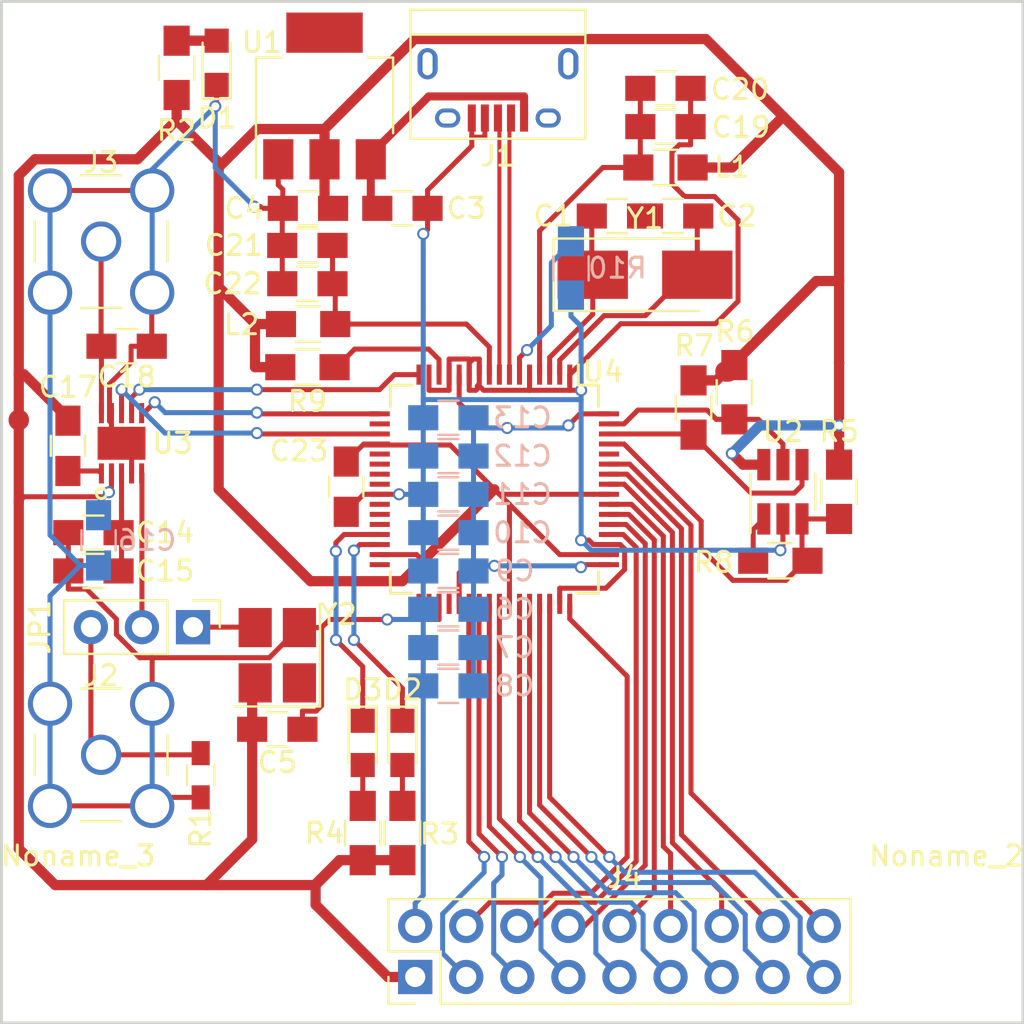
<source format=kicad_pcb>
(kicad_pcb (version 20171130) (host pcbnew "(5.1.12)-1")

  (general
    (thickness 1.6)
    (drawings 8)
    (tracks 538)
    (zones 0)
    (modules 53)
    (nets 48)
  )

  (page A4)
  (layers
    (0 F.Cu signal)
    (31 B.Cu signal)
    (32 B.Adhes user hide)
    (33 F.Adhes user hide)
    (34 B.Paste user hide)
    (35 F.Paste user hide)
    (36 B.SilkS user hide)
    (37 F.SilkS user hide)
    (38 B.Mask user hide)
    (39 F.Mask user hide)
    (40 Dwgs.User user hide)
    (41 Cmts.User user hide)
    (42 Eco1.User user hide)
    (43 Eco2.User user hide)
    (44 Edge.Cuts user)
    (45 Margin user hide)
    (46 B.CrtYd user hide)
    (47 F.CrtYd user hide)
    (48 B.Fab user hide)
    (49 F.Fab user hide)
  )

  (setup
    (last_trace_width 0.25)
    (trace_clearance 0.1524)
    (zone_clearance 0.508)
    (zone_45_only no)
    (trace_min 0.127)
    (via_size 0.6)
    (via_drill 0.4)
    (via_min_size 0.4)
    (via_min_drill 0.3)
    (uvia_size 0.3)
    (uvia_drill 0.1)
    (uvias_allowed no)
    (uvia_min_size 0.2)
    (uvia_min_drill 0.1)
    (edge_width 0.15)
    (segment_width 0.2)
    (pcb_text_width 0.3)
    (pcb_text_size 1.5 1.5)
    (mod_edge_width 0.15)
    (mod_text_size 1 1)
    (mod_text_width 0.15)
    (pad_size 1.35 0.4)
    (pad_drill 0)
    (pad_to_mask_clearance 0.2)
    (aux_axis_origin 68.58 53.34)
    (grid_origin 68.58 53.34)
    (visible_elements 7FFFFFFF)
    (pcbplotparams
      (layerselection 0x010f0_80000001)
      (usegerberextensions true)
      (usegerberattributes true)
      (usegerberadvancedattributes true)
      (creategerberjobfile true)
      (excludeedgelayer true)
      (linewidth 0.100000)
      (plotframeref false)
      (viasonmask true)
      (mode 1)
      (useauxorigin false)
      (hpglpennumber 1)
      (hpglpenspeed 20)
      (hpglpendiameter 15.000000)
      (psnegative false)
      (psa4output false)
      (plotreference true)
      (plotvalue false)
      (plotinvisibletext false)
      (padsonsilk false)
      (subtractmaskfromsilk true)
      (outputformat 1)
      (mirror false)
      (drillshape 0)
      (scaleselection 1)
      (outputdirectory "wg-gerber/"))
  )

  (net 0 "")
  (net 1 FTOSCO)
  (net 2 GNDA)
  (net 3 FTOSCI)
  (net 4 "Net-(C3-Pad1)")
  (net 5 +3V3)
  (net 6 "Net-(C10-Pad1)")
  (net 7 "Net-(C14-Pad1)")
  (net 8 "Net-(C17-Pad2)")
  (net 9 "Net-(C18-Pad1)")
  (net 10 FTVPHY)
  (net 11 FTVPLL)
  (net 12 "Net-(D1-Pad2)")
  (net 13 "Net-(D2-Pad2)")
  (net 14 FTTXLED)
  (net 15 "Net-(D3-Pad2)")
  (net 16 FTRXLED)
  (net 17 "Net-(J2-Pad1)")
  (net 18 "Net-(J4-Pad3)")
  (net 19 "Net-(J4-Pad4)")
  (net 20 "Net-(J4-Pad5)")
  (net 21 "Net-(J4-Pad6)")
  (net 22 "Net-(J4-Pad7)")
  (net 23 "Net-(J4-Pad8)")
  (net 24 "Net-(J4-Pad9)")
  (net 25 "Net-(J4-Pad10)")
  (net 26 "Net-(J4-Pad11)")
  (net 27 "Net-(J4-Pad12)")
  (net 28 "Net-(J4-Pad13)")
  (net 29 "Net-(J4-Pad14)")
  (net 30 "Net-(J4-Pad15)")
  (net 31 "Net-(J4-Pad16)")
  (net 32 "Net-(J4-Pad17)")
  (net 33 "Net-(J4-Pad18)")
  (net 34 "Net-(JP1-Pad1)")
  (net 35 DAC_CLK)
  (net 36 EEDATA)
  (net 37 EECS)
  (net 38 EECLK)
  (net 39 "Net-(R8-Pad2)")
  (net 40 "Net-(R9-Pad1)")
  (net 41 "Net-(R10-Pad1)")
  (net 42 "Net-(U3-Pad8)")
  (net 43 "Net-(U3-Pad7)")
  (net 44 "Net-(U3-Pad6)")
  (net 45 "Net-(C1-Pad2)")
  (net 46 USB_D-)
  (net 47 USB_D+)

  (net_class Default "This is the default net class."
    (clearance 0.1524)
    (trace_width 0.25)
    (via_dia 0.6)
    (via_drill 0.4)
    (uvia_dia 0.3)
    (uvia_drill 0.1)
    (add_net DAC_CLK)
    (add_net EECLK)
    (add_net EECS)
    (add_net EEDATA)
    (add_net FTOSCI)
    (add_net FTOSCO)
    (add_net FTRXLED)
    (add_net FTTXLED)
    (add_net FTVPHY)
    (add_net FTVPLL)
    (add_net GNDA)
    (add_net "Net-(C1-Pad2)")
    (add_net "Net-(C10-Pad1)")
    (add_net "Net-(C14-Pad1)")
    (add_net "Net-(C17-Pad2)")
    (add_net "Net-(C18-Pad1)")
    (add_net "Net-(C3-Pad1)")
    (add_net "Net-(D1-Pad2)")
    (add_net "Net-(D2-Pad2)")
    (add_net "Net-(D3-Pad2)")
    (add_net "Net-(J2-Pad1)")
    (add_net "Net-(J4-Pad10)")
    (add_net "Net-(J4-Pad11)")
    (add_net "Net-(J4-Pad12)")
    (add_net "Net-(J4-Pad13)")
    (add_net "Net-(J4-Pad14)")
    (add_net "Net-(J4-Pad15)")
    (add_net "Net-(J4-Pad16)")
    (add_net "Net-(J4-Pad17)")
    (add_net "Net-(J4-Pad18)")
    (add_net "Net-(J4-Pad3)")
    (add_net "Net-(J4-Pad4)")
    (add_net "Net-(J4-Pad5)")
    (add_net "Net-(J4-Pad6)")
    (add_net "Net-(J4-Pad7)")
    (add_net "Net-(J4-Pad8)")
    (add_net "Net-(J4-Pad9)")
    (add_net "Net-(JP1-Pad1)")
    (add_net "Net-(R10-Pad1)")
    (add_net "Net-(R8-Pad2)")
    (add_net "Net-(R9-Pad1)")
    (add_net "Net-(U3-Pad6)")
    (add_net "Net-(U3-Pad7)")
    (add_net "Net-(U3-Pad8)")
  )

  (net_class USB ""
    (clearance 0.1524)
    (trace_width 0.2)
    (via_dia 0.6)
    (via_drill 0.4)
    (uvia_dia 0.3)
    (uvia_drill 0.1)
    (add_net USB_D+)
    (add_net USB_D-)
  )

  (net_class power ""
    (clearance 0.1524)
    (trace_width 1.016)
    (via_dia 0.6)
    (via_drill 0.4)
    (uvia_dia 0.3)
    (uvia_drill 0.1)
    (add_net +3V3)
  )

  (module Mounting_Holes:MountingHole_3.5mm (layer F.Cu) (tedit 58E44ED2) (tstamp 58E3E57E)
    (at 72.39 57.15)
    (descr "Mounting Hole 3.5mm, no annular")
    (tags "mounting hole 3.5mm no annular")
    (fp_text reference Noname_4 (at 0 -4.5) (layer F.SilkS)
      (effects (font (size 1 1) (thickness 0.15)))
    )
    (fp_text value MountingHole_3.5mm (at 0 4.5) (layer F.Fab)
      (effects (font (size 1 1) (thickness 0.15)))
    )
    (fp_circle (center 0 0) (end 3.5 0) (layer Cmts.User) (width 0.15))
    (fp_circle (center 0 0) (end 3.75 0) (layer F.CrtYd) (width 0.05))
    (pad 1 np_thru_hole circle (at 0 0) (size 3.5 3.5) (drill 3.5) (layers *.Cu *.Mask))
  )

  (module Mounting_Holes:MountingHole_3.5mm (layer F.Cu) (tedit 58E44ECF) (tstamp 58E3E563)
    (at 72.39 100.33)
    (descr "Mounting Hole 3.5mm, no annular")
    (tags "mounting hole 3.5mm no annular")
    (fp_text reference Noname_3 (at 0 -4.5) (layer F.SilkS)
      (effects (font (size 1 1) (thickness 0.15)))
    )
    (fp_text value MountingHole_3.5mm (at 0 4.5) (layer F.Fab)
      (effects (font (size 1 1) (thickness 0.15)))
    )
    (fp_circle (center 0 0) (end 3.5 0) (layer Cmts.User) (width 0.15))
    (fp_circle (center 0 0) (end 3.75 0) (layer F.CrtYd) (width 0.05))
    (pad 1 np_thru_hole circle (at 0 0) (size 3.5 3.5) (drill 3.5) (layers *.Cu *.Mask))
  )

  (module Mounting_Holes:MountingHole_3.5mm (layer F.Cu) (tedit 58E44ECC) (tstamp 58E3E573)
    (at 115.57 100.33)
    (descr "Mounting Hole 3.5mm, no annular")
    (tags "mounting hole 3.5mm no annular")
    (fp_text reference Noname_2 (at 0 -4.5) (layer F.SilkS)
      (effects (font (size 1 1) (thickness 0.15)))
    )
    (fp_text value MountingHole_3.5mm (at 0 4.5) (layer F.Fab)
      (effects (font (size 1 1) (thickness 0.15)))
    )
    (fp_circle (center 0 0) (end 3.5 0) (layer Cmts.User) (width 0.15))
    (fp_circle (center 0 0) (end 3.75 0) (layer F.CrtYd) (width 0.05))
    (pad 1 np_thru_hole circle (at 0 0) (size 3.5 3.5) (drill 3.5) (layers *.Cu *.Mask))
  )

  (module Mounting_Holes:MountingHole_3.5mm (layer F.Cu) (tedit 58E44EC8) (tstamp 58E3E58A)
    (at 115.57 57.15)
    (descr "Mounting Hole 3.5mm, no annular")
    (tags "mounting hole 3.5mm no annular")
    (fp_text reference Noname_1 (at 0 -4.5) (layer F.SilkS)
      (effects (font (size 1 1) (thickness 0.15)))
    )
    (fp_text value MountingHole_3.5mm (at 0 4.5) (layer F.Fab)
      (effects (font (size 1 1) (thickness 0.15)))
    )
    (fp_circle (center 0 0) (end 3.5 0) (layer Cmts.User) (width 0.15))
    (fp_circle (center 0 0) (end 3.75 0) (layer F.CrtYd) (width 0.05))
    (pad 1 np_thru_hole circle (at 0 0) (size 3.5 3.5) (drill 3.5) (layers *.Cu *.Mask))
  )

  (module Capacitors_SMD:C_0805_HandSoldering (layer F.Cu) (tedit 58E44E32) (tstamp 58E363C1)
    (at 83.7922 65.4704 180)
    (descr "Capacitor SMD 0805, hand soldering")
    (tags "capacitor 0805")
    (path /58ED6A8D)
    (attr smd)
    (fp_text reference C21 (at 3.65521 0.00194 180) (layer F.SilkS)
      (effects (font (size 1 1) (thickness 0.15)))
    )
    (fp_text value 4.7u (at 0 1.75 180) (layer F.Fab)
      (effects (font (size 1 1) (thickness 0.15)))
    )
    (fp_line (start -1 0.62) (end -1 -0.62) (layer F.Fab) (width 0.1))
    (fp_line (start 1 0.62) (end -1 0.62) (layer F.Fab) (width 0.1))
    (fp_line (start 1 -0.62) (end 1 0.62) (layer F.Fab) (width 0.1))
    (fp_line (start -1 -0.62) (end 1 -0.62) (layer F.Fab) (width 0.1))
    (fp_line (start 0.5 -0.85) (end -0.5 -0.85) (layer F.SilkS) (width 0.12))
    (fp_line (start -0.5 0.85) (end 0.5 0.85) (layer F.SilkS) (width 0.12))
    (fp_line (start -2.25 -0.88) (end 2.25 -0.88) (layer F.CrtYd) (width 0.05))
    (fp_line (start -2.25 -0.88) (end -2.25 0.87) (layer F.CrtYd) (width 0.05))
    (fp_line (start 2.25 0.87) (end 2.25 -0.88) (layer F.CrtYd) (width 0.05))
    (fp_line (start 2.25 0.87) (end -2.25 0.87) (layer F.CrtYd) (width 0.05))
    (pad 1 smd rect (at -1.25 0 180) (size 1.5 1.25) (layers F.Cu F.Paste F.Mask)
      (net 11 FTVPLL))
    (pad 2 smd rect (at 1.25 0 180) (size 1.5 1.25) (layers F.Cu F.Paste F.Mask)
      (net 2 GNDA))
    (model Capacitors_SMD.3dshapes/C_0805.wrl
      (at (xyz 0 0 0))
      (scale (xyz 1 1 1))
      (rotate (xyz 0 0 0))
    )
  )

  (module Inductors_SMD:L_0805_HandSoldering (layer F.Cu) (tedit 58E44E3B) (tstamp 58E364D4)
    (at 83.8288 69.3831)
    (descr "Resistor SMD 0805, hand soldering")
    (tags "resistor 0805")
    (path /58EA072D)
    (attr smd)
    (fp_text reference L2 (at -3.3108 0.022358) (layer F.SilkS)
      (effects (font (size 1 1) (thickness 0.15)))
    )
    (fp_text value 800m (at 0 2.1) (layer F.Fab)
      (effects (font (size 1 1) (thickness 0.15)))
    )
    (fp_line (start -1 0.62) (end -1 -0.62) (layer F.Fab) (width 0.1))
    (fp_line (start 1 0.62) (end -1 0.62) (layer F.Fab) (width 0.1))
    (fp_line (start 1 -0.62) (end 1 0.62) (layer F.Fab) (width 0.1))
    (fp_line (start -1 -0.62) (end 1 -0.62) (layer F.Fab) (width 0.1))
    (fp_line (start -2.4 -1) (end 2.4 -1) (layer F.CrtYd) (width 0.05))
    (fp_line (start -2.4 1) (end 2.4 1) (layer F.CrtYd) (width 0.05))
    (fp_line (start -2.4 -1) (end -2.4 1) (layer F.CrtYd) (width 0.05))
    (fp_line (start 2.4 -1) (end 2.4 1) (layer F.CrtYd) (width 0.05))
    (fp_line (start 0.6 0.88) (end -0.6 0.88) (layer F.SilkS) (width 0.12))
    (fp_line (start -0.6 -0.88) (end 0.6 -0.88) (layer F.SilkS) (width 0.12))
    (pad 1 smd rect (at -1.35 0) (size 1.5 1.3) (layers F.Cu F.Paste F.Mask)
      (net 5 +3V3))
    (pad 2 smd rect (at 1.35 0) (size 1.5 1.3) (layers F.Cu F.Paste F.Mask)
      (net 11 FTVPLL))
    (model Inductors_SMD.3dshapes\L_0805_HandSoldering.wrl
      (at (xyz 0 0 0))
      (scale (xyz 1 1 1))
      (rotate (xyz 0 0 0))
    )
  )

  (module Capacitors_SMD:C_0805_HandSoldering (layer F.Cu) (tedit 58E44E37) (tstamp 58E363D2)
    (at 83.7922 67.3754 180)
    (descr "Capacitor SMD 0805, hand soldering")
    (tags "capacitor 0805")
    (path /58EA0739)
    (attr smd)
    (fp_text reference C22 (at 3.71871 0.00194 180) (layer F.SilkS)
      (effects (font (size 1 1) (thickness 0.15)))
    )
    (fp_text value 100n (at 0 1.75 180) (layer F.Fab)
      (effects (font (size 1 1) (thickness 0.15)))
    )
    (fp_line (start -1 0.62) (end -1 -0.62) (layer F.Fab) (width 0.1))
    (fp_line (start 1 0.62) (end -1 0.62) (layer F.Fab) (width 0.1))
    (fp_line (start 1 -0.62) (end 1 0.62) (layer F.Fab) (width 0.1))
    (fp_line (start -1 -0.62) (end 1 -0.62) (layer F.Fab) (width 0.1))
    (fp_line (start 0.5 -0.85) (end -0.5 -0.85) (layer F.SilkS) (width 0.12))
    (fp_line (start -0.5 0.85) (end 0.5 0.85) (layer F.SilkS) (width 0.12))
    (fp_line (start -2.25 -0.88) (end 2.25 -0.88) (layer F.CrtYd) (width 0.05))
    (fp_line (start -2.25 -0.88) (end -2.25 0.87) (layer F.CrtYd) (width 0.05))
    (fp_line (start 2.25 0.87) (end 2.25 -0.88) (layer F.CrtYd) (width 0.05))
    (fp_line (start 2.25 0.87) (end -2.25 0.87) (layer F.CrtYd) (width 0.05))
    (pad 1 smd rect (at -1.25 0 180) (size 1.5 1.25) (layers F.Cu F.Paste F.Mask)
      (net 11 FTVPLL))
    (pad 2 smd rect (at 1.25 0 180) (size 1.5 1.25) (layers F.Cu F.Paste F.Mask)
      (net 2 GNDA))
    (model Capacitors_SMD.3dshapes/C_0805.wrl
      (at (xyz 0 0 0))
      (scale (xyz 1 1 1))
      (rotate (xyz 0 0 0))
    )
  )

  (module Resistors_SMD:R_0805_HandSoldering (layer F.Cu) (tedit 58E44EA3) (tstamp 58E3653A)
    (at 105.029 72.771 270)
    (descr "Resistor SMD 0805, hand soldering")
    (tags "resistor 0805")
    (path /58E955E4)
    (attr smd)
    (fp_text reference R6 (at -3.0226 -0.0254) (layer F.SilkS)
      (effects (font (size 1 1) (thickness 0.15)))
    )
    (fp_text value 10k (at 0 1.75 270) (layer F.Fab)
      (effects (font (size 1 1) (thickness 0.15)))
    )
    (fp_line (start -1 0.62) (end -1 -0.62) (layer F.Fab) (width 0.1))
    (fp_line (start 1 0.62) (end -1 0.62) (layer F.Fab) (width 0.1))
    (fp_line (start 1 -0.62) (end 1 0.62) (layer F.Fab) (width 0.1))
    (fp_line (start -1 -0.62) (end 1 -0.62) (layer F.Fab) (width 0.1))
    (fp_line (start 0.6 0.88) (end -0.6 0.88) (layer F.SilkS) (width 0.12))
    (fp_line (start -0.6 -0.88) (end 0.6 -0.88) (layer F.SilkS) (width 0.12))
    (fp_line (start -2.35 -0.9) (end 2.35 -0.9) (layer F.CrtYd) (width 0.05))
    (fp_line (start -2.35 -0.9) (end -2.35 0.9) (layer F.CrtYd) (width 0.05))
    (fp_line (start 2.35 0.9) (end 2.35 -0.9) (layer F.CrtYd) (width 0.05))
    (fp_line (start 2.35 0.9) (end -2.35 0.9) (layer F.CrtYd) (width 0.05))
    (fp_text user %R (at 0 0 270) (layer F.Fab)
      (effects (font (size 0.5 0.5) (thickness 0.075)))
    )
    (pad 1 smd rect (at -1.35 0 270) (size 1.5 1.3) (layers F.Cu F.Paste F.Mask)
      (net 5 +3V3))
    (pad 2 smd rect (at 1.35 0 270) (size 1.5 1.3) (layers F.Cu F.Paste F.Mask)
      (net 37 EECS))
    (model ${KISYS3DMOD}/Resistors_SMD.3dshapes/R_0805.wrl
      (at (xyz 0 0 0))
      (scale (xyz 1 1 1))
      (rotate (xyz 0 0 0))
    )
  )

  (module WG:AD9837 (layer F.Cu) (tedit 58E44E53) (tstamp 58E407A4)
    (at 74.549 75.311 90)
    (path /58EB4CDC)
    (fp_text reference U3 (at 0 2.54 180) (layer F.SilkS)
      (effects (font (size 1 1) (thickness 0.15)))
    )
    (fp_text value AD9837 (at 0 2.3 90) (layer F.Fab)
      (effects (font (size 1 1) (thickness 0.15)))
    )
    (fp_circle (center -2.5 -1) (end -2.5 -1.25) (layer F.SilkS) (width 0.15))
    (fp_line (start -1.5 -1.5) (end 1.5 -1.5) (layer F.Fab) (width 0.15))
    (fp_line (start 1.5 -1.5) (end 1.5 1.5) (layer F.Fab) (width 0.15))
    (fp_line (start 1.5 1.5) (end -1.5 1.5) (layer F.Fab) (width 0.15))
    (fp_line (start -1.5 1.5) (end -1.5 -1.5) (layer F.Fab) (width 0.15))
    (pad 11 smd rect (at 0 0 90) (size 1.64 2.38) (layers F.Cu F.Paste F.Mask)
      (net 2 GNDA))
    (pad 1 smd rect (at -1.5 -1 90) (size 1 0.25) (layers F.Cu F.Paste F.Mask)
      (net 8 "Net-(C17-Pad2)"))
    (pad 2 smd rect (at -1.5 -0.5 90) (size 1 0.25) (layers F.Cu F.Paste F.Mask)
      (net 5 +3V3))
    (pad 3 smd rect (at -1.5 0 90) (size 1 0.25) (layers F.Cu F.Paste F.Mask)
      (net 7 "Net-(C14-Pad1)"))
    (pad 4 smd rect (at -1.5 0.5 90) (size 1 0.25) (layers F.Cu F.Paste F.Mask)
      (net 2 GNDA))
    (pad 5 smd rect (at -1.5 1 90) (size 1 0.25) (layers F.Cu F.Paste F.Mask)
      (net 35 DAC_CLK))
    (pad 6 smd rect (at 1.5 1 90) (size 1 0.25) (layers F.Cu F.Paste F.Mask)
      (net 44 "Net-(U3-Pad6)"))
    (pad 7 smd rect (at 1.5 0.5 90) (size 1 0.25) (layers F.Cu F.Paste F.Mask)
      (net 43 "Net-(U3-Pad7)"))
    (pad 8 smd rect (at 1.5 0 90) (size 1 0.25) (layers F.Cu F.Paste F.Mask)
      (net 42 "Net-(U3-Pad8)"))
    (pad 9 smd rect (at 1.5 -0.5 90) (size 1 0.25) (layers F.Cu F.Paste F.Mask)
      (net 2 GNDA))
    (pad 10 smd rect (at 1.5 -1 90) (size 1 0.25) (layers F.Cu F.Paste F.Mask)
      (net 9 "Net-(C18-Pad1)"))
  )

  (module Capacitors_SMD:C_0805_HandSoldering (layer F.Cu) (tedit 58E44E91) (tstamp 58E3626D)
    (at 99.187 64.008)
    (descr "Capacitor SMD 0805, hand soldering")
    (tags "capacitor 0805")
    (path /58E974F6)
    (attr smd)
    (fp_text reference C1 (at -3.175 0) (layer F.SilkS)
      (effects (font (size 1 1) (thickness 0.15)))
    )
    (fp_text value 27p (at 0 1.75) (layer F.Fab)
      (effects (font (size 1 1) (thickness 0.15)))
    )
    (fp_line (start -1 0.62) (end -1 -0.62) (layer F.Fab) (width 0.1))
    (fp_line (start 1 0.62) (end -1 0.62) (layer F.Fab) (width 0.1))
    (fp_line (start 1 -0.62) (end 1 0.62) (layer F.Fab) (width 0.1))
    (fp_line (start -1 -0.62) (end 1 -0.62) (layer F.Fab) (width 0.1))
    (fp_line (start 0.5 -0.85) (end -0.5 -0.85) (layer F.SilkS) (width 0.12))
    (fp_line (start -0.5 0.85) (end 0.5 0.85) (layer F.SilkS) (width 0.12))
    (fp_line (start -2.25 -0.88) (end 2.25 -0.88) (layer F.CrtYd) (width 0.05))
    (fp_line (start -2.25 -0.88) (end -2.25 0.87) (layer F.CrtYd) (width 0.05))
    (fp_line (start 2.25 0.87) (end 2.25 -0.88) (layer F.CrtYd) (width 0.05))
    (fp_line (start 2.25 0.87) (end -2.25 0.87) (layer F.CrtYd) (width 0.05))
    (pad 1 smd rect (at -1.25 0) (size 1.5 1.25) (layers F.Cu F.Paste F.Mask)
      (net 1 FTOSCO))
    (pad 2 smd rect (at 1.25 0) (size 1.5 1.25) (layers F.Cu F.Paste F.Mask)
      (net 45 "Net-(C1-Pad2)"))
    (model Capacitors_SMD.3dshapes/C_0805.wrl
      (at (xyz 0 0 0))
      (scale (xyz 1 1 1))
      (rotate (xyz 0 0 0))
    )
  )

  (module Capacitors_SMD:C_0805_HandSoldering (layer F.Cu) (tedit 58E44E96) (tstamp 58E3627E)
    (at 101.981 64.008 180)
    (descr "Capacitor SMD 0805, hand soldering")
    (tags "capacitor 0805")
    (path /58E97741)
    (attr smd)
    (fp_text reference C2 (at -3.175 0 180) (layer F.SilkS)
      (effects (font (size 1 1) (thickness 0.15)))
    )
    (fp_text value 27p (at 0 1.75 180) (layer F.Fab)
      (effects (font (size 1 1) (thickness 0.15)))
    )
    (fp_line (start -1 0.62) (end -1 -0.62) (layer F.Fab) (width 0.1))
    (fp_line (start 1 0.62) (end -1 0.62) (layer F.Fab) (width 0.1))
    (fp_line (start 1 -0.62) (end 1 0.62) (layer F.Fab) (width 0.1))
    (fp_line (start -1 -0.62) (end 1 -0.62) (layer F.Fab) (width 0.1))
    (fp_line (start 0.5 -0.85) (end -0.5 -0.85) (layer F.SilkS) (width 0.12))
    (fp_line (start -0.5 0.85) (end 0.5 0.85) (layer F.SilkS) (width 0.12))
    (fp_line (start -2.25 -0.88) (end 2.25 -0.88) (layer F.CrtYd) (width 0.05))
    (fp_line (start -2.25 -0.88) (end -2.25 0.87) (layer F.CrtYd) (width 0.05))
    (fp_line (start 2.25 0.87) (end 2.25 -0.88) (layer F.CrtYd) (width 0.05))
    (fp_line (start 2.25 0.87) (end -2.25 0.87) (layer F.CrtYd) (width 0.05))
    (pad 1 smd rect (at -1.25 0 180) (size 1.5 1.25) (layers F.Cu F.Paste F.Mask)
      (net 3 FTOSCI))
    (pad 2 smd rect (at 1.25 0 180) (size 1.5 1.25) (layers F.Cu F.Paste F.Mask)
      (net 45 "Net-(C1-Pad2)"))
    (model Capacitors_SMD.3dshapes/C_0805.wrl
      (at (xyz 0 0 0))
      (scale (xyz 1 1 1))
      (rotate (xyz 0 0 0))
    )
  )

  (module Capacitors_SMD:C_0805_HandSoldering (layer F.Cu) (tedit 58E3DB75) (tstamp 58E3628F)
    (at 88.519 63.627)
    (descr "Capacitor SMD 0805, hand soldering")
    (tags "capacitor 0805")
    (path /58E9146D)
    (attr smd)
    (fp_text reference C3 (at 3.175 0) (layer F.SilkS)
      (effects (font (size 1 1) (thickness 0.15)))
    )
    (fp_text value 100n (at 0 1.75) (layer F.Fab)
      (effects (font (size 1 1) (thickness 0.15)))
    )
    (fp_line (start -1 0.62) (end -1 -0.62) (layer F.Fab) (width 0.1))
    (fp_line (start 1 0.62) (end -1 0.62) (layer F.Fab) (width 0.1))
    (fp_line (start 1 -0.62) (end 1 0.62) (layer F.Fab) (width 0.1))
    (fp_line (start -1 -0.62) (end 1 -0.62) (layer F.Fab) (width 0.1))
    (fp_line (start 0.5 -0.85) (end -0.5 -0.85) (layer F.SilkS) (width 0.12))
    (fp_line (start -0.5 0.85) (end 0.5 0.85) (layer F.SilkS) (width 0.12))
    (fp_line (start -2.25 -0.88) (end 2.25 -0.88) (layer F.CrtYd) (width 0.05))
    (fp_line (start -2.25 -0.88) (end -2.25 0.87) (layer F.CrtYd) (width 0.05))
    (fp_line (start 2.25 0.87) (end 2.25 -0.88) (layer F.CrtYd) (width 0.05))
    (fp_line (start 2.25 0.87) (end -2.25 0.87) (layer F.CrtYd) (width 0.05))
    (pad 1 smd rect (at -1.25 0) (size 1.5 1.25) (layers F.Cu F.Paste F.Mask)
      (net 4 "Net-(C3-Pad1)"))
    (pad 2 smd rect (at 1.25 0) (size 1.5 1.25) (layers F.Cu F.Paste F.Mask)
      (net 2 GNDA))
    (model Capacitors_SMD.3dshapes/C_0805.wrl
      (at (xyz 0 0 0))
      (scale (xyz 1 1 1))
      (rotate (xyz 0 0 0))
    )
  )

  (module Capacitors_SMD:C_0805_HandSoldering (layer F.Cu) (tedit 58E3DB74) (tstamp 58E362A0)
    (at 83.82 63.627 180)
    (descr "Capacitor SMD 0805, hand soldering")
    (tags "capacitor 0805")
    (path /58ED75FD)
    (attr smd)
    (fp_text reference C4 (at 3.175 0 180) (layer F.SilkS)
      (effects (font (size 1 1) (thickness 0.15)))
    )
    (fp_text value 10u (at 0 1.75 180) (layer F.Fab)
      (effects (font (size 1 1) (thickness 0.15)))
    )
    (fp_line (start -1 0.62) (end -1 -0.62) (layer F.Fab) (width 0.1))
    (fp_line (start 1 0.62) (end -1 0.62) (layer F.Fab) (width 0.1))
    (fp_line (start 1 -0.62) (end 1 0.62) (layer F.Fab) (width 0.1))
    (fp_line (start -1 -0.62) (end 1 -0.62) (layer F.Fab) (width 0.1))
    (fp_line (start 0.5 -0.85) (end -0.5 -0.85) (layer F.SilkS) (width 0.12))
    (fp_line (start -0.5 0.85) (end 0.5 0.85) (layer F.SilkS) (width 0.12))
    (fp_line (start -2.25 -0.88) (end 2.25 -0.88) (layer F.CrtYd) (width 0.05))
    (fp_line (start -2.25 -0.88) (end -2.25 0.87) (layer F.CrtYd) (width 0.05))
    (fp_line (start 2.25 0.87) (end 2.25 -0.88) (layer F.CrtYd) (width 0.05))
    (fp_line (start 2.25 0.87) (end -2.25 0.87) (layer F.CrtYd) (width 0.05))
    (pad 1 smd rect (at -1.25 0 180) (size 1.5 1.25) (layers F.Cu F.Paste F.Mask)
      (net 5 +3V3))
    (pad 2 smd rect (at 1.25 0 180) (size 1.5 1.25) (layers F.Cu F.Paste F.Mask)
      (net 2 GNDA))
    (model Capacitors_SMD.3dshapes/C_0805.wrl
      (at (xyz 0 0 0))
      (scale (xyz 1 1 1))
      (rotate (xyz 0 0 0))
    )
  )

  (module Capacitors_SMD:C_0805_HandSoldering (layer F.Cu) (tedit 58E3E131) (tstamp 58E362B1)
    (at 82.296 89.535)
    (descr "Capacitor SMD 0805, hand soldering")
    (tags "capacitor 0805")
    (path /58ECB60D)
    (attr smd)
    (fp_text reference C5 (at 0 1.651 180) (layer F.SilkS)
      (effects (font (size 1 1) (thickness 0.15)))
    )
    (fp_text value 100n (at 0 1.75) (layer F.Fab)
      (effects (font (size 1 1) (thickness 0.15)))
    )
    (fp_line (start -1 0.62) (end -1 -0.62) (layer F.Fab) (width 0.1))
    (fp_line (start 1 0.62) (end -1 0.62) (layer F.Fab) (width 0.1))
    (fp_line (start 1 -0.62) (end 1 0.62) (layer F.Fab) (width 0.1))
    (fp_line (start -1 -0.62) (end 1 -0.62) (layer F.Fab) (width 0.1))
    (fp_line (start 0.5 -0.85) (end -0.5 -0.85) (layer F.SilkS) (width 0.12))
    (fp_line (start -0.5 0.85) (end 0.5 0.85) (layer F.SilkS) (width 0.12))
    (fp_line (start -2.25 -0.88) (end 2.25 -0.88) (layer F.CrtYd) (width 0.05))
    (fp_line (start -2.25 -0.88) (end -2.25 0.87) (layer F.CrtYd) (width 0.05))
    (fp_line (start 2.25 0.87) (end 2.25 -0.88) (layer F.CrtYd) (width 0.05))
    (fp_line (start 2.25 0.87) (end -2.25 0.87) (layer F.CrtYd) (width 0.05))
    (pad 1 smd rect (at -1.25 0) (size 1.5 1.25) (layers F.Cu F.Paste F.Mask)
      (net 5 +3V3))
    (pad 2 smd rect (at 1.25 0) (size 1.5 1.25) (layers F.Cu F.Paste F.Mask)
      (net 2 GNDA))
    (model Capacitors_SMD.3dshapes/C_0805.wrl
      (at (xyz 0 0 0))
      (scale (xyz 1 1 1))
      (rotate (xyz 0 0 0))
    )
  )

  (module Capacitors_SMD:C_0805_HandSoldering (layer B.Cu) (tedit 58E44F87) (tstamp 58E362C2)
    (at 90.805 83.566 180)
    (descr "Capacitor SMD 0805, hand soldering")
    (tags "capacitor 0805")
    (path /58E9A34A)
    (attr smd)
    (fp_text reference C6 (at -3.302 0 180) (layer B.SilkS)
      (effects (font (size 1 1) (thickness 0.15)) (justify mirror))
    )
    (fp_text value 3.3u (at 0 -1.75 180) (layer B.Fab)
      (effects (font (size 1 1) (thickness 0.15)) (justify mirror))
    )
    (fp_line (start -1 -0.62) (end -1 0.62) (layer B.Fab) (width 0.1))
    (fp_line (start 1 -0.62) (end -1 -0.62) (layer B.Fab) (width 0.1))
    (fp_line (start 1 0.62) (end 1 -0.62) (layer B.Fab) (width 0.1))
    (fp_line (start -1 0.62) (end 1 0.62) (layer B.Fab) (width 0.1))
    (fp_line (start 0.5 0.85) (end -0.5 0.85) (layer B.SilkS) (width 0.12))
    (fp_line (start -0.5 -0.85) (end 0.5 -0.85) (layer B.SilkS) (width 0.12))
    (fp_line (start -2.25 0.88) (end 2.25 0.88) (layer B.CrtYd) (width 0.05))
    (fp_line (start -2.25 0.88) (end -2.25 -0.87) (layer B.CrtYd) (width 0.05))
    (fp_line (start 2.25 -0.87) (end 2.25 0.88) (layer B.CrtYd) (width 0.05))
    (fp_line (start 2.25 -0.87) (end -2.25 -0.87) (layer B.CrtYd) (width 0.05))
    (pad 1 smd rect (at -1.25 0 180) (size 1.5 1.25) (layers B.Cu B.Paste B.Mask)
      (net 6 "Net-(C10-Pad1)"))
    (pad 2 smd rect (at 1.25 0 180) (size 1.5 1.25) (layers B.Cu B.Paste B.Mask)
      (net 2 GNDA))
    (model Capacitors_SMD.3dshapes/C_0805.wrl
      (at (xyz 0 0 0))
      (scale (xyz 1 1 1))
      (rotate (xyz 0 0 0))
    )
  )

  (module Capacitors_SMD:C_0805_HandSoldering (layer B.Cu) (tedit 58E44F82) (tstamp 58E362D3)
    (at 90.805 85.471 180)
    (descr "Capacitor SMD 0805, hand soldering")
    (tags "capacitor 0805")
    (path /58E9A4F5)
    (attr smd)
    (fp_text reference C7 (at -3.302 0 180) (layer B.SilkS)
      (effects (font (size 1 1) (thickness 0.15)) (justify mirror))
    )
    (fp_text value 100n (at 0 -1.75 180) (layer B.Fab)
      (effects (font (size 1 1) (thickness 0.15)) (justify mirror))
    )
    (fp_line (start -1 -0.62) (end -1 0.62) (layer B.Fab) (width 0.1))
    (fp_line (start 1 -0.62) (end -1 -0.62) (layer B.Fab) (width 0.1))
    (fp_line (start 1 0.62) (end 1 -0.62) (layer B.Fab) (width 0.1))
    (fp_line (start -1 0.62) (end 1 0.62) (layer B.Fab) (width 0.1))
    (fp_line (start 0.5 0.85) (end -0.5 0.85) (layer B.SilkS) (width 0.12))
    (fp_line (start -0.5 -0.85) (end 0.5 -0.85) (layer B.SilkS) (width 0.12))
    (fp_line (start -2.25 0.88) (end 2.25 0.88) (layer B.CrtYd) (width 0.05))
    (fp_line (start -2.25 0.88) (end -2.25 -0.87) (layer B.CrtYd) (width 0.05))
    (fp_line (start 2.25 -0.87) (end 2.25 0.88) (layer B.CrtYd) (width 0.05))
    (fp_line (start 2.25 -0.87) (end -2.25 -0.87) (layer B.CrtYd) (width 0.05))
    (pad 1 smd rect (at -1.25 0 180) (size 1.5 1.25) (layers B.Cu B.Paste B.Mask)
      (net 6 "Net-(C10-Pad1)"))
    (pad 2 smd rect (at 1.25 0 180) (size 1.5 1.25) (layers B.Cu B.Paste B.Mask)
      (net 2 GNDA))
    (model Capacitors_SMD.3dshapes/C_0805.wrl
      (at (xyz 0 0 0))
      (scale (xyz 1 1 1))
      (rotate (xyz 0 0 0))
    )
  )

  (module Capacitors_SMD:C_0805_HandSoldering (layer B.Cu) (tedit 58E44F7D) (tstamp 58E362E4)
    (at 90.805 87.376 180)
    (descr "Capacitor SMD 0805, hand soldering")
    (tags "capacitor 0805")
    (path /58E9A564)
    (attr smd)
    (fp_text reference C8 (at -3.302 0 180) (layer B.SilkS)
      (effects (font (size 1 1) (thickness 0.15)) (justify mirror))
    )
    (fp_text value 100n (at 0 -1.75 180) (layer B.Fab)
      (effects (font (size 1 1) (thickness 0.15)) (justify mirror))
    )
    (fp_line (start -1 -0.62) (end -1 0.62) (layer B.Fab) (width 0.1))
    (fp_line (start 1 -0.62) (end -1 -0.62) (layer B.Fab) (width 0.1))
    (fp_line (start 1 0.62) (end 1 -0.62) (layer B.Fab) (width 0.1))
    (fp_line (start -1 0.62) (end 1 0.62) (layer B.Fab) (width 0.1))
    (fp_line (start 0.5 0.85) (end -0.5 0.85) (layer B.SilkS) (width 0.12))
    (fp_line (start -0.5 -0.85) (end 0.5 -0.85) (layer B.SilkS) (width 0.12))
    (fp_line (start -2.25 0.88) (end 2.25 0.88) (layer B.CrtYd) (width 0.05))
    (fp_line (start -2.25 0.88) (end -2.25 -0.87) (layer B.CrtYd) (width 0.05))
    (fp_line (start 2.25 -0.87) (end 2.25 0.88) (layer B.CrtYd) (width 0.05))
    (fp_line (start 2.25 -0.87) (end -2.25 -0.87) (layer B.CrtYd) (width 0.05))
    (pad 1 smd rect (at -1.25 0 180) (size 1.5 1.25) (layers B.Cu B.Paste B.Mask)
      (net 6 "Net-(C10-Pad1)"))
    (pad 2 smd rect (at 1.25 0 180) (size 1.5 1.25) (layers B.Cu B.Paste B.Mask)
      (net 2 GNDA))
    (model Capacitors_SMD.3dshapes/C_0805.wrl
      (at (xyz 0 0 0))
      (scale (xyz 1 1 1))
      (rotate (xyz 0 0 0))
    )
  )

  (module Capacitors_SMD:C_0805_HandSoldering (layer B.Cu) (tedit 58E44F8B) (tstamp 58E362F5)
    (at 90.805 81.661 180)
    (descr "Capacitor SMD 0805, hand soldering")
    (tags "capacitor 0805")
    (path /58E9A5C4)
    (attr smd)
    (fp_text reference C9 (at -3.302 0 180) (layer B.SilkS)
      (effects (font (size 1 1) (thickness 0.15)) (justify mirror))
    )
    (fp_text value 100n (at 0 -1.75 180) (layer B.Fab)
      (effects (font (size 1 1) (thickness 0.15)) (justify mirror))
    )
    (fp_line (start -1 -0.62) (end -1 0.62) (layer B.Fab) (width 0.1))
    (fp_line (start 1 -0.62) (end -1 -0.62) (layer B.Fab) (width 0.1))
    (fp_line (start 1 0.62) (end 1 -0.62) (layer B.Fab) (width 0.1))
    (fp_line (start -1 0.62) (end 1 0.62) (layer B.Fab) (width 0.1))
    (fp_line (start 0.5 0.85) (end -0.5 0.85) (layer B.SilkS) (width 0.12))
    (fp_line (start -0.5 -0.85) (end 0.5 -0.85) (layer B.SilkS) (width 0.12))
    (fp_line (start -2.25 0.88) (end 2.25 0.88) (layer B.CrtYd) (width 0.05))
    (fp_line (start -2.25 0.88) (end -2.25 -0.87) (layer B.CrtYd) (width 0.05))
    (fp_line (start 2.25 -0.87) (end 2.25 0.88) (layer B.CrtYd) (width 0.05))
    (fp_line (start 2.25 -0.87) (end -2.25 -0.87) (layer B.CrtYd) (width 0.05))
    (pad 1 smd rect (at -1.25 0 180) (size 1.5 1.25) (layers B.Cu B.Paste B.Mask)
      (net 6 "Net-(C10-Pad1)"))
    (pad 2 smd rect (at 1.25 0 180) (size 1.5 1.25) (layers B.Cu B.Paste B.Mask)
      (net 2 GNDA))
    (model Capacitors_SMD.3dshapes/C_0805.wrl
      (at (xyz 0 0 0))
      (scale (xyz 1 1 1))
      (rotate (xyz 0 0 0))
    )
  )

  (module Capacitors_SMD:C_0805_HandSoldering (layer B.Cu) (tedit 58E44F8F) (tstamp 0)
    (at 90.805 79.756 180)
    (descr "Capacitor SMD 0805, hand soldering")
    (tags "capacitor 0805")
    (path /58E9A673)
    (attr smd)
    (fp_text reference C10 (at -3.683 0 180) (layer B.SilkS)
      (effects (font (size 1 1) (thickness 0.15)) (justify mirror))
    )
    (fp_text value 100n (at 0 -1.75 180) (layer B.Fab)
      (effects (font (size 1 1) (thickness 0.15)) (justify mirror))
    )
    (fp_line (start -1 -0.62) (end -1 0.62) (layer B.Fab) (width 0.1))
    (fp_line (start 1 -0.62) (end -1 -0.62) (layer B.Fab) (width 0.1))
    (fp_line (start 1 0.62) (end 1 -0.62) (layer B.Fab) (width 0.1))
    (fp_line (start -1 0.62) (end 1 0.62) (layer B.Fab) (width 0.1))
    (fp_line (start 0.5 0.85) (end -0.5 0.85) (layer B.SilkS) (width 0.12))
    (fp_line (start -0.5 -0.85) (end 0.5 -0.85) (layer B.SilkS) (width 0.12))
    (fp_line (start -2.25 0.88) (end 2.25 0.88) (layer B.CrtYd) (width 0.05))
    (fp_line (start -2.25 0.88) (end -2.25 -0.87) (layer B.CrtYd) (width 0.05))
    (fp_line (start 2.25 -0.87) (end 2.25 0.88) (layer B.CrtYd) (width 0.05))
    (fp_line (start 2.25 -0.87) (end -2.25 -0.87) (layer B.CrtYd) (width 0.05))
    (pad 1 smd rect (at -1.25 0 180) (size 1.5 1.25) (layers B.Cu B.Paste B.Mask)
      (net 6 "Net-(C10-Pad1)"))
    (pad 2 smd rect (at 1.25 0 180) (size 1.5 1.25) (layers B.Cu B.Paste B.Mask)
      (net 2 GNDA))
    (model Capacitors_SMD.3dshapes/C_0805.wrl
      (at (xyz 0 0 0))
      (scale (xyz 1 1 1))
      (rotate (xyz 0 0 0))
    )
  )

  (module Capacitors_SMD:C_0805_HandSoldering (layer B.Cu) (tedit 58E44F94) (tstamp 0)
    (at 90.805 77.851 180)
    (descr "Capacitor SMD 0805, hand soldering")
    (tags "capacitor 0805")
    (path /58E9A6EB)
    (attr smd)
    (fp_text reference C11 (at -3.683 0 180) (layer B.SilkS)
      (effects (font (size 1 1) (thickness 0.15)) (justify mirror))
    )
    (fp_text value 100n (at 0 -1.75 180) (layer B.Fab)
      (effects (font (size 1 1) (thickness 0.15)) (justify mirror))
    )
    (fp_line (start -1 -0.62) (end -1 0.62) (layer B.Fab) (width 0.1))
    (fp_line (start 1 -0.62) (end -1 -0.62) (layer B.Fab) (width 0.1))
    (fp_line (start 1 0.62) (end 1 -0.62) (layer B.Fab) (width 0.1))
    (fp_line (start -1 0.62) (end 1 0.62) (layer B.Fab) (width 0.1))
    (fp_line (start 0.5 0.85) (end -0.5 0.85) (layer B.SilkS) (width 0.12))
    (fp_line (start -0.5 -0.85) (end 0.5 -0.85) (layer B.SilkS) (width 0.12))
    (fp_line (start -2.25 0.88) (end 2.25 0.88) (layer B.CrtYd) (width 0.05))
    (fp_line (start -2.25 0.88) (end -2.25 -0.87) (layer B.CrtYd) (width 0.05))
    (fp_line (start 2.25 -0.87) (end 2.25 0.88) (layer B.CrtYd) (width 0.05))
    (fp_line (start 2.25 -0.87) (end -2.25 -0.87) (layer B.CrtYd) (width 0.05))
    (pad 1 smd rect (at -1.25 0 180) (size 1.5 1.25) (layers B.Cu B.Paste B.Mask)
      (net 6 "Net-(C10-Pad1)"))
    (pad 2 smd rect (at 1.25 0 180) (size 1.5 1.25) (layers B.Cu B.Paste B.Mask)
      (net 2 GNDA))
    (model Capacitors_SMD.3dshapes/C_0805.wrl
      (at (xyz 0 0 0))
      (scale (xyz 1 1 1))
      (rotate (xyz 0 0 0))
    )
  )

  (module Capacitors_SMD:C_0805_HandSoldering (layer B.Cu) (tedit 58E44F98) (tstamp 0)
    (at 90.805 75.946 180)
    (descr "Capacitor SMD 0805, hand soldering")
    (tags "capacitor 0805")
    (path /58E9A752)
    (attr smd)
    (fp_text reference C12 (at -3.683 0 180) (layer B.SilkS)
      (effects (font (size 1 1) (thickness 0.15)) (justify mirror))
    )
    (fp_text value 100n (at 0 -1.75 180) (layer B.Fab)
      (effects (font (size 1 1) (thickness 0.15)) (justify mirror))
    )
    (fp_line (start -1 -0.62) (end -1 0.62) (layer B.Fab) (width 0.1))
    (fp_line (start 1 -0.62) (end -1 -0.62) (layer B.Fab) (width 0.1))
    (fp_line (start 1 0.62) (end 1 -0.62) (layer B.Fab) (width 0.1))
    (fp_line (start -1 0.62) (end 1 0.62) (layer B.Fab) (width 0.1))
    (fp_line (start 0.5 0.85) (end -0.5 0.85) (layer B.SilkS) (width 0.12))
    (fp_line (start -0.5 -0.85) (end 0.5 -0.85) (layer B.SilkS) (width 0.12))
    (fp_line (start -2.25 0.88) (end 2.25 0.88) (layer B.CrtYd) (width 0.05))
    (fp_line (start -2.25 0.88) (end -2.25 -0.87) (layer B.CrtYd) (width 0.05))
    (fp_line (start 2.25 -0.87) (end 2.25 0.88) (layer B.CrtYd) (width 0.05))
    (fp_line (start 2.25 -0.87) (end -2.25 -0.87) (layer B.CrtYd) (width 0.05))
    (pad 1 smd rect (at -1.25 0 180) (size 1.5 1.25) (layers B.Cu B.Paste B.Mask)
      (net 6 "Net-(C10-Pad1)"))
    (pad 2 smd rect (at 1.25 0 180) (size 1.5 1.25) (layers B.Cu B.Paste B.Mask)
      (net 2 GNDA))
    (model Capacitors_SMD.3dshapes/C_0805.wrl
      (at (xyz 0 0 0))
      (scale (xyz 1 1 1))
      (rotate (xyz 0 0 0))
    )
  )

  (module Capacitors_SMD:C_0805_HandSoldering (layer B.Cu) (tedit 58E44F4E) (tstamp 0)
    (at 90.805 74.041 180)
    (descr "Capacitor SMD 0805, hand soldering")
    (tags "capacitor 0805")
    (path /58E9A7E6)
    (attr smd)
    (fp_text reference C13 (at -3.683 0 180) (layer B.SilkS)
      (effects (font (size 1 1) (thickness 0.15)) (justify mirror))
    )
    (fp_text value 100n (at 0 -1.75 180) (layer B.Fab)
      (effects (font (size 1 1) (thickness 0.15)) (justify mirror))
    )
    (fp_line (start -1 -0.62) (end -1 0.62) (layer B.Fab) (width 0.1))
    (fp_line (start 1 -0.62) (end -1 -0.62) (layer B.Fab) (width 0.1))
    (fp_line (start 1 0.62) (end 1 -0.62) (layer B.Fab) (width 0.1))
    (fp_line (start -1 0.62) (end 1 0.62) (layer B.Fab) (width 0.1))
    (fp_line (start 0.5 0.85) (end -0.5 0.85) (layer B.SilkS) (width 0.12))
    (fp_line (start -0.5 -0.85) (end 0.5 -0.85) (layer B.SilkS) (width 0.12))
    (fp_line (start -2.25 0.88) (end 2.25 0.88) (layer B.CrtYd) (width 0.05))
    (fp_line (start -2.25 0.88) (end -2.25 -0.87) (layer B.CrtYd) (width 0.05))
    (fp_line (start 2.25 -0.87) (end 2.25 0.88) (layer B.CrtYd) (width 0.05))
    (fp_line (start 2.25 -0.87) (end -2.25 -0.87) (layer B.CrtYd) (width 0.05))
    (pad 1 smd rect (at -1.25 0 180) (size 1.5 1.25) (layers B.Cu B.Paste B.Mask)
      (net 6 "Net-(C10-Pad1)"))
    (pad 2 smd rect (at 1.25 0 180) (size 1.5 1.25) (layers B.Cu B.Paste B.Mask)
      (net 2 GNDA))
    (model Capacitors_SMD.3dshapes/C_0805.wrl
      (at (xyz 0 0 0))
      (scale (xyz 1 1 1))
      (rotate (xyz 0 0 0))
    )
  )

  (module Capacitors_SMD:C_0805_HandSoldering (layer F.Cu) (tedit 58E3FD54) (tstamp 58E3634A)
    (at 73.152 79.756 180)
    (descr "Capacitor SMD 0805, hand soldering")
    (tags "capacitor 0805")
    (path /58EB83E6)
    (attr smd)
    (fp_text reference C14 (at -3.556 0) (layer F.SilkS)
      (effects (font (size 1 1) (thickness 0.15)))
    )
    (fp_text value 100n (at 0 1.75 180) (layer F.Fab)
      (effects (font (size 1 1) (thickness 0.15)))
    )
    (fp_line (start -1 0.62) (end -1 -0.62) (layer F.Fab) (width 0.1))
    (fp_line (start 1 0.62) (end -1 0.62) (layer F.Fab) (width 0.1))
    (fp_line (start 1 -0.62) (end 1 0.62) (layer F.Fab) (width 0.1))
    (fp_line (start -1 -0.62) (end 1 -0.62) (layer F.Fab) (width 0.1))
    (fp_line (start 0.5 -0.85) (end -0.5 -0.85) (layer F.SilkS) (width 0.12))
    (fp_line (start -0.5 0.85) (end 0.5 0.85) (layer F.SilkS) (width 0.12))
    (fp_line (start -2.25 -0.88) (end 2.25 -0.88) (layer F.CrtYd) (width 0.05))
    (fp_line (start -2.25 -0.88) (end -2.25 0.87) (layer F.CrtYd) (width 0.05))
    (fp_line (start 2.25 0.87) (end 2.25 -0.88) (layer F.CrtYd) (width 0.05))
    (fp_line (start 2.25 0.87) (end -2.25 0.87) (layer F.CrtYd) (width 0.05))
    (pad 1 smd rect (at -1.25 0 180) (size 1.5 1.25) (layers F.Cu F.Paste F.Mask)
      (net 7 "Net-(C14-Pad1)"))
    (pad 2 smd rect (at 1.25 0 180) (size 1.5 1.25) (layers F.Cu F.Paste F.Mask)
      (net 2 GNDA))
    (model Capacitors_SMD.3dshapes/C_0805.wrl
      (at (xyz 0 0 0))
      (scale (xyz 1 1 1))
      (rotate (xyz 0 0 0))
    )
  )

  (module Capacitors_SMD:C_0805_HandSoldering (layer F.Cu) (tedit 58E3FD5B) (tstamp 58E3635B)
    (at 73.152 81.661 180)
    (descr "Capacitor SMD 0805, hand soldering")
    (tags "capacitor 0805")
    (path /58ED7B51)
    (attr smd)
    (fp_text reference C15 (at -3.556 0) (layer F.SilkS)
      (effects (font (size 1 1) (thickness 0.15)))
    )
    (fp_text value 10u (at 0 1.75 180) (layer F.Fab)
      (effects (font (size 1 1) (thickness 0.15)))
    )
    (fp_line (start -1 0.62) (end -1 -0.62) (layer F.Fab) (width 0.1))
    (fp_line (start 1 0.62) (end -1 0.62) (layer F.Fab) (width 0.1))
    (fp_line (start 1 -0.62) (end 1 0.62) (layer F.Fab) (width 0.1))
    (fp_line (start -1 -0.62) (end 1 -0.62) (layer F.Fab) (width 0.1))
    (fp_line (start 0.5 -0.85) (end -0.5 -0.85) (layer F.SilkS) (width 0.12))
    (fp_line (start -0.5 0.85) (end 0.5 0.85) (layer F.SilkS) (width 0.12))
    (fp_line (start -2.25 -0.88) (end 2.25 -0.88) (layer F.CrtYd) (width 0.05))
    (fp_line (start -2.25 -0.88) (end -2.25 0.87) (layer F.CrtYd) (width 0.05))
    (fp_line (start 2.25 0.87) (end 2.25 -0.88) (layer F.CrtYd) (width 0.05))
    (fp_line (start 2.25 0.87) (end -2.25 0.87) (layer F.CrtYd) (width 0.05))
    (pad 1 smd rect (at -1.25 0 180) (size 1.5 1.25) (layers F.Cu F.Paste F.Mask)
      (net 7 "Net-(C14-Pad1)"))
    (pad 2 smd rect (at 1.25 0 180) (size 1.5 1.25) (layers F.Cu F.Paste F.Mask)
      (net 2 GNDA))
    (model Capacitors_SMD.3dshapes/C_0805.wrl
      (at (xyz 0 0 0))
      (scale (xyz 1 1 1))
      (rotate (xyz 0 0 0))
    )
  )

  (module Capacitors_SMD:C_0805_HandSoldering (layer B.Cu) (tedit 58E44FC4) (tstamp 58E3636C)
    (at 73.406 80.137 270)
    (descr "Capacitor SMD 0805, hand soldering")
    (tags "capacitor 0805")
    (path /58EB7AE6)
    (attr smd)
    (fp_text reference C16 (at 0 -2.413) (layer B.SilkS)
      (effects (font (size 1 1) (thickness 0.15)) (justify mirror))
    )
    (fp_text value 100n (at 0 -1.75 270) (layer B.Fab)
      (effects (font (size 1 1) (thickness 0.15)) (justify mirror))
    )
    (fp_line (start -1 -0.62) (end -1 0.62) (layer B.Fab) (width 0.1))
    (fp_line (start 1 -0.62) (end -1 -0.62) (layer B.Fab) (width 0.1))
    (fp_line (start 1 0.62) (end 1 -0.62) (layer B.Fab) (width 0.1))
    (fp_line (start -1 0.62) (end 1 0.62) (layer B.Fab) (width 0.1))
    (fp_line (start 0.5 0.85) (end -0.5 0.85) (layer B.SilkS) (width 0.12))
    (fp_line (start -0.5 -0.85) (end 0.5 -0.85) (layer B.SilkS) (width 0.12))
    (fp_line (start -2.25 0.88) (end 2.25 0.88) (layer B.CrtYd) (width 0.05))
    (fp_line (start -2.25 0.88) (end -2.25 -0.87) (layer B.CrtYd) (width 0.05))
    (fp_line (start 2.25 -0.87) (end 2.25 0.88) (layer B.CrtYd) (width 0.05))
    (fp_line (start 2.25 -0.87) (end -2.25 -0.87) (layer B.CrtYd) (width 0.05))
    (pad 1 smd rect (at -1.25 0 270) (size 1.5 1.25) (layers B.Cu B.Paste B.Mask)
      (net 5 +3V3))
    (pad 2 smd rect (at 1.25 0 270) (size 1.5 1.25) (layers B.Cu B.Paste B.Mask)
      (net 2 GNDA))
    (model Capacitors_SMD.3dshapes/C_0805.wrl
      (at (xyz 0 0 0))
      (scale (xyz 1 1 1))
      (rotate (xyz 0 0 0))
    )
  )

  (module Capacitors_SMD:C_0805_HandSoldering (layer F.Cu) (tedit 58E44E48) (tstamp 58E3637D)
    (at 71.882 75.438 270)
    (descr "Capacitor SMD 0805, hand soldering")
    (tags "capacitor 0805")
    (path /58EB6828)
    (attr smd)
    (fp_text reference C17 (at -2.921 0 180) (layer F.SilkS)
      (effects (font (size 1 1) (thickness 0.15)))
    )
    (fp_text value 10n (at 0 1.75 270) (layer F.Fab)
      (effects (font (size 1 1) (thickness 0.15)))
    )
    (fp_line (start -1 0.62) (end -1 -0.62) (layer F.Fab) (width 0.1))
    (fp_line (start 1 0.62) (end -1 0.62) (layer F.Fab) (width 0.1))
    (fp_line (start 1 -0.62) (end 1 0.62) (layer F.Fab) (width 0.1))
    (fp_line (start -1 -0.62) (end 1 -0.62) (layer F.Fab) (width 0.1))
    (fp_line (start 0.5 -0.85) (end -0.5 -0.85) (layer F.SilkS) (width 0.12))
    (fp_line (start -0.5 0.85) (end 0.5 0.85) (layer F.SilkS) (width 0.12))
    (fp_line (start -2.25 -0.88) (end 2.25 -0.88) (layer F.CrtYd) (width 0.05))
    (fp_line (start -2.25 -0.88) (end -2.25 0.87) (layer F.CrtYd) (width 0.05))
    (fp_line (start 2.25 0.87) (end 2.25 -0.88) (layer F.CrtYd) (width 0.05))
    (fp_line (start 2.25 0.87) (end -2.25 0.87) (layer F.CrtYd) (width 0.05))
    (pad 1 smd rect (at -1.25 0 270) (size 1.5 1.25) (layers F.Cu F.Paste F.Mask)
      (net 5 +3V3))
    (pad 2 smd rect (at 1.25 0 270) (size 1.5 1.25) (layers F.Cu F.Paste F.Mask)
      (net 8 "Net-(C17-Pad2)"))
    (model Capacitors_SMD.3dshapes/C_0805.wrl
      (at (xyz 0 0 0))
      (scale (xyz 1 1 1))
      (rotate (xyz 0 0 0))
    )
  )

  (module Capacitors_SMD:C_0805_HandSoldering (layer F.Cu) (tedit 58E44E4D) (tstamp 58E3638E)
    (at 74.803 70.485)
    (descr "Capacitor SMD 0805, hand soldering")
    (tags "capacitor 0805")
    (path /58EC2CE9)
    (attr smd)
    (fp_text reference C18 (at 0 1.524) (layer F.SilkS)
      (effects (font (size 1 1) (thickness 0.15)))
    )
    (fp_text value 100n (at 0 1.75) (layer F.Fab)
      (effects (font (size 1 1) (thickness 0.15)))
    )
    (fp_line (start -1 0.62) (end -1 -0.62) (layer F.Fab) (width 0.1))
    (fp_line (start 1 0.62) (end -1 0.62) (layer F.Fab) (width 0.1))
    (fp_line (start 1 -0.62) (end 1 0.62) (layer F.Fab) (width 0.1))
    (fp_line (start -1 -0.62) (end 1 -0.62) (layer F.Fab) (width 0.1))
    (fp_line (start 0.5 -0.85) (end -0.5 -0.85) (layer F.SilkS) (width 0.12))
    (fp_line (start -0.5 0.85) (end 0.5 0.85) (layer F.SilkS) (width 0.12))
    (fp_line (start -2.25 -0.88) (end 2.25 -0.88) (layer F.CrtYd) (width 0.05))
    (fp_line (start -2.25 -0.88) (end -2.25 0.87) (layer F.CrtYd) (width 0.05))
    (fp_line (start 2.25 0.87) (end 2.25 -0.88) (layer F.CrtYd) (width 0.05))
    (fp_line (start 2.25 0.87) (end -2.25 0.87) (layer F.CrtYd) (width 0.05))
    (pad 1 smd rect (at -1.25 0) (size 1.5 1.25) (layers F.Cu F.Paste F.Mask)
      (net 9 "Net-(C18-Pad1)"))
    (pad 2 smd rect (at 1.25 0) (size 1.5 1.25) (layers F.Cu F.Paste F.Mask)
      (net 2 GNDA))
    (model Capacitors_SMD.3dshapes/C_0805.wrl
      (at (xyz 0 0 0))
      (scale (xyz 1 1 1))
      (rotate (xyz 0 0 0))
    )
  )

  (module Capacitors_SMD:C_0805_HandSoldering (layer F.Cu) (tedit 58E44E79) (tstamp 58E3639F)
    (at 101.6 59.563)
    (descr "Capacitor SMD 0805, hand soldering")
    (tags "capacitor 0805")
    (path /58ED6D98)
    (attr smd)
    (fp_text reference C19 (at 3.7592 0.0254) (layer F.SilkS)
      (effects (font (size 1 1) (thickness 0.15)))
    )
    (fp_text value 4.7u (at 0 1.75) (layer F.Fab)
      (effects (font (size 1 1) (thickness 0.15)))
    )
    (fp_line (start -1 0.62) (end -1 -0.62) (layer F.Fab) (width 0.1))
    (fp_line (start 1 0.62) (end -1 0.62) (layer F.Fab) (width 0.1))
    (fp_line (start 1 -0.62) (end 1 0.62) (layer F.Fab) (width 0.1))
    (fp_line (start -1 -0.62) (end 1 -0.62) (layer F.Fab) (width 0.1))
    (fp_line (start 0.5 -0.85) (end -0.5 -0.85) (layer F.SilkS) (width 0.12))
    (fp_line (start -0.5 0.85) (end 0.5 0.85) (layer F.SilkS) (width 0.12))
    (fp_line (start -2.25 -0.88) (end 2.25 -0.88) (layer F.CrtYd) (width 0.05))
    (fp_line (start -2.25 -0.88) (end -2.25 0.87) (layer F.CrtYd) (width 0.05))
    (fp_line (start 2.25 0.87) (end 2.25 -0.88) (layer F.CrtYd) (width 0.05))
    (fp_line (start 2.25 0.87) (end -2.25 0.87) (layer F.CrtYd) (width 0.05))
    (pad 1 smd rect (at -1.25 0) (size 1.5 1.25) (layers F.Cu F.Paste F.Mask)
      (net 10 FTVPHY))
    (pad 2 smd rect (at 1.25 0) (size 1.5 1.25) (layers F.Cu F.Paste F.Mask)
      (net 2 GNDA))
    (model Capacitors_SMD.3dshapes/C_0805.wrl
      (at (xyz 0 0 0))
      (scale (xyz 1 1 1))
      (rotate (xyz 0 0 0))
    )
  )

  (module Capacitors_SMD:C_0805_HandSoldering (layer F.Cu) (tedit 58E44E75) (tstamp 58E363B0)
    (at 101.6 57.658)
    (descr "Capacitor SMD 0805, hand soldering")
    (tags "capacitor 0805")
    (path /58E9E777)
    (attr smd)
    (fp_text reference C20 (at 3.7084 0.0508) (layer F.SilkS)
      (effects (font (size 1 1) (thickness 0.15)))
    )
    (fp_text value 100n (at 0 1.75) (layer F.Fab)
      (effects (font (size 1 1) (thickness 0.15)))
    )
    (fp_line (start -1 0.62) (end -1 -0.62) (layer F.Fab) (width 0.1))
    (fp_line (start 1 0.62) (end -1 0.62) (layer F.Fab) (width 0.1))
    (fp_line (start 1 -0.62) (end 1 0.62) (layer F.Fab) (width 0.1))
    (fp_line (start -1 -0.62) (end 1 -0.62) (layer F.Fab) (width 0.1))
    (fp_line (start 0.5 -0.85) (end -0.5 -0.85) (layer F.SilkS) (width 0.12))
    (fp_line (start -0.5 0.85) (end 0.5 0.85) (layer F.SilkS) (width 0.12))
    (fp_line (start -2.25 -0.88) (end 2.25 -0.88) (layer F.CrtYd) (width 0.05))
    (fp_line (start -2.25 -0.88) (end -2.25 0.87) (layer F.CrtYd) (width 0.05))
    (fp_line (start 2.25 0.87) (end 2.25 -0.88) (layer F.CrtYd) (width 0.05))
    (fp_line (start 2.25 0.87) (end -2.25 0.87) (layer F.CrtYd) (width 0.05))
    (pad 1 smd rect (at -1.25 0) (size 1.5 1.25) (layers F.Cu F.Paste F.Mask)
      (net 10 FTVPHY))
    (pad 2 smd rect (at 1.25 0) (size 1.5 1.25) (layers F.Cu F.Paste F.Mask)
      (net 2 GNDA))
    (model Capacitors_SMD.3dshapes/C_0805.wrl
      (at (xyz 0 0 0))
      (scale (xyz 1 1 1))
      (rotate (xyz 0 0 0))
    )
  )

  (module LEDs:LED_0805 (layer F.Cu) (tedit 58E44E68) (tstamp 58E363E7)
    (at 79.28 56.388 90)
    (descr "LED 0805 smd package")
    (tags "LED led 0805 SMD smd SMT smt smdled SMDLED smtled SMTLED")
    (path /58EA19EE)
    (attr smd)
    (fp_text reference D1 (at -2.7432 0.0188 180) (layer F.SilkS)
      (effects (font (size 1 1) (thickness 0.15)))
    )
    (fp_text value LED_Small (at 0 1.55 90) (layer F.Fab)
      (effects (font (size 1 1) (thickness 0.15)))
    )
    (fp_line (start -1.8 -0.7) (end -1.8 0.7) (layer F.SilkS) (width 0.12))
    (fp_line (start -0.4 -0.4) (end -0.4 0.4) (layer F.Fab) (width 0.1))
    (fp_line (start -0.4 0) (end 0.2 -0.4) (layer F.Fab) (width 0.1))
    (fp_line (start 0.2 0.4) (end -0.4 0) (layer F.Fab) (width 0.1))
    (fp_line (start 0.2 -0.4) (end 0.2 0.4) (layer F.Fab) (width 0.1))
    (fp_line (start 1 0.6) (end -1 0.6) (layer F.Fab) (width 0.1))
    (fp_line (start 1 -0.6) (end 1 0.6) (layer F.Fab) (width 0.1))
    (fp_line (start -1 -0.6) (end 1 -0.6) (layer F.Fab) (width 0.1))
    (fp_line (start -1 0.6) (end -1 -0.6) (layer F.Fab) (width 0.1))
    (fp_line (start -1.8 0.7) (end 1 0.7) (layer F.SilkS) (width 0.12))
    (fp_line (start -1.8 -0.7) (end 1 -0.7) (layer F.SilkS) (width 0.12))
    (fp_line (start 1.95 -0.85) (end 1.95 0.85) (layer F.CrtYd) (width 0.05))
    (fp_line (start 1.95 0.85) (end -1.95 0.85) (layer F.CrtYd) (width 0.05))
    (fp_line (start -1.95 0.85) (end -1.95 -0.85) (layer F.CrtYd) (width 0.05))
    (fp_line (start -1.95 -0.85) (end 1.95 -0.85) (layer F.CrtYd) (width 0.05))
    (pad 2 smd rect (at 1.1 0 270) (size 1.2 1.2) (layers F.Cu F.Paste F.Mask)
      (net 12 "Net-(D1-Pad2)"))
    (pad 1 smd rect (at -1.1 0 270) (size 1.2 1.2) (layers F.Cu F.Paste F.Mask)
      (net 2 GNDA))
    (model LEDs.3dshapes/LED_0805.wrl
      (at (xyz 0 0 0))
      (scale (xyz 1 1 1))
      (rotate (xyz 0 0 180))
    )
  )

  (module LEDs:LED_0805 (layer F.Cu) (tedit 57FE93EC) (tstamp 58E363FC)
    (at 88.519 90.213 270)
    (descr "LED 0805 smd package")
    (tags "LED led 0805 SMD smd SMT smt smdled SMDLED smtled SMTLED")
    (path /58EA8799)
    (attr smd)
    (fp_text reference D2 (at -2.6465 0) (layer F.SilkS)
      (effects (font (size 1 1) (thickness 0.15)))
    )
    (fp_text value LED_Small (at 0 1.55 270) (layer F.Fab)
      (effects (font (size 1 1) (thickness 0.15)))
    )
    (fp_line (start -1.8 -0.7) (end -1.8 0.7) (layer F.SilkS) (width 0.12))
    (fp_line (start -0.4 -0.4) (end -0.4 0.4) (layer F.Fab) (width 0.1))
    (fp_line (start -0.4 0) (end 0.2 -0.4) (layer F.Fab) (width 0.1))
    (fp_line (start 0.2 0.4) (end -0.4 0) (layer F.Fab) (width 0.1))
    (fp_line (start 0.2 -0.4) (end 0.2 0.4) (layer F.Fab) (width 0.1))
    (fp_line (start 1 0.6) (end -1 0.6) (layer F.Fab) (width 0.1))
    (fp_line (start 1 -0.6) (end 1 0.6) (layer F.Fab) (width 0.1))
    (fp_line (start -1 -0.6) (end 1 -0.6) (layer F.Fab) (width 0.1))
    (fp_line (start -1 0.6) (end -1 -0.6) (layer F.Fab) (width 0.1))
    (fp_line (start -1.8 0.7) (end 1 0.7) (layer F.SilkS) (width 0.12))
    (fp_line (start -1.8 -0.7) (end 1 -0.7) (layer F.SilkS) (width 0.12))
    (fp_line (start 1.95 -0.85) (end 1.95 0.85) (layer F.CrtYd) (width 0.05))
    (fp_line (start 1.95 0.85) (end -1.95 0.85) (layer F.CrtYd) (width 0.05))
    (fp_line (start -1.95 0.85) (end -1.95 -0.85) (layer F.CrtYd) (width 0.05))
    (fp_line (start -1.95 -0.85) (end 1.95 -0.85) (layer F.CrtYd) (width 0.05))
    (pad 2 smd rect (at 1.1 0 90) (size 1.2 1.2) (layers F.Cu F.Paste F.Mask)
      (net 13 "Net-(D2-Pad2)"))
    (pad 1 smd rect (at -1.1 0 90) (size 1.2 1.2) (layers F.Cu F.Paste F.Mask)
      (net 14 FTTXLED))
    (model LEDs.3dshapes/LED_0805.wrl
      (at (xyz 0 0 0))
      (scale (xyz 1 1 1))
      (rotate (xyz 0 0 180))
    )
  )

  (module LEDs:LED_0805 (layer F.Cu) (tedit 57FE93EC) (tstamp 0)
    (at 86.5449 90.213 270)
    (descr "LED 0805 smd package")
    (tags "LED led 0805 SMD smd SMT smt smdled SMDLED smtled SMTLED")
    (path /58EA8BEC)
    (attr smd)
    (fp_text reference D3 (at -2.6465 -0.005636) (layer F.SilkS)
      (effects (font (size 1 1) (thickness 0.15)))
    )
    (fp_text value LED_Small (at 0 1.55 270) (layer F.Fab)
      (effects (font (size 1 1) (thickness 0.15)))
    )
    (fp_line (start -1.8 -0.7) (end -1.8 0.7) (layer F.SilkS) (width 0.12))
    (fp_line (start -0.4 -0.4) (end -0.4 0.4) (layer F.Fab) (width 0.1))
    (fp_line (start -0.4 0) (end 0.2 -0.4) (layer F.Fab) (width 0.1))
    (fp_line (start 0.2 0.4) (end -0.4 0) (layer F.Fab) (width 0.1))
    (fp_line (start 0.2 -0.4) (end 0.2 0.4) (layer F.Fab) (width 0.1))
    (fp_line (start 1 0.6) (end -1 0.6) (layer F.Fab) (width 0.1))
    (fp_line (start 1 -0.6) (end 1 0.6) (layer F.Fab) (width 0.1))
    (fp_line (start -1 -0.6) (end 1 -0.6) (layer F.Fab) (width 0.1))
    (fp_line (start -1 0.6) (end -1 -0.6) (layer F.Fab) (width 0.1))
    (fp_line (start -1.8 0.7) (end 1 0.7) (layer F.SilkS) (width 0.12))
    (fp_line (start -1.8 -0.7) (end 1 -0.7) (layer F.SilkS) (width 0.12))
    (fp_line (start 1.95 -0.85) (end 1.95 0.85) (layer F.CrtYd) (width 0.05))
    (fp_line (start 1.95 0.85) (end -1.95 0.85) (layer F.CrtYd) (width 0.05))
    (fp_line (start -1.95 0.85) (end -1.95 -0.85) (layer F.CrtYd) (width 0.05))
    (fp_line (start -1.95 -0.85) (end 1.95 -0.85) (layer F.CrtYd) (width 0.05))
    (pad 2 smd rect (at 1.1 0 90) (size 1.2 1.2) (layers F.Cu F.Paste F.Mask)
      (net 15 "Net-(D3-Pad2)"))
    (pad 1 smd rect (at -1.1 0 90) (size 1.2 1.2) (layers F.Cu F.Paste F.Mask)
      (net 16 FTRXLED))
    (model LEDs.3dshapes/LED_0805.wrl
      (at (xyz 0 0 0))
      (scale (xyz 1 1 1))
      (rotate (xyz 0 0 180))
    )
  )

  (module Connectors:USB_Micro-B (layer F.Cu) (tedit 58E41E74) (tstamp 0)
    (at 93.2688 57.785 180)
    (descr "Micro USB Type B Receptacle")
    (tags "USB USB_B USB_micro USB_OTG")
    (path /58E90E37)
    (attr smd)
    (fp_text reference J1 (at 0 -3.24 180) (layer F.SilkS)
      (effects (font (size 1 1) (thickness 0.15)))
    )
    (fp_text value USB_B (at 0 5.01 180) (layer F.Fab)
      (effects (font (size 1 1) (thickness 0.15)))
    )
    (fp_line (start -4.6 -2.59) (end 4.6 -2.59) (layer F.CrtYd) (width 0.05))
    (fp_line (start 4.6 -2.59) (end 4.6 4.26) (layer F.CrtYd) (width 0.05))
    (fp_line (start 4.6 4.26) (end -4.6 4.26) (layer F.CrtYd) (width 0.05))
    (fp_line (start -4.6 4.26) (end -4.6 -2.59) (layer F.CrtYd) (width 0.05))
    (fp_line (start -4.35 4.03) (end 4.35 4.03) (layer F.SilkS) (width 0.12))
    (fp_line (start -4.35 -2.38) (end 4.35 -2.38) (layer F.SilkS) (width 0.12))
    (fp_line (start 4.35 -2.38) (end 4.35 4.03) (layer F.SilkS) (width 0.12))
    (fp_line (start 4.35 2.8) (end -4.35 2.8) (layer F.SilkS) (width 0.12))
    (fp_line (start -4.35 4.03) (end -4.35 -2.38) (layer F.SilkS) (width 0.12))
    (pad 1 smd rect (at -1.3 -1.35 270) (size 1.35 0.4) (layers F.Cu F.Paste F.Mask)
      (net 4 "Net-(C3-Pad1)"))
    (pad 2 smd rect (at -0.65 -1.35 270) (size 1.35 0.4) (layers F.Cu F.Paste F.Mask)
      (net 46 USB_D-))
    (pad 3 smd rect (at 0 -1.35 270) (size 1.35 0.4) (layers F.Cu F.Paste F.Mask)
      (net 47 USB_D+))
    (pad 4 smd rect (at 0.65 -1.35 270) (size 1.35 0.4) (layers F.Cu F.Paste F.Mask)
      (net 2 GNDA))
    (pad 5 smd rect (at 1.3 -1.35 270) (size 1.35 0.4) (layers F.Cu F.Paste F.Mask)
      (net 2 GNDA))
    (pad 6 thru_hole oval (at -2.5 -1.35 270) (size 0.95 1.25) (drill oval 0.55 0.85) (layers *.Cu *.Mask))
    (pad 6 thru_hole oval (at 2.5 -1.35 270) (size 0.95 1.25) (drill oval 0.55 0.85) (layers *.Cu *.Mask))
    (pad 6 thru_hole oval (at -3.5 1.35 270) (size 1.55 1) (drill oval 1.15 0.5) (layers *.Cu *.Mask))
    (pad 6 thru_hole oval (at 3.5 1.35 270) (size 1.55 1) (drill oval 1.15 0.5) (layers *.Cu *.Mask))
  )

  (module Connectors:SMA_THT_Jack_Straight (layer F.Cu) (tedit 58E3E11F) (tstamp 58E3644F)
    (at 73.533 90.805 180)
    (descr "SMA pcb through hole jack")
    (tags "SMA THT Jack Straight")
    (path /58EC52EC)
    (fp_text reference J2 (at 0 3.937) (layer F.SilkS)
      (effects (font (size 1 1) (thickness 0.15)))
    )
    (fp_text value EXT_CLK (at 0 5 180) (layer F.Fab)
      (effects (font (size 1 1) (thickness 0.15)))
    )
    (fp_circle (center 0 0) (end 2.04 0) (layer F.Fab) (width 0.1))
    (fp_circle (center 0 0) (end 0.635 0) (layer F.Fab) (width 0.1))
    (fp_line (start 2.03 -3.05) (end 3.05 -3.05) (layer F.Fab) (width 0.1))
    (fp_line (start -1 -3.3) (end 1 -3.3) (layer F.SilkS) (width 0.12))
    (fp_line (start -1 3.3) (end 1 3.3) (layer F.SilkS) (width 0.12))
    (fp_line (start 3.3 -1) (end 3.3 1) (layer F.SilkS) (width 0.12))
    (fp_line (start -3.3 -1) (end -3.3 1) (layer F.SilkS) (width 0.12))
    (fp_line (start 3.17 -3.17) (end 3.17 3.17) (layer F.Fab) (width 0.1))
    (fp_line (start -3.17 3.17) (end 3.17 3.17) (layer F.Fab) (width 0.1))
    (fp_line (start -3.17 -3.17) (end -3.17 3.17) (layer F.Fab) (width 0.1))
    (fp_line (start -3.17 -3.17) (end 3.17 -3.17) (layer F.Fab) (width 0.1))
    (fp_line (start -2.03 -3.05) (end -2.03 -2.03) (layer F.Fab) (width 0.1))
    (fp_line (start -3.05 -2.03) (end -2.03 -2.03) (layer F.Fab) (width 0.1))
    (fp_line (start -2.03 2.03) (end -2.03 3.05) (layer F.Fab) (width 0.1))
    (fp_line (start -3.05 2.03) (end -2.03 2.03) (layer F.Fab) (width 0.1))
    (fp_line (start 2.03 -3.05) (end 2.03 -2.03) (layer F.Fab) (width 0.1))
    (fp_line (start 2.03 -2.03) (end 3.05 -2.03) (layer F.Fab) (width 0.1))
    (fp_line (start 3.05 2.03) (end 2.03 2.03) (layer F.Fab) (width 0.1))
    (fp_line (start 2.03 2.03) (end 2.03 3.05) (layer F.Fab) (width 0.1))
    (fp_line (start -4.14 -4.14) (end 4.14 -4.14) (layer F.CrtYd) (width 0.05))
    (fp_line (start -4.14 -4.14) (end -4.14 4.14) (layer F.CrtYd) (width 0.05))
    (fp_line (start 4.14 4.14) (end 4.14 -4.14) (layer F.CrtYd) (width 0.05))
    (fp_line (start 4.14 4.14) (end -4.14 4.14) (layer F.CrtYd) (width 0.05))
    (fp_line (start 3.05 -3.05) (end 3.05 -2.03) (layer F.Fab) (width 0.1))
    (fp_line (start -3.05 -3.05) (end -3.05 -2.03) (layer F.Fab) (width 0.1))
    (fp_line (start -3.05 -3.05) (end -2.03 -3.05) (layer F.Fab) (width 0.1))
    (fp_line (start -3.05 3.05) (end -2.03 3.05) (layer F.Fab) (width 0.1))
    (fp_line (start -3.05 3.05) (end -3.05 2.03) (layer F.Fab) (width 0.1))
    (fp_line (start 3.05 2.03) (end 3.05 3.05) (layer F.Fab) (width 0.1))
    (fp_line (start 2.03 3.05) (end 3.05 3.05) (layer F.Fab) (width 0.1))
    (pad 2 thru_hole circle (at -2.54 2.54 180) (size 2.2 2.2) (drill 1.7) (layers *.Cu *.Mask)
      (net 2 GNDA))
    (pad 2 thru_hole circle (at -2.54 -2.54 180) (size 2.2 2.2) (drill 1.7) (layers *.Cu *.Mask)
      (net 2 GNDA))
    (pad 2 thru_hole circle (at 2.54 -2.54 180) (size 2.2 2.2) (drill 1.7) (layers *.Cu *.Mask)
      (net 2 GNDA))
    (pad 2 thru_hole circle (at 2.54 2.54 180) (size 2.2 2.2) (drill 1.7) (layers *.Cu *.Mask)
      (net 2 GNDA))
    (pad 1 thru_hole circle (at 0 0 180) (size 2 2) (drill 1.5) (layers *.Cu *.Mask)
      (net 17 "Net-(J2-Pad1)"))
  )

  (module Connectors:SMA_THT_Jack_Straight (layer F.Cu) (tedit 58E3E127) (tstamp 0)
    (at 73.533 65.278)
    (descr "SMA pcb through hole jack")
    (tags "SMA THT Jack Straight")
    (path /58EC1F38)
    (fp_text reference J3 (at 0 -3.937) (layer F.SilkS)
      (effects (font (size 1 1) (thickness 0.15)))
    )
    (fp_text value VOUT (at 0 5) (layer F.Fab)
      (effects (font (size 1 1) (thickness 0.15)))
    )
    (fp_circle (center 0 0) (end 2.04 0) (layer F.Fab) (width 0.1))
    (fp_circle (center 0 0) (end 0.635 0) (layer F.Fab) (width 0.1))
    (fp_line (start 2.03 -3.05) (end 3.05 -3.05) (layer F.Fab) (width 0.1))
    (fp_line (start -1 -3.3) (end 1 -3.3) (layer F.SilkS) (width 0.12))
    (fp_line (start -1 3.3) (end 1 3.3) (layer F.SilkS) (width 0.12))
    (fp_line (start 3.3 -1) (end 3.3 1) (layer F.SilkS) (width 0.12))
    (fp_line (start -3.3 -1) (end -3.3 1) (layer F.SilkS) (width 0.12))
    (fp_line (start 3.17 -3.17) (end 3.17 3.17) (layer F.Fab) (width 0.1))
    (fp_line (start -3.17 3.17) (end 3.17 3.17) (layer F.Fab) (width 0.1))
    (fp_line (start -3.17 -3.17) (end -3.17 3.17) (layer F.Fab) (width 0.1))
    (fp_line (start -3.17 -3.17) (end 3.17 -3.17) (layer F.Fab) (width 0.1))
    (fp_line (start -2.03 -3.05) (end -2.03 -2.03) (layer F.Fab) (width 0.1))
    (fp_line (start -3.05 -2.03) (end -2.03 -2.03) (layer F.Fab) (width 0.1))
    (fp_line (start -2.03 2.03) (end -2.03 3.05) (layer F.Fab) (width 0.1))
    (fp_line (start -3.05 2.03) (end -2.03 2.03) (layer F.Fab) (width 0.1))
    (fp_line (start 2.03 -3.05) (end 2.03 -2.03) (layer F.Fab) (width 0.1))
    (fp_line (start 2.03 -2.03) (end 3.05 -2.03) (layer F.Fab) (width 0.1))
    (fp_line (start 3.05 2.03) (end 2.03 2.03) (layer F.Fab) (width 0.1))
    (fp_line (start 2.03 2.03) (end 2.03 3.05) (layer F.Fab) (width 0.1))
    (fp_line (start -4.14 -4.14) (end 4.14 -4.14) (layer F.CrtYd) (width 0.05))
    (fp_line (start -4.14 -4.14) (end -4.14 4.14) (layer F.CrtYd) (width 0.05))
    (fp_line (start 4.14 4.14) (end 4.14 -4.14) (layer F.CrtYd) (width 0.05))
    (fp_line (start 4.14 4.14) (end -4.14 4.14) (layer F.CrtYd) (width 0.05))
    (fp_line (start 3.05 -3.05) (end 3.05 -2.03) (layer F.Fab) (width 0.1))
    (fp_line (start -3.05 -3.05) (end -3.05 -2.03) (layer F.Fab) (width 0.1))
    (fp_line (start -3.05 -3.05) (end -2.03 -3.05) (layer F.Fab) (width 0.1))
    (fp_line (start -3.05 3.05) (end -2.03 3.05) (layer F.Fab) (width 0.1))
    (fp_line (start -3.05 3.05) (end -3.05 2.03) (layer F.Fab) (width 0.1))
    (fp_line (start 3.05 2.03) (end 3.05 3.05) (layer F.Fab) (width 0.1))
    (fp_line (start 2.03 3.05) (end 3.05 3.05) (layer F.Fab) (width 0.1))
    (pad 2 thru_hole circle (at -2.54 2.54) (size 2.2 2.2) (drill 1.7) (layers *.Cu *.Mask)
      (net 2 GNDA))
    (pad 2 thru_hole circle (at -2.54 -2.54) (size 2.2 2.2) (drill 1.7) (layers *.Cu *.Mask)
      (net 2 GNDA))
    (pad 2 thru_hole circle (at 2.54 -2.54) (size 2.2 2.2) (drill 1.7) (layers *.Cu *.Mask)
      (net 2 GNDA))
    (pad 2 thru_hole circle (at 2.54 2.54) (size 2.2 2.2) (drill 1.7) (layers *.Cu *.Mask)
      (net 2 GNDA))
    (pad 1 thru_hole circle (at 0 0) (size 2 2) (drill 1.5) (layers *.Cu *.Mask)
      (net 9 "Net-(C18-Pad1)"))
  )

  (module Pin_Headers:Pin_Header_Straight_2x09_Pitch2.54mm (layer F.Cu) (tedit 58E44E0D) (tstamp 58E3649E)
    (at 89.154 101.854 90)
    (descr "Through hole straight pin header, 2x09, 2.54mm pitch, double rows")
    (tags "Through hole pin header THT 2x09 2.54mm double row")
    (path /58EA4C4C)
    (fp_text reference J4 (at 4.953 10.414 180) (layer F.SilkS)
      (effects (font (size 1 1) (thickness 0.15)))
    )
    (fp_text value CONN_02X09 (at 1.27 22.65 90) (layer F.Fab)
      (effects (font (size 1 1) (thickness 0.15)))
    )
    (fp_line (start -1.27 -1.27) (end -1.27 21.59) (layer F.Fab) (width 0.1))
    (fp_line (start -1.27 21.59) (end 3.81 21.59) (layer F.Fab) (width 0.1))
    (fp_line (start 3.81 21.59) (end 3.81 -1.27) (layer F.Fab) (width 0.1))
    (fp_line (start 3.81 -1.27) (end -1.27 -1.27) (layer F.Fab) (width 0.1))
    (fp_line (start -1.33 1.27) (end -1.33 21.65) (layer F.SilkS) (width 0.12))
    (fp_line (start -1.33 21.65) (end 3.87 21.65) (layer F.SilkS) (width 0.12))
    (fp_line (start 3.87 21.65) (end 3.87 -1.33) (layer F.SilkS) (width 0.12))
    (fp_line (start 3.87 -1.33) (end 1.27 -1.33) (layer F.SilkS) (width 0.12))
    (fp_line (start 1.27 -1.33) (end 1.27 1.27) (layer F.SilkS) (width 0.12))
    (fp_line (start 1.27 1.27) (end -1.33 1.27) (layer F.SilkS) (width 0.12))
    (fp_line (start -1.33 0) (end -1.33 -1.33) (layer F.SilkS) (width 0.12))
    (fp_line (start -1.33 -1.33) (end 0 -1.33) (layer F.SilkS) (width 0.12))
    (fp_line (start -1.8 -1.8) (end -1.8 22.1) (layer F.CrtYd) (width 0.05))
    (fp_line (start -1.8 22.1) (end 4.35 22.1) (layer F.CrtYd) (width 0.05))
    (fp_line (start 4.35 22.1) (end 4.35 -1.8) (layer F.CrtYd) (width 0.05))
    (fp_line (start 4.35 -1.8) (end -1.8 -1.8) (layer F.CrtYd) (width 0.05))
    (pad 1 thru_hole rect (at 0 0 90) (size 1.7 1.7) (drill 1) (layers *.Cu *.Mask)
      (net 5 +3V3))
    (pad 2 thru_hole oval (at 2.54 0 90) (size 1.7 1.7) (drill 1) (layers *.Cu *.Mask)
      (net 2 GNDA))
    (pad 3 thru_hole oval (at 0 2.54 90) (size 1.7 1.7) (drill 1) (layers *.Cu *.Mask)
      (net 18 "Net-(J4-Pad3)"))
    (pad 4 thru_hole oval (at 2.54 2.54 90) (size 1.7 1.7) (drill 1) (layers *.Cu *.Mask)
      (net 19 "Net-(J4-Pad4)"))
    (pad 5 thru_hole oval (at 0 5.08 90) (size 1.7 1.7) (drill 1) (layers *.Cu *.Mask)
      (net 20 "Net-(J4-Pad5)"))
    (pad 6 thru_hole oval (at 2.54 5.08 90) (size 1.7 1.7) (drill 1) (layers *.Cu *.Mask)
      (net 21 "Net-(J4-Pad6)"))
    (pad 7 thru_hole oval (at 0 7.62 90) (size 1.7 1.7) (drill 1) (layers *.Cu *.Mask)
      (net 22 "Net-(J4-Pad7)"))
    (pad 8 thru_hole oval (at 2.54 7.62 90) (size 1.7 1.7) (drill 1) (layers *.Cu *.Mask)
      (net 23 "Net-(J4-Pad8)"))
    (pad 9 thru_hole oval (at 0 10.16 90) (size 1.7 1.7) (drill 1) (layers *.Cu *.Mask)
      (net 24 "Net-(J4-Pad9)"))
    (pad 10 thru_hole oval (at 2.54 10.16 90) (size 1.7 1.7) (drill 1) (layers *.Cu *.Mask)
      (net 25 "Net-(J4-Pad10)"))
    (pad 11 thru_hole oval (at 0 12.7 90) (size 1.7 1.7) (drill 1) (layers *.Cu *.Mask)
      (net 26 "Net-(J4-Pad11)"))
    (pad 12 thru_hole oval (at 2.54 12.7 90) (size 1.7 1.7) (drill 1) (layers *.Cu *.Mask)
      (net 27 "Net-(J4-Pad12)"))
    (pad 13 thru_hole oval (at 0 15.24 90) (size 1.7 1.7) (drill 1) (layers *.Cu *.Mask)
      (net 28 "Net-(J4-Pad13)"))
    (pad 14 thru_hole oval (at 2.54 15.24 90) (size 1.7 1.7) (drill 1) (layers *.Cu *.Mask)
      (net 29 "Net-(J4-Pad14)"))
    (pad 15 thru_hole oval (at 0 17.78 90) (size 1.7 1.7) (drill 1) (layers *.Cu *.Mask)
      (net 30 "Net-(J4-Pad15)"))
    (pad 16 thru_hole oval (at 2.54 17.78 90) (size 1.7 1.7) (drill 1) (layers *.Cu *.Mask)
      (net 31 "Net-(J4-Pad16)"))
    (pad 17 thru_hole oval (at 0 20.32 90) (size 1.7 1.7) (drill 1) (layers *.Cu *.Mask)
      (net 32 "Net-(J4-Pad17)"))
    (pad 18 thru_hole oval (at 2.54 20.32 90) (size 1.7 1.7) (drill 1) (layers *.Cu *.Mask)
      (net 33 "Net-(J4-Pad18)"))
    (model ${KISYS3DMOD}/Pin_Headers.3dshapes/Pin_Header_Straight_2x09_Pitch2.54mm.wrl
      (offset (xyz 1.269999980926514 -10.15999984741211 0))
      (scale (xyz 1 1 1))
      (rotate (xyz 0 0 90))
    )
  )

  (module Pin_Headers:Pin_Header_Straight_1x03_Pitch2.54mm (layer F.Cu) (tedit 58E3F4CF) (tstamp 58E364B4)
    (at 78.105 84.455 270)
    (descr "Through hole straight pin header, 1x03, 2.54mm pitch, single row")
    (tags "Through hole pin header THT 1x03 2.54mm single row")
    (path /58ECC2DC)
    (fp_text reference JP1 (at 0 7.62 270) (layer F.SilkS)
      (effects (font (size 1 1) (thickness 0.15)))
    )
    (fp_text value CLK_SELECT (at 0 7.41 270) (layer F.Fab)
      (effects (font (size 1 1) (thickness 0.15)))
    )
    (fp_line (start -1.27 -1.27) (end -1.27 6.35) (layer F.Fab) (width 0.1))
    (fp_line (start -1.27 6.35) (end 1.27 6.35) (layer F.Fab) (width 0.1))
    (fp_line (start 1.27 6.35) (end 1.27 -1.27) (layer F.Fab) (width 0.1))
    (fp_line (start 1.27 -1.27) (end -1.27 -1.27) (layer F.Fab) (width 0.1))
    (fp_line (start -1.33 1.27) (end -1.33 6.41) (layer F.SilkS) (width 0.12))
    (fp_line (start -1.33 6.41) (end 1.33 6.41) (layer F.SilkS) (width 0.12))
    (fp_line (start 1.33 6.41) (end 1.33 1.27) (layer F.SilkS) (width 0.12))
    (fp_line (start 1.33 1.27) (end -1.33 1.27) (layer F.SilkS) (width 0.12))
    (fp_line (start -1.33 0) (end -1.33 -1.33) (layer F.SilkS) (width 0.12))
    (fp_line (start -1.33 -1.33) (end 0 -1.33) (layer F.SilkS) (width 0.12))
    (fp_line (start -1.8 -1.8) (end -1.8 6.85) (layer F.CrtYd) (width 0.05))
    (fp_line (start -1.8 6.85) (end 1.8 6.85) (layer F.CrtYd) (width 0.05))
    (fp_line (start 1.8 6.85) (end 1.8 -1.8) (layer F.CrtYd) (width 0.05))
    (fp_line (start 1.8 -1.8) (end -1.8 -1.8) (layer F.CrtYd) (width 0.05))
    (pad 1 thru_hole rect (at 0 0 270) (size 1.7 1.7) (drill 1) (layers *.Cu *.Mask)
      (net 34 "Net-(JP1-Pad1)"))
    (pad 2 thru_hole oval (at 0 2.54 270) (size 1.7 1.7) (drill 1) (layers *.Cu *.Mask)
      (net 35 DAC_CLK))
    (pad 3 thru_hole oval (at 0 5.08 270) (size 1.7 1.7) (drill 1) (layers *.Cu *.Mask)
      (net 17 "Net-(J2-Pad1)"))
    (model ${KISYS3DMOD}/Pin_Headers.3dshapes/Pin_Header_Straight_1x03_Pitch2.54mm.wrl
      (offset (xyz 0 -2.539999961853027 0))
      (scale (xyz 1 1 1))
      (rotate (xyz 0 0 90))
    )
  )

  (module Inductors_SMD:L_0805_HandSoldering (layer F.Cu) (tedit 58E44E7F) (tstamp 58E364C4)
    (at 101.6 61.595 180)
    (descr "Resistor SMD 0805, hand soldering")
    (tags "resistor 0805")
    (path /58E9DF9C)
    (attr smd)
    (fp_text reference L1 (at -3.302 0.0254 180) (layer F.SilkS)
      (effects (font (size 1 1) (thickness 0.15)))
    )
    (fp_text value 800m (at 0 2.1 180) (layer F.Fab)
      (effects (font (size 1 1) (thickness 0.15)))
    )
    (fp_line (start -1 0.62) (end -1 -0.62) (layer F.Fab) (width 0.1))
    (fp_line (start 1 0.62) (end -1 0.62) (layer F.Fab) (width 0.1))
    (fp_line (start 1 -0.62) (end 1 0.62) (layer F.Fab) (width 0.1))
    (fp_line (start -1 -0.62) (end 1 -0.62) (layer F.Fab) (width 0.1))
    (fp_line (start -2.4 -1) (end 2.4 -1) (layer F.CrtYd) (width 0.05))
    (fp_line (start -2.4 1) (end 2.4 1) (layer F.CrtYd) (width 0.05))
    (fp_line (start -2.4 -1) (end -2.4 1) (layer F.CrtYd) (width 0.05))
    (fp_line (start 2.4 -1) (end 2.4 1) (layer F.CrtYd) (width 0.05))
    (fp_line (start 0.6 0.88) (end -0.6 0.88) (layer F.SilkS) (width 0.12))
    (fp_line (start -0.6 -0.88) (end 0.6 -0.88) (layer F.SilkS) (width 0.12))
    (pad 1 smd rect (at -1.35 0 180) (size 1.5 1.3) (layers F.Cu F.Paste F.Mask)
      (net 5 +3V3))
    (pad 2 smd rect (at 1.35 0 180) (size 1.5 1.3) (layers F.Cu F.Paste F.Mask)
      (net 10 FTVPHY))
    (model Inductors_SMD.3dshapes\L_0805_HandSoldering.wrl
      (at (xyz 0 0 0))
      (scale (xyz 1 1 1))
      (rotate (xyz 0 0 0))
    )
  )

  (module Resistors_SMD:R_0603_HandSoldering (layer F.Cu) (tedit 58E0A804) (tstamp 58E364E5)
    (at 78.486 91.821 270)
    (descr "Resistor SMD 0603, hand soldering")
    (tags "resistor 0603")
    (path /58EC5E55)
    (attr smd)
    (fp_text reference R1 (at 2.667 0 270) (layer F.SilkS)
      (effects (font (size 1 1) (thickness 0.15)))
    )
    (fp_text value 50 (at 0 1.55 270) (layer F.Fab)
      (effects (font (size 1 1) (thickness 0.15)))
    )
    (fp_line (start -0.8 0.4) (end -0.8 -0.4) (layer F.Fab) (width 0.1))
    (fp_line (start 0.8 0.4) (end -0.8 0.4) (layer F.Fab) (width 0.1))
    (fp_line (start 0.8 -0.4) (end 0.8 0.4) (layer F.Fab) (width 0.1))
    (fp_line (start -0.8 -0.4) (end 0.8 -0.4) (layer F.Fab) (width 0.1))
    (fp_line (start 0.5 0.68) (end -0.5 0.68) (layer F.SilkS) (width 0.12))
    (fp_line (start -0.5 -0.68) (end 0.5 -0.68) (layer F.SilkS) (width 0.12))
    (fp_line (start -1.96 -0.7) (end 1.95 -0.7) (layer F.CrtYd) (width 0.05))
    (fp_line (start -1.96 -0.7) (end -1.96 0.7) (layer F.CrtYd) (width 0.05))
    (fp_line (start 1.95 0.7) (end 1.95 -0.7) (layer F.CrtYd) (width 0.05))
    (fp_line (start 1.95 0.7) (end -1.96 0.7) (layer F.CrtYd) (width 0.05))
    (fp_text user %R (at 0 0 270) (layer F.Fab)
      (effects (font (size 0.5 0.5) (thickness 0.075)))
    )
    (pad 1 smd rect (at -1.1 0 270) (size 1.2 0.9) (layers F.Cu F.Paste F.Mask)
      (net 17 "Net-(J2-Pad1)"))
    (pad 2 smd rect (at 1.1 0 270) (size 1.2 0.9) (layers F.Cu F.Paste F.Mask)
      (net 2 GNDA))
    (model ${KISYS3DMOD}/Resistors_SMD.3dshapes/R_0603.wrl
      (at (xyz 0 0 0))
      (scale (xyz 1 1 1))
      (rotate (xyz 0 0 0))
    )
  )

  (module Resistors_SMD:R_0805_HandSoldering (layer F.Cu) (tedit 58E44E60) (tstamp 58E364F6)
    (at 77.29 56.64 270)
    (descr "Resistor SMD 0805, hand soldering")
    (tags "resistor 0805")
    (path /58EA1EF9)
    (attr smd)
    (fp_text reference R2 (at 3.1135 0.0105) (layer F.SilkS)
      (effects (font (size 1 1) (thickness 0.15)))
    )
    (fp_text value 470 (at 0 1.75 270) (layer F.Fab)
      (effects (font (size 1 1) (thickness 0.15)))
    )
    (fp_line (start -1 0.62) (end -1 -0.62) (layer F.Fab) (width 0.1))
    (fp_line (start 1 0.62) (end -1 0.62) (layer F.Fab) (width 0.1))
    (fp_line (start 1 -0.62) (end 1 0.62) (layer F.Fab) (width 0.1))
    (fp_line (start -1 -0.62) (end 1 -0.62) (layer F.Fab) (width 0.1))
    (fp_line (start 0.6 0.88) (end -0.6 0.88) (layer F.SilkS) (width 0.12))
    (fp_line (start -0.6 -0.88) (end 0.6 -0.88) (layer F.SilkS) (width 0.12))
    (fp_line (start -2.35 -0.9) (end 2.35 -0.9) (layer F.CrtYd) (width 0.05))
    (fp_line (start -2.35 -0.9) (end -2.35 0.9) (layer F.CrtYd) (width 0.05))
    (fp_line (start 2.35 0.9) (end 2.35 -0.9) (layer F.CrtYd) (width 0.05))
    (fp_line (start 2.35 0.9) (end -2.35 0.9) (layer F.CrtYd) (width 0.05))
    (pad 1 smd rect (at -1.35 0 270) (size 1.5 1.3) (layers F.Cu F.Paste F.Mask)
      (net 12 "Net-(D1-Pad2)"))
    (pad 2 smd rect (at 1.35 0 270) (size 1.5 1.3) (layers F.Cu F.Paste F.Mask)
      (net 5 +3V3))
    (model ${KISYS3DMOD}/Resistors_SMD.3dshapes/R_0805.wrl
      (at (xyz 0 0 0))
      (scale (xyz 1 1 1))
      (rotate (xyz 0 0 0))
    )
  )

  (module Resistors_SMD:R_0805_HandSoldering (layer F.Cu) (tedit 58E0A804) (tstamp 0)
    (at 88.519 94.695 270)
    (descr "Resistor SMD 0805, hand soldering")
    (tags "resistor 0805")
    (path /58EA86FC)
    (attr smd)
    (fp_text reference R3 (at 0.047 -1.8415) (layer F.SilkS)
      (effects (font (size 1 1) (thickness 0.15)))
    )
    (fp_text value 470 (at 0 1.75 270) (layer F.Fab)
      (effects (font (size 1 1) (thickness 0.15)))
    )
    (fp_line (start -1 0.62) (end -1 -0.62) (layer F.Fab) (width 0.1))
    (fp_line (start 1 0.62) (end -1 0.62) (layer F.Fab) (width 0.1))
    (fp_line (start 1 -0.62) (end 1 0.62) (layer F.Fab) (width 0.1))
    (fp_line (start -1 -0.62) (end 1 -0.62) (layer F.Fab) (width 0.1))
    (fp_line (start 0.6 0.88) (end -0.6 0.88) (layer F.SilkS) (width 0.12))
    (fp_line (start -0.6 -0.88) (end 0.6 -0.88) (layer F.SilkS) (width 0.12))
    (fp_line (start -2.35 -0.9) (end 2.35 -0.9) (layer F.CrtYd) (width 0.05))
    (fp_line (start -2.35 -0.9) (end -2.35 0.9) (layer F.CrtYd) (width 0.05))
    (fp_line (start 2.35 0.9) (end 2.35 -0.9) (layer F.CrtYd) (width 0.05))
    (fp_line (start 2.35 0.9) (end -2.35 0.9) (layer F.CrtYd) (width 0.05))
    (fp_text user %R (at 0 0 270) (layer F.Fab)
      (effects (font (size 0.5 0.5) (thickness 0.075)))
    )
    (pad 1 smd rect (at -1.35 0 270) (size 1.5 1.3) (layers F.Cu F.Paste F.Mask)
      (net 13 "Net-(D2-Pad2)"))
    (pad 2 smd rect (at 1.35 0 270) (size 1.5 1.3) (layers F.Cu F.Paste F.Mask)
      (net 5 +3V3))
    (model ${KISYS3DMOD}/Resistors_SMD.3dshapes/R_0805.wrl
      (at (xyz 0 0 0))
      (scale (xyz 1 1 1))
      (rotate (xyz 0 0 0))
    )
  )

  (module Resistors_SMD:R_0805_HandSoldering (layer F.Cu) (tedit 58E0A804) (tstamp 0)
    (at 86.5449 94.695 270)
    (descr "Resistor SMD 0805, hand soldering")
    (tags "resistor 0805")
    (path /58EA8BE6)
    (attr smd)
    (fp_text reference R4 (at 0 1.899364) (layer F.SilkS)
      (effects (font (size 1 1) (thickness 0.15)))
    )
    (fp_text value 470 (at 0 1.75 270) (layer F.Fab)
      (effects (font (size 1 1) (thickness 0.15)))
    )
    (fp_line (start -1 0.62) (end -1 -0.62) (layer F.Fab) (width 0.1))
    (fp_line (start 1 0.62) (end -1 0.62) (layer F.Fab) (width 0.1))
    (fp_line (start 1 -0.62) (end 1 0.62) (layer F.Fab) (width 0.1))
    (fp_line (start -1 -0.62) (end 1 -0.62) (layer F.Fab) (width 0.1))
    (fp_line (start 0.6 0.88) (end -0.6 0.88) (layer F.SilkS) (width 0.12))
    (fp_line (start -0.6 -0.88) (end 0.6 -0.88) (layer F.SilkS) (width 0.12))
    (fp_line (start -2.35 -0.9) (end 2.35 -0.9) (layer F.CrtYd) (width 0.05))
    (fp_line (start -2.35 -0.9) (end -2.35 0.9) (layer F.CrtYd) (width 0.05))
    (fp_line (start 2.35 0.9) (end 2.35 -0.9) (layer F.CrtYd) (width 0.05))
    (fp_line (start 2.35 0.9) (end -2.35 0.9) (layer F.CrtYd) (width 0.05))
    (fp_text user %R (at 0 0 270) (layer F.Fab)
      (effects (font (size 0.5 0.5) (thickness 0.075)))
    )
    (pad 1 smd rect (at -1.35 0 270) (size 1.5 1.3) (layers F.Cu F.Paste F.Mask)
      (net 15 "Net-(D3-Pad2)"))
    (pad 2 smd rect (at 1.35 0 270) (size 1.5 1.3) (layers F.Cu F.Paste F.Mask)
      (net 5 +3V3))
    (model ${KISYS3DMOD}/Resistors_SMD.3dshapes/R_0805.wrl
      (at (xyz 0 0 0))
      (scale (xyz 1 1 1))
      (rotate (xyz 0 0 0))
    )
  )

  (module Resistors_SMD:R_0805_HandSoldering (layer F.Cu) (tedit 58E44EAC) (tstamp 0)
    (at 110.236 77.724 270)
    (descr "Resistor SMD 0805, hand soldering")
    (tags "resistor 0805")
    (path /58E956A0)
    (attr smd)
    (fp_text reference R5 (at -2.9972 0) (layer F.SilkS)
      (effects (font (size 1 1) (thickness 0.15)))
    )
    (fp_text value 10k (at 0 1.75 270) (layer F.Fab)
      (effects (font (size 1 1) (thickness 0.15)))
    )
    (fp_line (start -1 0.62) (end -1 -0.62) (layer F.Fab) (width 0.1))
    (fp_line (start 1 0.62) (end -1 0.62) (layer F.Fab) (width 0.1))
    (fp_line (start 1 -0.62) (end 1 0.62) (layer F.Fab) (width 0.1))
    (fp_line (start -1 -0.62) (end 1 -0.62) (layer F.Fab) (width 0.1))
    (fp_line (start 0.6 0.88) (end -0.6 0.88) (layer F.SilkS) (width 0.12))
    (fp_line (start -0.6 -0.88) (end 0.6 -0.88) (layer F.SilkS) (width 0.12))
    (fp_line (start -2.35 -0.9) (end 2.35 -0.9) (layer F.CrtYd) (width 0.05))
    (fp_line (start -2.35 -0.9) (end -2.35 0.9) (layer F.CrtYd) (width 0.05))
    (fp_line (start 2.35 0.9) (end 2.35 -0.9) (layer F.CrtYd) (width 0.05))
    (fp_line (start 2.35 0.9) (end -2.35 0.9) (layer F.CrtYd) (width 0.05))
    (fp_text user %R (at 0 0 270) (layer F.Fab)
      (effects (font (size 0.5 0.5) (thickness 0.075)))
    )
    (pad 1 smd rect (at -1.35 0 270) (size 1.5 1.3) (layers F.Cu F.Paste F.Mask)
      (net 5 +3V3))
    (pad 2 smd rect (at 1.35 0 270) (size 1.5 1.3) (layers F.Cu F.Paste F.Mask)
      (net 36 EEDATA))
    (model ${KISYS3DMOD}/Resistors_SMD.3dshapes/R_0805.wrl
      (at (xyz 0 0 0))
      (scale (xyz 1 1 1))
      (rotate (xyz 0 0 0))
    )
  )

  (module Resistors_SMD:R_0805_HandSoldering (layer F.Cu) (tedit 58E44E9F) (tstamp 58E3654B)
    (at 102.997 73.533 270)
    (descr "Resistor SMD 0805, hand soldering")
    (tags "resistor 0805")
    (path /58E95657)
    (attr smd)
    (fp_text reference R7 (at -3.0734 -0.0254) (layer F.SilkS)
      (effects (font (size 1 1) (thickness 0.15)))
    )
    (fp_text value 10k (at 0 1.75 270) (layer F.Fab)
      (effects (font (size 1 1) (thickness 0.15)))
    )
    (fp_line (start -1 0.62) (end -1 -0.62) (layer F.Fab) (width 0.1))
    (fp_line (start 1 0.62) (end -1 0.62) (layer F.Fab) (width 0.1))
    (fp_line (start 1 -0.62) (end 1 0.62) (layer F.Fab) (width 0.1))
    (fp_line (start -1 -0.62) (end 1 -0.62) (layer F.Fab) (width 0.1))
    (fp_line (start 0.6 0.88) (end -0.6 0.88) (layer F.SilkS) (width 0.12))
    (fp_line (start -0.6 -0.88) (end 0.6 -0.88) (layer F.SilkS) (width 0.12))
    (fp_line (start -2.35 -0.9) (end 2.35 -0.9) (layer F.CrtYd) (width 0.05))
    (fp_line (start -2.35 -0.9) (end -2.35 0.9) (layer F.CrtYd) (width 0.05))
    (fp_line (start 2.35 0.9) (end 2.35 -0.9) (layer F.CrtYd) (width 0.05))
    (fp_line (start 2.35 0.9) (end -2.35 0.9) (layer F.CrtYd) (width 0.05))
    (fp_text user %R (at 0 0 270) (layer F.Fab)
      (effects (font (size 0.5 0.5) (thickness 0.075)))
    )
    (pad 1 smd rect (at -1.35 0 270) (size 1.5 1.3) (layers F.Cu F.Paste F.Mask)
      (net 5 +3V3))
    (pad 2 smd rect (at 1.35 0 270) (size 1.5 1.3) (layers F.Cu F.Paste F.Mask)
      (net 38 EECLK))
    (model ${KISYS3DMOD}/Resistors_SMD.3dshapes/R_0805.wrl
      (at (xyz 0 0 0))
      (scale (xyz 1 1 1))
      (rotate (xyz 0 0 0))
    )
  )

  (module Resistors_SMD:R_0805_HandSoldering (layer F.Cu) (tedit 58E44EB2) (tstamp 58E3655C)
    (at 107.315 81.153 180)
    (descr "Resistor SMD 0805, hand soldering")
    (tags "resistor 0805")
    (path /58E92350)
    (attr smd)
    (fp_text reference R8 (at 3.3274 -0.0762 180) (layer F.SilkS)
      (effects (font (size 1 1) (thickness 0.15)))
    )
    (fp_text value 2.2k (at 0 1.75 180) (layer F.Fab)
      (effects (font (size 1 1) (thickness 0.15)))
    )
    (fp_line (start -1 0.62) (end -1 -0.62) (layer F.Fab) (width 0.1))
    (fp_line (start 1 0.62) (end -1 0.62) (layer F.Fab) (width 0.1))
    (fp_line (start 1 -0.62) (end 1 0.62) (layer F.Fab) (width 0.1))
    (fp_line (start -1 -0.62) (end 1 -0.62) (layer F.Fab) (width 0.1))
    (fp_line (start 0.6 0.88) (end -0.6 0.88) (layer F.SilkS) (width 0.12))
    (fp_line (start -0.6 -0.88) (end 0.6 -0.88) (layer F.SilkS) (width 0.12))
    (fp_line (start -2.35 -0.9) (end 2.35 -0.9) (layer F.CrtYd) (width 0.05))
    (fp_line (start -2.35 -0.9) (end -2.35 0.9) (layer F.CrtYd) (width 0.05))
    (fp_line (start 2.35 0.9) (end 2.35 -0.9) (layer F.CrtYd) (width 0.05))
    (fp_line (start 2.35 0.9) (end -2.35 0.9) (layer F.CrtYd) (width 0.05))
    (fp_text user %R (at 0 0 180) (layer F.Fab)
      (effects (font (size 0.5 0.5) (thickness 0.075)))
    )
    (pad 1 smd rect (at -1.35 0 180) (size 1.5 1.3) (layers F.Cu F.Paste F.Mask)
      (net 36 EEDATA))
    (pad 2 smd rect (at 1.35 0 180) (size 1.5 1.3) (layers F.Cu F.Paste F.Mask)
      (net 39 "Net-(R8-Pad2)"))
    (model ${KISYS3DMOD}/Resistors_SMD.3dshapes/R_0805.wrl
      (at (xyz 0 0 0))
      (scale (xyz 1 1 1))
      (rotate (xyz 0 0 0))
    )
  )

  (module Resistors_SMD:R_0805_HandSoldering (layer F.Cu) (tedit 58E0A804) (tstamp 58E3656D)
    (at 83.7946 71.5264 180)
    (descr "Resistor SMD 0805, hand soldering")
    (tags "resistor 0805")
    (path /58E93882)
    (attr smd)
    (fp_text reference R9 (at 0 -1.7 180) (layer F.SilkS)
      (effects (font (size 1 1) (thickness 0.15)))
    )
    (fp_text value 1k (at 0 1.75 180) (layer F.Fab)
      (effects (font (size 1 1) (thickness 0.15)))
    )
    (fp_line (start -1 0.62) (end -1 -0.62) (layer F.Fab) (width 0.1))
    (fp_line (start 1 0.62) (end -1 0.62) (layer F.Fab) (width 0.1))
    (fp_line (start 1 -0.62) (end 1 0.62) (layer F.Fab) (width 0.1))
    (fp_line (start -1 -0.62) (end 1 -0.62) (layer F.Fab) (width 0.1))
    (fp_line (start 0.6 0.88) (end -0.6 0.88) (layer F.SilkS) (width 0.12))
    (fp_line (start -0.6 -0.88) (end 0.6 -0.88) (layer F.SilkS) (width 0.12))
    (fp_line (start -2.35 -0.9) (end 2.35 -0.9) (layer F.CrtYd) (width 0.05))
    (fp_line (start -2.35 -0.9) (end -2.35 0.9) (layer F.CrtYd) (width 0.05))
    (fp_line (start 2.35 0.9) (end 2.35 -0.9) (layer F.CrtYd) (width 0.05))
    (fp_line (start 2.35 0.9) (end -2.35 0.9) (layer F.CrtYd) (width 0.05))
    (fp_text user %R (at 0 0 180) (layer F.Fab)
      (effects (font (size 0.5 0.5) (thickness 0.075)))
    )
    (pad 1 smd rect (at -1.35 0 180) (size 1.5 1.3) (layers F.Cu F.Paste F.Mask)
      (net 40 "Net-(R9-Pad1)"))
    (pad 2 smd rect (at 1.35 0 180) (size 1.5 1.3) (layers F.Cu F.Paste F.Mask)
      (net 5 +3V3))
    (model ${KISYS3DMOD}/Resistors_SMD.3dshapes/R_0805.wrl
      (at (xyz 0 0 0))
      (scale (xyz 1 1 1))
      (rotate (xyz 0 0 0))
    )
  )

  (module Resistors_SMD:R_0805_HandSoldering (layer B.Cu) (tedit 58E45D67) (tstamp 58E3657E)
    (at 96.901 66.6115 270)
    (descr "Resistor SMD 0805, hand soldering")
    (tags "resistor 0805")
    (path /58E9378C)
    (attr smd)
    (fp_text reference R10 (at -0.0127 -2.3114 180) (layer B.SilkS)
      (effects (font (size 1 1) (thickness 0.15)) (justify mirror))
    )
    (fp_text value 12k (at 0 -1.75 270) (layer B.Fab)
      (effects (font (size 1 1) (thickness 0.15)) (justify mirror))
    )
    (fp_line (start -1 -0.62) (end -1 0.62) (layer B.Fab) (width 0.1))
    (fp_line (start 1 -0.62) (end -1 -0.62) (layer B.Fab) (width 0.1))
    (fp_line (start 1 0.62) (end 1 -0.62) (layer B.Fab) (width 0.1))
    (fp_line (start -1 0.62) (end 1 0.62) (layer B.Fab) (width 0.1))
    (fp_line (start 0.6 -0.88) (end -0.6 -0.88) (layer B.SilkS) (width 0.12))
    (fp_line (start -0.6 0.88) (end 0.6 0.88) (layer B.SilkS) (width 0.12))
    (fp_line (start -2.35 0.9) (end 2.35 0.9) (layer B.CrtYd) (width 0.05))
    (fp_line (start -2.35 0.9) (end -2.35 -0.9) (layer B.CrtYd) (width 0.05))
    (fp_line (start 2.35 -0.9) (end 2.35 0.9) (layer B.CrtYd) (width 0.05))
    (fp_line (start 2.35 -0.9) (end -2.35 -0.9) (layer B.CrtYd) (width 0.05))
    (pad 1 smd rect (at -1.35 0 270) (size 1.5 1.3) (layers B.Cu B.Paste B.Mask)
      (net 41 "Net-(R10-Pad1)"))
    (pad 2 smd rect (at 1.35 0 270) (size 1.5 1.3) (layers B.Cu B.Paste B.Mask)
      (net 2 GNDA))
    (model ${KISYS3DMOD}/Resistors_SMD.3dshapes/R_0805.wrl
      (at (xyz 0 0 0))
      (scale (xyz 1 1 1))
      (rotate (xyz 0 0 0))
    )
  )

  (module TO_SOT_Packages_SMD:SOT-23-6_Handsoldering (layer F.Cu) (tedit 58E44EA9) (tstamp 58E365AA)
    (at 107.442 77.724 90)
    (descr "6-pin SOT-23 package, Handsoldering")
    (tags "SOT-23-6 Handsoldering")
    (path /58EDB16F)
    (attr smd)
    (fp_text reference U2 (at 2.9972 0 180) (layer F.SilkS)
      (effects (font (size 1 1) (thickness 0.15)))
    )
    (fp_text value 93LC46BT (at 0 2.9 90) (layer F.Fab)
      (effects (font (size 1 1) (thickness 0.15)))
    )
    (fp_line (start -0.9 1.61) (end 0.9 1.61) (layer F.SilkS) (width 0.12))
    (fp_line (start 0.9 -1.61) (end -2.05 -1.61) (layer F.SilkS) (width 0.12))
    (fp_line (start -2.4 1.8) (end -2.4 -1.8) (layer F.CrtYd) (width 0.05))
    (fp_line (start 2.4 1.8) (end -2.4 1.8) (layer F.CrtYd) (width 0.05))
    (fp_line (start 2.4 -1.8) (end 2.4 1.8) (layer F.CrtYd) (width 0.05))
    (fp_line (start -2.4 -1.8) (end 2.4 -1.8) (layer F.CrtYd) (width 0.05))
    (fp_line (start -0.9 -0.9) (end -0.25 -1.55) (layer F.Fab) (width 0.1))
    (fp_line (start 0.9 -1.55) (end -0.25 -1.55) (layer F.Fab) (width 0.1))
    (fp_line (start -0.9 -0.9) (end -0.9 1.55) (layer F.Fab) (width 0.1))
    (fp_line (start 0.9 1.55) (end -0.9 1.55) (layer F.Fab) (width 0.1))
    (fp_line (start 0.9 -1.55) (end 0.9 1.55) (layer F.Fab) (width 0.1))
    (fp_text user %R (at 0 0 90) (layer F.Fab)
      (effects (font (size 0.5 0.5) (thickness 0.075)))
    )
    (pad 1 smd rect (at -1.35 -0.95 90) (size 1.56 0.65) (layers F.Cu F.Paste F.Mask)
      (net 39 "Net-(R8-Pad2)"))
    (pad 2 smd rect (at -1.35 0 90) (size 1.56 0.65) (layers F.Cu F.Paste F.Mask)
      (net 2 GNDA))
    (pad 3 smd rect (at -1.35 0.95 90) (size 1.56 0.65) (layers F.Cu F.Paste F.Mask)
      (net 36 EEDATA))
    (pad 4 smd rect (at 1.35 0.95 90) (size 1.56 0.65) (layers F.Cu F.Paste F.Mask)
      (net 38 EECLK))
    (pad 6 smd rect (at 1.35 -0.95 90) (size 1.56 0.65) (layers F.Cu F.Paste F.Mask)
      (net 5 +3V3))
    (pad 5 smd rect (at 1.35 0 90) (size 1.56 0.65) (layers F.Cu F.Paste F.Mask)
      (net 37 EECS))
    (model ${KISYS3DMOD}/TO_SOT_Packages_SMD.3dshapes/SOT-23-6.wrl
      (at (xyz 0 0 0))
      (scale (xyz 1 1 1))
      (rotate (xyz 0 0 0))
    )
  )

  (module Housings_QFP:LQFP-64_10x10mm_Pitch0.5mm (layer F.Cu) (tedit 58E44E1F) (tstamp 0)
    (at 93.091 77.597 270)
    (descr "64 LEAD LQFP 10x10mm (see MICREL LQFP10x10-64LD-PL-1.pdf)")
    (tags "QFP 0.5")
    (path /58E90C8E)
    (attr smd)
    (fp_text reference U4 (at -5.842 -5.3975) (layer F.SilkS)
      (effects (font (size 1 1) (thickness 0.15)))
    )
    (fp_text value FT2232H (at 0 7.2 270) (layer F.Fab)
      (effects (font (size 1 1) (thickness 0.15)))
    )
    (fp_line (start -4 -5) (end 5 -5) (layer F.Fab) (width 0.15))
    (fp_line (start 5 -5) (end 5 5) (layer F.Fab) (width 0.15))
    (fp_line (start 5 5) (end -5 5) (layer F.Fab) (width 0.15))
    (fp_line (start -5 5) (end -5 -4) (layer F.Fab) (width 0.15))
    (fp_line (start -5 -4) (end -4 -5) (layer F.Fab) (width 0.15))
    (fp_line (start -6.45 -6.45) (end -6.45 6.45) (layer F.CrtYd) (width 0.05))
    (fp_line (start 6.45 -6.45) (end 6.45 6.45) (layer F.CrtYd) (width 0.05))
    (fp_line (start -6.45 -6.45) (end 6.45 -6.45) (layer F.CrtYd) (width 0.05))
    (fp_line (start -6.45 6.45) (end 6.45 6.45) (layer F.CrtYd) (width 0.05))
    (fp_line (start -5.175 -5.175) (end -5.175 -4.175) (layer F.SilkS) (width 0.15))
    (fp_line (start 5.175 -5.175) (end 5.175 -4.1) (layer F.SilkS) (width 0.15))
    (fp_line (start 5.175 5.175) (end 5.175 4.1) (layer F.SilkS) (width 0.15))
    (fp_line (start -5.175 5.175) (end -5.175 4.1) (layer F.SilkS) (width 0.15))
    (fp_line (start -5.175 -5.175) (end -4.1 -5.175) (layer F.SilkS) (width 0.15))
    (fp_line (start -5.175 5.175) (end -4.1 5.175) (layer F.SilkS) (width 0.15))
    (fp_line (start 5.175 5.175) (end 4.1 5.175) (layer F.SilkS) (width 0.15))
    (fp_line (start 5.175 -5.175) (end 4.1 -5.175) (layer F.SilkS) (width 0.15))
    (fp_line (start -5.175 -4.175) (end -6.2 -4.175) (layer F.SilkS) (width 0.15))
    (pad 1 smd rect (at -5.7 -3.75 270) (size 1 0.25) (layers F.Cu F.Paste F.Mask)
      (net 2 GNDA))
    (pad 2 smd rect (at -5.7 -3.25 270) (size 1 0.25) (layers F.Cu F.Paste F.Mask)
      (net 3 FTOSCI))
    (pad 3 smd rect (at -5.7 -2.75 270) (size 1 0.25) (layers F.Cu F.Paste F.Mask)
      (net 1 FTOSCO))
    (pad 4 smd rect (at -5.7 -2.25 270) (size 1 0.25) (layers F.Cu F.Paste F.Mask)
      (net 10 FTVPHY))
    (pad 5 smd rect (at -5.7 -1.75 270) (size 1 0.25) (layers F.Cu F.Paste F.Mask)
      (net 2 GNDA))
    (pad 6 smd rect (at -5.7 -1.25 270) (size 1 0.25) (layers F.Cu F.Paste F.Mask)
      (net 41 "Net-(R10-Pad1)"))
    (pad 7 smd rect (at -5.7 -0.75 270) (size 1 0.25) (layers F.Cu F.Paste F.Mask)
      (net 46 USB_D-))
    (pad 8 smd rect (at -5.7 -0.25 270) (size 1 0.25) (layers F.Cu F.Paste F.Mask)
      (net 47 USB_D+))
    (pad 9 smd rect (at -5.7 0.25 270) (size 1 0.25) (layers F.Cu F.Paste F.Mask)
      (net 11 FTVPLL))
    (pad 10 smd rect (at -5.7 0.75 270) (size 1 0.25) (layers F.Cu F.Paste F.Mask)
      (net 2 GNDA))
    (pad 11 smd rect (at -5.7 1.25 270) (size 1 0.25) (layers F.Cu F.Paste F.Mask)
      (net 2 GNDA))
    (pad 12 smd rect (at -5.7 1.75 270) (size 1 0.25) (layers F.Cu F.Paste F.Mask)
      (net 6 "Net-(C10-Pad1)"))
    (pad 13 smd rect (at -5.7 2.25 270) (size 1 0.25) (layers F.Cu F.Paste F.Mask)
      (net 2 GNDA))
    (pad 14 smd rect (at -5.7 2.75 270) (size 1 0.25) (layers F.Cu F.Paste F.Mask)
      (net 40 "Net-(R9-Pad1)"))
    (pad 15 smd rect (at -5.7 3.25 270) (size 1 0.25) (layers F.Cu F.Paste F.Mask)
      (net 2 GNDA))
    (pad 16 smd rect (at -5.7 3.75 270) (size 1 0.25) (layers F.Cu F.Paste F.Mask)
      (net 43 "Net-(U3-Pad7)"))
    (pad 17 smd rect (at -3.75 5.7) (size 1 0.25) (layers F.Cu F.Paste F.Mask)
      (net 44 "Net-(U3-Pad6)"))
    (pad 18 smd rect (at -3.25 5.7) (size 1 0.25) (layers F.Cu F.Paste F.Mask))
    (pad 19 smd rect (at -2.75 5.7) (size 1 0.25) (layers F.Cu F.Paste F.Mask)
      (net 42 "Net-(U3-Pad8)"))
    (pad 20 smd rect (at -2.25 5.7) (size 1 0.25) (layers F.Cu F.Paste F.Mask)
      (net 5 +3V3))
    (pad 21 smd rect (at -1.75 5.7) (size 1 0.25) (layers F.Cu F.Paste F.Mask))
    (pad 22 smd rect (at -1.25 5.7) (size 1 0.25) (layers F.Cu F.Paste F.Mask))
    (pad 23 smd rect (at -0.75 5.7) (size 1 0.25) (layers F.Cu F.Paste F.Mask))
    (pad 24 smd rect (at -0.25 5.7) (size 1 0.25) (layers F.Cu F.Paste F.Mask))
    (pad 25 smd rect (at 0.25 5.7) (size 1 0.25) (layers F.Cu F.Paste F.Mask)
      (net 2 GNDA))
    (pad 26 smd rect (at 0.75 5.7) (size 1 0.25) (layers F.Cu F.Paste F.Mask))
    (pad 27 smd rect (at 1.25 5.7) (size 1 0.25) (layers F.Cu F.Paste F.Mask))
    (pad 28 smd rect (at 1.75 5.7) (size 1 0.25) (layers F.Cu F.Paste F.Mask))
    (pad 29 smd rect (at 2.25 5.7) (size 1 0.25) (layers F.Cu F.Paste F.Mask)
      (net 16 FTRXLED))
    (pad 30 smd rect (at 2.75 5.7) (size 1 0.25) (layers F.Cu F.Paste F.Mask)
      (net 14 FTTXLED))
    (pad 31 smd rect (at 3.25 5.7) (size 1 0.25) (layers F.Cu F.Paste F.Mask)
      (net 5 +3V3))
    (pad 32 smd rect (at 3.75 5.7) (size 1 0.25) (layers F.Cu F.Paste F.Mask))
    (pad 33 smd rect (at 5.7 3.75 270) (size 1 0.25) (layers F.Cu F.Paste F.Mask))
    (pad 34 smd rect (at 5.7 3.25 270) (size 1 0.25) (layers F.Cu F.Paste F.Mask))
    (pad 35 smd rect (at 5.7 2.75 270) (size 1 0.25) (layers F.Cu F.Paste F.Mask)
      (net 2 GNDA))
    (pad 36 smd rect (at 5.7 2.25 270) (size 1 0.25) (layers F.Cu F.Paste F.Mask))
    (pad 37 smd rect (at 5.7 1.75 270) (size 1 0.25) (layers F.Cu F.Paste F.Mask)
      (net 6 "Net-(C10-Pad1)"))
    (pad 38 smd rect (at 5.7 1.25 270) (size 1 0.25) (layers F.Cu F.Paste F.Mask)
      (net 18 "Net-(J4-Pad3)"))
    (pad 39 smd rect (at 5.7 0.75 270) (size 1 0.25) (layers F.Cu F.Paste F.Mask)
      (net 20 "Net-(J4-Pad5)"))
    (pad 40 smd rect (at 5.7 0.25 270) (size 1 0.25) (layers F.Cu F.Paste F.Mask)
      (net 22 "Net-(J4-Pad7)"))
    (pad 41 smd rect (at 5.7 -0.25 270) (size 1 0.25) (layers F.Cu F.Paste F.Mask)
      (net 24 "Net-(J4-Pad9)"))
    (pad 42 smd rect (at 5.7 -0.75 270) (size 1 0.25) (layers F.Cu F.Paste F.Mask)
      (net 5 +3V3))
    (pad 43 smd rect (at 5.7 -1.25 270) (size 1 0.25) (layers F.Cu F.Paste F.Mask)
      (net 26 "Net-(J4-Pad11)"))
    (pad 44 smd rect (at 5.7 -1.75 270) (size 1 0.25) (layers F.Cu F.Paste F.Mask)
      (net 28 "Net-(J4-Pad13)"))
    (pad 45 smd rect (at 5.7 -2.25 270) (size 1 0.25) (layers F.Cu F.Paste F.Mask)
      (net 30 "Net-(J4-Pad15)"))
    (pad 46 smd rect (at 5.7 -2.75 270) (size 1 0.25) (layers F.Cu F.Paste F.Mask)
      (net 32 "Net-(J4-Pad17)"))
    (pad 47 smd rect (at 5.7 -3.25 270) (size 1 0.25) (layers F.Cu F.Paste F.Mask)
      (net 2 GNDA))
    (pad 48 smd rect (at 5.7 -3.75 270) (size 1 0.25) (layers F.Cu F.Paste F.Mask)
      (net 19 "Net-(J4-Pad4)"))
    (pad 49 smd rect (at 3.75 -5.7) (size 1 0.25) (layers F.Cu F.Paste F.Mask)
      (net 6 "Net-(C10-Pad1)"))
    (pad 50 smd rect (at 3.25 -5.7) (size 1 0.25) (layers F.Cu F.Paste F.Mask)
      (net 5 +3V3))
    (pad 51 smd rect (at 2.75 -5.7) (size 1 0.25) (layers F.Cu F.Paste F.Mask)
      (net 2 GNDA))
    (pad 52 smd rect (at 2.25 -5.7) (size 1 0.25) (layers F.Cu F.Paste F.Mask)
      (net 21 "Net-(J4-Pad6)"))
    (pad 53 smd rect (at 1.75 -5.7) (size 1 0.25) (layers F.Cu F.Paste F.Mask)
      (net 23 "Net-(J4-Pad8)"))
    (pad 54 smd rect (at 1.25 -5.7) (size 1 0.25) (layers F.Cu F.Paste F.Mask)
      (net 25 "Net-(J4-Pad10)"))
    (pad 55 smd rect (at 0.75 -5.7) (size 1 0.25) (layers F.Cu F.Paste F.Mask)
      (net 27 "Net-(J4-Pad12)"))
    (pad 56 smd rect (at 0.25 -5.7) (size 1 0.25) (layers F.Cu F.Paste F.Mask)
      (net 5 +3V3))
    (pad 57 smd rect (at -0.25 -5.7) (size 1 0.25) (layers F.Cu F.Paste F.Mask)
      (net 29 "Net-(J4-Pad14)"))
    (pad 58 smd rect (at -0.75 -5.7) (size 1 0.25) (layers F.Cu F.Paste F.Mask)
      (net 31 "Net-(J4-Pad16)"))
    (pad 59 smd rect (at -1.25 -5.7) (size 1 0.25) (layers F.Cu F.Paste F.Mask)
      (net 33 "Net-(J4-Pad18)"))
    (pad 60 smd rect (at -1.75 -5.7) (size 1 0.25) (layers F.Cu F.Paste F.Mask))
    (pad 61 smd rect (at -2.25 -5.7) (size 1 0.25) (layers F.Cu F.Paste F.Mask)
      (net 36 EEDATA))
    (pad 62 smd rect (at -2.75 -5.7) (size 1 0.25) (layers F.Cu F.Paste F.Mask)
      (net 38 EECLK))
    (pad 63 smd rect (at -3.25 -5.7) (size 1 0.25) (layers F.Cu F.Paste F.Mask)
      (net 37 EECS))
    (pad 64 smd rect (at -3.75 -5.7) (size 1 0.25) (layers F.Cu F.Paste F.Mask)
      (net 6 "Net-(C10-Pad1)"))
    (model Housings_QFP.3dshapes/LQFP-64_10x10mm_Pitch0.5mm.wrl
      (at (xyz 0 0 0))
      (scale (xyz 1 1 1))
      (rotate (xyz 0 0 0))
    )
  )

  (module Oscillators:Oscillator_SMD_Abracon_ASE-4pin_3.2x2.5mm_HandSoldering (layer F.Cu) (tedit 58E3DFE3) (tstamp 58E3664C)
    (at 82.296 85.852 90)
    (descr "Miniature Crystal Clock Oscillator Abracon ASE series, http://www.abracon.com/Oscillators/ASEseries.pdf, hand-soldering, 3.2x2.5mm^2 package")
    (tags "SMD SMT crystal oscillator hand-soldering")
    (path /58ED3BD4)
    (attr smd)
    (fp_text reference Y2 (at 2.032 3.048 180) (layer F.SilkS)
      (effects (font (size 1 1) (thickness 0.15)))
    )
    (fp_text value OXETGCJANF (at 0 2.925 90) (layer F.Fab)
      (effects (font (size 1 1) (thickness 0.15)))
    )
    (fp_line (start -1.5 -1.25) (end 1.5 -1.25) (layer F.Fab) (width 0.1))
    (fp_line (start 1.5 -1.25) (end 1.6 -1.15) (layer F.Fab) (width 0.1))
    (fp_line (start 1.6 -1.15) (end 1.6 1.15) (layer F.Fab) (width 0.1))
    (fp_line (start 1.6 1.15) (end 1.5 1.25) (layer F.Fab) (width 0.1))
    (fp_line (start 1.5 1.25) (end -1.5 1.25) (layer F.Fab) (width 0.1))
    (fp_line (start -1.5 1.25) (end -1.6 1.15) (layer F.Fab) (width 0.1))
    (fp_line (start -1.6 1.15) (end -1.6 -1.15) (layer F.Fab) (width 0.1))
    (fp_line (start -1.6 -1.15) (end -1.5 -1.25) (layer F.Fab) (width 0.1))
    (fp_line (start -1.6 0.25) (end -0.6 1.25) (layer F.Fab) (width 0.1))
    (fp_line (start -2.55 -2.125) (end -2.55 2.125) (layer F.SilkS) (width 0.12))
    (fp_line (start -2.55 2.125) (end 2.55 2.125) (layer F.SilkS) (width 0.12))
    (fp_line (start -2.6 -2.2) (end -2.6 2.2) (layer F.CrtYd) (width 0.05))
    (fp_line (start -2.6 2.2) (end 2.6 2.2) (layer F.CrtYd) (width 0.05))
    (fp_line (start 2.6 2.2) (end 2.6 -2.2) (layer F.CrtYd) (width 0.05))
    (fp_line (start 2.6 -2.2) (end -2.6 -2.2) (layer F.CrtYd) (width 0.05))
    (fp_circle (center 0 0) (end 0.25 0) (layer F.Adhes) (width 0.1))
    (fp_circle (center 0 0) (end 0.208333 0) (layer F.Adhes) (width 0.083333))
    (fp_circle (center 0 0) (end 0.133333 0) (layer F.Adhes) (width 0.083333))
    (fp_circle (center 0 0) (end 0.058333 0) (layer F.Adhes) (width 0.116667))
    (fp_text user %R (at 0 0 90) (layer F.Fab)
      (effects (font (size 0.7 0.7) (thickness 0.105)))
    )
    (pad 1 smd rect (at -1.375 1.1 90) (size 1.95 1.65) (layers F.Cu F.Paste F.Mask))
    (pad 2 smd rect (at 1.375 1.1 90) (size 1.95 1.65) (layers F.Cu F.Paste F.Mask)
      (net 2 GNDA))
    (pad 3 smd rect (at 1.375 -1.1 90) (size 1.95 1.65) (layers F.Cu F.Paste F.Mask)
      (net 34 "Net-(JP1-Pad1)"))
    (pad 4 smd rect (at -1.375 -1.1 90) (size 1.95 1.65) (layers F.Cu F.Paste F.Mask)
      (net 5 +3V3))
    (model ${KISYS3DMOD}/Oscillators.3dshapes/Oscillator_SMD_Abracon_ASE-4pin_3.2x2.5mm_HandSoldering.wrl
      (at (xyz 0 0 0))
      (scale (xyz 1 1 1))
      (rotate (xyz 0 0 0))
    )
  )

  (module WG:SOT-223 (layer F.Cu) (tedit 58E44E6F) (tstamp 0)
    (at 84.6455 58.039 90)
    (descr "module CMS SOT223 4 pins")
    (tags "CMS SOT")
    (path /58E91142)
    (attr smd)
    (fp_text reference U1 (at 2.667 -3.1115 180) (layer F.SilkS)
      (effects (font (size 1 1) (thickness 0.15)))
    )
    (fp_text value LD1117S33TR (at 0 4.5 90) (layer F.Fab)
      (effects (font (size 1 1) (thickness 0.15)))
    )
    (fp_line (start -1.85 -2.3) (end -0.8 -3.35) (layer F.Fab) (width 0.1))
    (fp_line (start 1.91 3.41) (end 1.91 2.15) (layer F.SilkS) (width 0.12))
    (fp_line (start 1.91 -3.41) (end 1.91 -2.15) (layer F.SilkS) (width 0.12))
    (fp_line (start 4.4 -3.6) (end -4.4 -3.6) (layer F.CrtYd) (width 0.05))
    (fp_line (start 4.4 3.6) (end 4.4 -3.6) (layer F.CrtYd) (width 0.05))
    (fp_line (start -4.4 3.6) (end 4.4 3.6) (layer F.CrtYd) (width 0.05))
    (fp_line (start -4.4 -3.6) (end -4.4 3.6) (layer F.CrtYd) (width 0.05))
    (fp_line (start -1.85 -2.3) (end -1.85 3.35) (layer F.Fab) (width 0.1))
    (fp_line (start -1.85 3.41) (end 1.91 3.41) (layer F.SilkS) (width 0.12))
    (fp_line (start -0.8 -3.35) (end 1.85 -3.35) (layer F.Fab) (width 0.1))
    (fp_line (start -4.1 -3.41) (end 1.91 -3.41) (layer F.SilkS) (width 0.12))
    (fp_line (start -1.85 3.35) (end 1.85 3.35) (layer F.Fab) (width 0.1))
    (fp_line (start 1.85 -3.35) (end 1.85 3.35) (layer F.Fab) (width 0.1))
    (pad 4 smd rect (at 3.15 0 90) (size 2 3.8) (layers F.Cu F.Paste F.Mask))
    (pad 2 smd rect (at -3.15 0 90) (size 2 1.5) (layers F.Cu F.Paste F.Mask)
      (net 5 +3V3))
    (pad 3 smd rect (at -3.15 2.3 90) (size 2 1.5) (layers F.Cu F.Paste F.Mask)
      (net 4 "Net-(C3-Pad1)"))
    (pad 1 smd rect (at -3.15 -2.3 90) (size 2 1.5) (layers F.Cu F.Paste F.Mask)
      (net 2 GNDA))
    (model ${KISYS3DMOD}/TO_SOT_Packages_SMD.3dshapes/SOT-223.wrl
      (at (xyz 0 0 0))
      (scale (xyz 0.4 0.4 0.5))
      (rotate (xyz 0 0 90))
    )
  )

  (module Capacitors_SMD:C_0805_HandSoldering (layer F.Cu) (tedit 58E44E2A) (tstamp 58E3E235)
    (at 85.725 77.47 270)
    (descr "Capacitor SMD 0805, hand soldering")
    (tags "capacitor 0805")
    (path /58EE4933)
    (attr smd)
    (fp_text reference C23 (at -1.778 2.3495) (layer F.SilkS)
      (effects (font (size 1 1) (thickness 0.15)))
    )
    (fp_text value 100n (at 0 1.75 270) (layer F.Fab)
      (effects (font (size 1 1) (thickness 0.15)))
    )
    (fp_line (start -1 0.62) (end -1 -0.62) (layer F.Fab) (width 0.1))
    (fp_line (start 1 0.62) (end -1 0.62) (layer F.Fab) (width 0.1))
    (fp_line (start 1 -0.62) (end 1 0.62) (layer F.Fab) (width 0.1))
    (fp_line (start -1 -0.62) (end 1 -0.62) (layer F.Fab) (width 0.1))
    (fp_line (start 0.5 -0.85) (end -0.5 -0.85) (layer F.SilkS) (width 0.12))
    (fp_line (start -0.5 0.85) (end 0.5 0.85) (layer F.SilkS) (width 0.12))
    (fp_line (start -2.25 -0.88) (end 2.25 -0.88) (layer F.CrtYd) (width 0.05))
    (fp_line (start -2.25 -0.88) (end -2.25 0.87) (layer F.CrtYd) (width 0.05))
    (fp_line (start 2.25 0.87) (end 2.25 -0.88) (layer F.CrtYd) (width 0.05))
    (fp_line (start 2.25 0.87) (end -2.25 0.87) (layer F.CrtYd) (width 0.05))
    (pad 1 smd rect (at -1.25 0 270) (size 1.5 1.25) (layers F.Cu F.Paste F.Mask)
      (net 5 +3V3))
    (pad 2 smd rect (at 1.25 0 270) (size 1.5 1.25) (layers F.Cu F.Paste F.Mask)
      (net 2 GNDA))
    (model Capacitors_SMD.3dshapes/C_0805.wrl
      (at (xyz 0 0 0))
      (scale (xyz 1 1 1))
      (rotate (xyz 0 0 0))
    )
  )

  (module Crystals:Crystal_SMD_5032-2pin_5.0x3.2mm_HandSoldering (layer F.Cu) (tedit 58CD2E9C) (tstamp 58E42C98)
    (at 100.584 66.929)
    (descr "SMD Crystal SERIES SMD2520/2 http://www.icbase.com/File/PDF/HKC/HKC00061008.pdf, hand-soldering, 5.0x3.2mm^2 package")
    (tags "SMD SMT crystal hand-soldering")
    (path /58EF153D)
    (attr smd)
    (fp_text reference Y1 (at 0 -2.8) (layer F.SilkS)
      (effects (font (size 1 1) (thickness 0.15)))
    )
    (fp_text value 12MHz (at 0 2.8) (layer F.Fab)
      (effects (font (size 1 1) (thickness 0.15)))
    )
    (fp_line (start -2.3 -1.6) (end 2.3 -1.6) (layer F.Fab) (width 0.1))
    (fp_line (start 2.3 -1.6) (end 2.5 -1.4) (layer F.Fab) (width 0.1))
    (fp_line (start 2.5 -1.4) (end 2.5 1.4) (layer F.Fab) (width 0.1))
    (fp_line (start 2.5 1.4) (end 2.3 1.6) (layer F.Fab) (width 0.1))
    (fp_line (start 2.3 1.6) (end -2.3 1.6) (layer F.Fab) (width 0.1))
    (fp_line (start -2.3 1.6) (end -2.5 1.4) (layer F.Fab) (width 0.1))
    (fp_line (start -2.5 1.4) (end -2.5 -1.4) (layer F.Fab) (width 0.1))
    (fp_line (start -2.5 -1.4) (end -2.3 -1.6) (layer F.Fab) (width 0.1))
    (fp_line (start -2.5 0.6) (end -1.5 1.6) (layer F.Fab) (width 0.1))
    (fp_line (start 2.7 -1.8) (end -4.55 -1.8) (layer F.SilkS) (width 0.12))
    (fp_line (start -4.55 -1.8) (end -4.55 1.8) (layer F.SilkS) (width 0.12))
    (fp_line (start -4.55 1.8) (end 2.7 1.8) (layer F.SilkS) (width 0.12))
    (fp_line (start -4.6 -1.9) (end -4.6 1.9) (layer F.CrtYd) (width 0.05))
    (fp_line (start -4.6 1.9) (end 4.6 1.9) (layer F.CrtYd) (width 0.05))
    (fp_line (start 4.6 1.9) (end 4.6 -1.9) (layer F.CrtYd) (width 0.05))
    (fp_line (start 4.6 -1.9) (end -4.6 -1.9) (layer F.CrtYd) (width 0.05))
    (fp_circle (center 0 0) (end 0.4 0) (layer F.Adhes) (width 0.1))
    (fp_circle (center 0 0) (end 0.333333 0) (layer F.Adhes) (width 0.133333))
    (fp_circle (center 0 0) (end 0.213333 0) (layer F.Adhes) (width 0.133333))
    (fp_circle (center 0 0) (end 0.093333 0) (layer F.Adhes) (width 0.186667))
    (fp_text user %R (at 0 0) (layer F.Fab)
      (effects (font (size 1 1) (thickness 0.15)))
    )
    (pad 1 smd rect (at -2.6 0) (size 3.5 2.4) (layers F.Cu F.Paste F.Mask)
      (net 1 FTOSCO))
    (pad 2 smd rect (at 2.6 0) (size 3.5 2.4) (layers F.Cu F.Paste F.Mask)
      (net 3 FTOSCI))
    (model ${KISYS3DMOD}/Crystals.3dshapes/Crystal_SMD_5032-2pin_5.0x3.2mm_HandSoldering.wrl
      (at (xyz 0 0 0))
      (scale (xyz 0.393701 0.393701 0.393701))
      (rotate (xyz 0 0 0))
    )
  )

  (gr_line (start 68.58 104.14) (end 119.38 104.14) (layer Edge.Cuts) (width 0.15))
  (gr_line (start 68.58 53.34) (end 68.58 104.14) (layer Edge.Cuts) (width 0.15))
  (gr_line (start 119.38 53.34) (end 68.58 53.34) (layer Edge.Cuts) (width 0.15))
  (gr_line (start 119.38 104.14) (end 119.38 53.34) (layer Edge.Cuts) (width 0.15))
  (gr_line (start 68.58 104.14) (end 68.58 53.34) (angle 90) (layer Eco1.User) (width 0.2))
  (gr_line (start 119.38 104.14) (end 68.58 104.14) (angle 90) (layer Eco1.User) (width 0.2))
  (gr_line (start 119.38 53.34) (end 119.38 104.14) (angle 90) (layer Eco1.User) (width 0.2))
  (gr_line (start 68.58 53.34) (end 119.38 53.34) (angle 90) (layer Eco1.User) (width 0.2))

  (via (at 107.31754 80.62976) (size 0.6) (drill 0.4) (layers F.Cu B.Cu) (net 2))
  (segment (start 97.984 66.929) (end 97.984 68.894) (width 0.25) (layer F.Cu) (net 1))
  (segment (start 97.984 68.894) (end 95.841 71.037) (width 0.25) (layer F.Cu) (net 1))
  (segment (start 95.841 71.037) (end 95.841 71.897) (width 0.25) (layer F.Cu) (net 1))
  (segment (start 97.937 64.008) (end 97.937 66.882) (width 0.25) (layer F.Cu) (net 1))
  (segment (start 97.937 66.882) (end 97.984 66.929) (width 0.25) (layer F.Cu) (net 1))
  (segment (start 82.5422 67.3754) (end 82.5422 65.4704) (width 0.25) (layer F.Cu) (net 2))
  (segment (start 89.769 63.627) (end 89.769 64.683) (width 0.25) (layer F.Cu) (net 2))
  (segment (start 89.769 64.683) (end 89.555 64.897) (width 0.25) (layer F.Cu) (net 2))
  (segment (start 89.555 73.1385) (end 89.555 64.897) (width 0.25) (layer B.Cu) (net 2))
  (segment (start 89.769 63.2764) (end 89.769 63.627) (width 0.25) (layer F.Cu) (net 2))
  (segment (start 89.769 63.2764) (end 89.769 62.7245) (width 0.25) (layer F.Cu) (net 2))
  (segment (start 82.0563 63.627) (end 82.5422 64.1129) (width 0.25) (layer F.Cu) (net 2))
  (segment (start 82.5422 64.1129) (end 82.5422 65.4704) (width 0.25) (layer F.Cu) (net 2))
  (segment (start 82.0563 63.627) (end 81.5425 63.627) (width 0.25) (layer F.Cu) (net 2))
  (segment (start 82.57 63.627) (end 82.0563 63.627) (width 0.25) (layer F.Cu) (net 2))
  (segment (start 81.15 63.5427) (end 81.4582 63.5427) (width 0.25) (layer F.Cu) (net 2))
  (segment (start 81.4582 63.5427) (end 81.5425 63.627) (width 0.25) (layer F.Cu) (net 2))
  (segment (start 79.21 58.555) (end 79.21 61.6027) (width 0.25) (layer B.Cu) (net 2))
  (segment (start 79.21 61.6027) (end 81.15 63.5427) (width 0.25) (layer B.Cu) (net 2))
  (segment (start 89.555 84.0745) (end 89.555 83.566) (width 0.25) (layer B.Cu) (net 2))
  (segment (start 89.555 85.471) (end 89.555 84.0745) (width 0.25) (layer B.Cu) (net 2))
  (segment (start 89.555 84.0745) (end 87.7616 84.0745) (width 0.25) (layer B.Cu) (net 2))
  (segment (start 87.7616 84.0745) (end 84.901 84.0745) (width 0.25) (layer F.Cu) (net 2))
  (segment (start 84.901 84.0745) (end 84.4985 84.477) (width 0.25) (layer F.Cu) (net 2))
  (segment (start 90.341 84.0745) (end 87.7616 84.0745) (width 0.25) (layer F.Cu) (net 2))
  (segment (start 89.555 87.376) (end 89.555 85.471) (width 0.25) (layer B.Cu) (net 2))
  (segment (start 89.154 98.1865) (end 89.555 97.7855) (width 0.25) (layer B.Cu) (net 2))
  (segment (start 89.555 97.7855) (end 89.555 87.376) (width 0.25) (layer B.Cu) (net 2))
  (segment (start 89.555 81.661) (end 89.555 83.566) (width 0.25) (layer B.Cu) (net 2))
  (segment (start 89.555 79.756) (end 89.555 81.661) (width 0.25) (layer B.Cu) (net 2))
  (segment (start 89.555 79.5857) (end 89.555 79.756) (width 0.25) (layer B.Cu) (net 2))
  (segment (start 89.555 79.5857) (end 89.555 78.8535) (width 0.25) (layer B.Cu) (net 2))
  (segment (start 89.555 77.851) (end 89.555 78.8535) (width 0.25) (layer B.Cu) (net 2))
  (segment (start 88.352 77.847) (end 88.356 77.851) (width 0.25) (layer B.Cu) (net 2))
  (segment (start 88.356 77.851) (end 89.555 77.851) (width 0.25) (layer B.Cu) (net 2))
  (segment (start 89.555 75.946) (end 89.555 77.851) (width 0.25) (layer B.Cu) (net 2))
  (segment (start 89.555 74.041) (end 89.555 75.946) (width 0.25) (layer B.Cu) (net 2))
  (segment (start 89.555 73.5897) (end 89.555 74.041) (width 0.25) (layer B.Cu) (net 2))
  (segment (start 89.555 73.5897) (end 89.555 73.1385) (width 0.25) (layer B.Cu) (net 2))
  (segment (start 71.902 81.661) (end 71.902 82.5635) (width 0.25) (layer F.Cu) (net 2))
  (segment (start 76.073 85.9744) (end 81.8986 85.9744) (width 0.25) (layer F.Cu) (net 2))
  (segment (start 81.8986 85.9744) (end 83.396 84.477) (width 0.25) (layer F.Cu) (net 2))
  (segment (start 71.902 82.5635) (end 72.8045 82.5635) (width 0.25) (layer F.Cu) (net 2))
  (segment (start 72.8045 82.5635) (end 74.295 84.054) (width 0.25) (layer F.Cu) (net 2))
  (segment (start 74.295 84.054) (end 74.295 84.8184) (width 0.25) (layer F.Cu) (net 2))
  (segment (start 74.295 84.8184) (end 75.451 85.9744) (width 0.25) (layer F.Cu) (net 2))
  (segment (start 75.451 85.9744) (end 76.073 85.9744) (width 0.25) (layer F.Cu) (net 2))
  (segment (start 76.073 88.265) (end 76.073 85.9744) (width 0.25) (layer F.Cu) (net 2))
  (segment (start 71.902 79.756) (end 71.902 81.661) (width 0.25) (layer F.Cu) (net 2))
  (segment (start 70.993 67.818) (end 70.993 79.8765) (width 0.25) (layer B.Cu) (net 2))
  (segment (start 70.993 79.8765) (end 72.5035 81.387) (width 0.25) (layer B.Cu) (net 2))
  (segment (start 70.993 62.738) (end 70.993 67.818) (width 0.25) (layer B.Cu) (net 2))
  (segment (start 102.85 59.563) (end 102.85 60.4655) (width 0.25) (layer F.Cu) (net 2))
  (segment (start 102.85 60.4655) (end 102.2859 60.4655) (width 0.25) (layer F.Cu) (net 2))
  (segment (start 102.2859 60.4655) (end 101.9224 60.829) (width 0.25) (layer F.Cu) (net 2))
  (segment (start 101.9224 60.829) (end 101.9224 62.4067) (width 0.25) (layer F.Cu) (net 2))
  (segment (start 101.9224 62.4067) (end 102.5531 63.0374) (width 0.25) (layer F.Cu) (net 2))
  (segment (start 102.5531 63.0374) (end 104.0405 63.0374) (width 0.25) (layer F.Cu) (net 2))
  (segment (start 104.0405 63.0374) (end 105.2115 64.2084) (width 0.25) (layer F.Cu) (net 2))
  (segment (start 105.2115 64.2084) (end 105.2115 68.244) (width 0.25) (layer F.Cu) (net 2))
  (segment (start 105.2115 68.244) (end 104.0919 69.3636) (width 0.25) (layer F.Cu) (net 2))
  (segment (start 104.0919 69.3636) (end 99.3744 69.3636) (width 0.25) (layer F.Cu) (net 2))
  (segment (start 99.3744 69.3636) (end 96.841 71.897) (width 0.25) (layer F.Cu) (net 2))
  (segment (start 102.85 57.658) (end 102.85 59.563) (width 0.25) (layer F.Cu) (net 2))
  (segment (start 87.391 77.847) (end 88.352 77.847) (width 0.25) (layer F.Cu) (net 2))
  (segment (start 85.725 78.72) (end 86.598 77.847) (width 0.25) (layer F.Cu) (net 2))
  (segment (start 86.598 77.847) (end 87.391 77.847) (width 0.25) (layer F.Cu) (net 2))
  (segment (start 97.4061 73.1385) (end 97.4061 80.1284) (width 0.25) (layer B.Cu) (net 2))
  (segment (start 97.4061 72.6745) (end 97.4061 73.1385) (width 0.25) (layer B.Cu) (net 2))
  (segment (start 97.4061 73.1385) (end 89.555 73.1385) (width 0.25) (layer B.Cu) (net 2))
  (segment (start 76.053 70.485) (end 75.0255 70.485) (width 0.25) (layer F.Cu) (net 2))
  (segment (start 74.049 74.311) (end 73.9516 74.2136) (width 0.25) (layer F.Cu) (net 2))
  (segment (start 73.9516 74.2136) (end 73.9516 72.3578) (width 0.25) (layer F.Cu) (net 2))
  (segment (start 73.9516 72.3578) (end 75.0255 71.2839) (width 0.25) (layer F.Cu) (net 2))
  (segment (start 75.0255 71.2839) (end 75.0255 70.485) (width 0.25) (layer F.Cu) (net 2))
  (segment (start 74.049 74.311) (end 74.049 74.811) (width 0.25) (layer F.Cu) (net 2))
  (segment (start 74.049 74.811) (end 74.549 75.311) (width 0.25) (layer F.Cu) (net 2))
  (segment (start 74.049 73.811) (end 74.049 74.311) (width 0.25) (layer F.Cu) (net 2))
  (segment (start 75.049 76.811) (end 75.049 75.811) (width 0.25) (layer F.Cu) (net 2))
  (segment (start 75.049 75.811) (end 74.549 75.311) (width 0.25) (layer F.Cu) (net 2))
  (segment (start 79.28 58.3655) (end 79.21 58.4355) (width 0.25) (layer F.Cu) (net 2))
  (segment (start 79.21 58.4355) (end 79.21 58.555) (width 0.25) (layer F.Cu) (net 2))
  (segment (start 76.073 62.738) (end 76.073 61.692) (width 0.25) (layer B.Cu) (net 2))
  (segment (start 76.073 61.692) (end 79.21 58.555) (width 0.25) (layer B.Cu) (net 2))
  (segment (start 79.28 57.488) (end 79.28 58.3655) (width 0.25) (layer F.Cu) (net 2))
  (segment (start 91.9688 60.0875) (end 91.9688 60.5247) (width 0.25) (layer F.Cu) (net 2))
  (segment (start 91.9688 60.5247) (end 89.769 62.7245) (width 0.25) (layer F.Cu) (net 2))
  (segment (start 91.9688 59.9868) (end 91.9688 60.0875) (width 0.25) (layer F.Cu) (net 2))
  (segment (start 91.9688 59.135) (end 91.9688 59.9868) (width 0.25) (layer F.Cu) (net 2))
  (segment (start 92.6188 59.135) (end 92.6188 60.0875) (width 0.25) (layer F.Cu) (net 2))
  (segment (start 91.9688 60.0875) (end 92.6188 60.0875) (width 0.25) (layer F.Cu) (net 2))
  (segment (start 70.993 88.265) (end 70.993 82.8975) (width 0.25) (layer B.Cu) (net 2))
  (segment (start 70.993 82.8975) (end 72.5035 81.387) (width 0.25) (layer B.Cu) (net 2))
  (segment (start 70.993 93.345) (end 70.993 88.265) (width 0.25) (layer B.Cu) (net 2))
  (segment (start 73.406 81.387) (end 72.5035 81.387) (width 0.25) (layer B.Cu) (net 2))
  (segment (start 76.073 93.345) (end 76.073 88.265) (width 0.25) (layer B.Cu) (net 2))
  (segment (start 70.993 93.345) (end 76.073 93.345) (width 0.25) (layer F.Cu) (net 2))
  (segment (start 70.993 62.738) (end 76.073 62.738) (width 0.25) (layer F.Cu) (net 2))
  (segment (start 76.073 62.738) (end 76.073 67.818) (width 0.25) (layer B.Cu) (net 2))
  (segment (start 76.073 67.818) (end 76.053 67.838) (width 0.25) (layer F.Cu) (net 2))
  (segment (start 76.053 67.838) (end 76.053 70.485) (width 0.25) (layer F.Cu) (net 2))
  (segment (start 89.154 99.314) (end 89.154 98.1865) (width 0.25) (layer B.Cu) (net 2))
  (segment (start 78.486 92.921) (end 76.497 92.921) (width 0.25) (layer F.Cu) (net 2))
  (segment (start 76.497 92.921) (end 76.073 93.345) (width 0.25) (layer F.Cu) (net 2))
  (segment (start 96.841 72.6745) (end 97.4061 72.6745) (width 0.25) (layer F.Cu) (net 2))
  (segment (start 96.901 68.989) (end 97.4061 69.4941) (width 0.25) (layer B.Cu) (net 2))
  (segment (start 97.4061 69.4941) (end 97.4061 72.6745) (width 0.25) (layer B.Cu) (net 2))
  (segment (start 96.841 72.5738) (end 96.841 72.6745) (width 0.25) (layer F.Cu) (net 2))
  (segment (start 96.841 71.897) (end 96.841 72.5738) (width 0.25) (layer F.Cu) (net 2))
  (segment (start 94.841 72.6745) (end 96.841 72.6745) (width 0.25) (layer F.Cu) (net 2))
  (segment (start 94.841 72.5738) (end 94.841 72.6745) (width 0.25) (layer F.Cu) (net 2))
  (segment (start 94.841 71.897) (end 94.841 72.5738) (width 0.25) (layer F.Cu) (net 2))
  (segment (start 91.841 71.897) (end 91.841 72.6745) (width 0.25) (layer F.Cu) (net 2))
  (segment (start 91.841 72.6745) (end 92.1704 72.6745) (width 0.25) (layer F.Cu) (net 2))
  (segment (start 92.1704 72.6745) (end 92.2435 72.6014) (width 0.25) (layer F.Cu) (net 2))
  (segment (start 92.2435 72.6014) (end 92.2435 72.4649) (width 0.25) (layer F.Cu) (net 2))
  (segment (start 92.2435 72.4649) (end 92.2951 72.4133) (width 0.25) (layer F.Cu) (net 2))
  (segment (start 92.2951 72.4133) (end 92.2952 72.4133) (width 0.25) (layer F.Cu) (net 2))
  (segment (start 92.2952 72.4133) (end 92.5564 72.6745) (width 0.25) (layer F.Cu) (net 2))
  (segment (start 92.5564 72.6745) (end 94.841 72.6745) (width 0.25) (layer F.Cu) (net 2))
  (segment (start 91.841 71.7857) (end 91.841 71.897) (width 0.25) (layer F.Cu) (net 2))
  (segment (start 91.841 71.7857) (end 91.841 71.5082) (width 0.25) (layer F.Cu) (net 2))
  (segment (start 91.841 71.3138) (end 92.0353 71.1195) (width 0.25) (layer F.Cu) (net 2))
  (segment (start 92.0353 71.1195) (end 92.341 71.1195) (width 0.25) (layer F.Cu) (net 2))
  (segment (start 91.841 71.5082) (end 91.841 71.3138) (width 0.25) (layer F.Cu) (net 2))
  (segment (start 91.841 71.3138) (end 91.841 71.1195) (width 0.25) (layer F.Cu) (net 2))
  (segment (start 92.341 71.897) (end 92.341 71.1195) (width 0.25) (layer F.Cu) (net 2))
  (segment (start 90.841 71.897) (end 90.841 71.1195) (width 0.25) (layer F.Cu) (net 2))
  (segment (start 90.841 71.1195) (end 91.841 71.1195) (width 0.25) (layer F.Cu) (net 2))
  (segment (start 90.841 72.2857) (end 90.841 71.897) (width 0.25) (layer F.Cu) (net 2))
  (segment (start 90.841 72.2857) (end 90.841 72.6745) (width 0.25) (layer F.Cu) (net 2))
  (segment (start 89.841 71.897) (end 89.841 72.6745) (width 0.25) (layer F.Cu) (net 2))
  (segment (start 89.841 72.6745) (end 90.841 72.6745) (width 0.25) (layer F.Cu) (net 2))
  (segment (start 90.341 83.297) (end 90.341 84.0745) (width 0.25) (layer F.Cu) (net 2))
  (segment (start 98.0135 80.347) (end 97.7949 80.1284) (width 0.25) (layer F.Cu) (net 2))
  (segment (start 97.7949 80.1284) (end 97.4061 80.1284) (width 0.25) (layer F.Cu) (net 2))
  (segment (start 96.901 67.9615) (end 96.901 68.989) (width 0.25) (layer B.Cu) (net 2))
  (segment (start 98.791 80.347) (end 98.0135 80.347) (width 0.25) (layer F.Cu) (net 2))
  (segment (start 96.341 82.5195) (end 98.6382 82.5195) (width 0.25) (layer F.Cu) (net 2))
  (segment (start 98.6382 82.5195) (end 99.5686 81.5891) (width 0.25) (layer F.Cu) (net 2))
  (segment (start 99.5686 81.5891) (end 99.5686 80.564) (width 0.25) (layer F.Cu) (net 2))
  (segment (start 99.5686 80.564) (end 99.3516 80.347) (width 0.25) (layer F.Cu) (net 2))
  (segment (start 99.3516 80.347) (end 98.791 80.347) (width 0.25) (layer F.Cu) (net 2))
  (segment (start 96.341 83.297) (end 96.341 82.5195) (width 0.25) (layer F.Cu) (net 2))
  (segment (start 83.546 89.535) (end 83.546 88.6325) (width 0.25) (layer F.Cu) (net 2))
  (segment (start 83.396 84.477) (end 84.4985 84.477) (width 0.25) (layer F.Cu) (net 2))
  (segment (start 84.4985 84.477) (end 84.4985 88.3569) (width 0.25) (layer F.Cu) (net 2))
  (segment (start 84.4985 88.3569) (end 84.2229 88.6325) (width 0.25) (layer F.Cu) (net 2))
  (segment (start 84.2229 88.6325) (end 83.546 88.6325) (width 0.25) (layer F.Cu) (net 2))
  (segment (start 82.3455 61.189) (end 82.3455 62.4665) (width 0.25) (layer F.Cu) (net 2))
  (segment (start 82.3455 62.4665) (end 82.57 62.691) (width 0.25) (layer F.Cu) (net 2))
  (segment (start 82.57 62.691) (end 82.57 63.627) (width 0.25) (layer F.Cu) (net 2))
  (via (at 89.555 64.897) (size 0.6) (layers F.Cu B.Cu) (net 2))
  (via (at 81.15 63.5427) (size 0.6) (layers F.Cu B.Cu) (net 2))
  (via (at 87.7616 84.0745) (size 0.6) (layers F.Cu B.Cu) (net 2))
  (via (at 88.352 77.847) (size 0.6) (layers F.Cu B.Cu) (net 2))
  (via (at 79.21 58.555) (size 0.6) (layers F.Cu B.Cu) (net 2))
  (via (at 97.4061 72.6745) (size 0.6) (layers F.Cu B.Cu) (net 2))
  (via (at 97.4061 80.1284) (size 0.6) (layers F.Cu B.Cu) (net 2))
  (segment (start 107.442 80.5053) (end 107.31754 80.62976) (width 0.25) (layer F.Cu) (net 2))
  (segment (start 107.442 79.074) (end 107.442 80.5053) (width 0.25) (layer F.Cu) (net 2))
  (segment (start 97.90746 80.62976) (end 97.4061 80.1284) (width 0.25) (layer B.Cu) (net 2))
  (segment (start 107.31754 80.62976) (end 97.90746 80.62976) (width 0.25) (layer B.Cu) (net 2))
  (segment (start 103.184 66.929) (end 102.634 66.929) (width 0.25) (layer F.Cu) (net 3))
  (segment (start 102.634 66.929) (end 100.602 68.961) (width 0.25) (layer F.Cu) (net 3))
  (segment (start 100.602 68.961) (end 98.5534 68.961) (width 0.25) (layer F.Cu) (net 3))
  (segment (start 98.5534 68.961) (end 96.341 71.1734) (width 0.25) (layer F.Cu) (net 3))
  (segment (start 96.341 71.1734) (end 96.341 71.897) (width 0.25) (layer F.Cu) (net 3))
  (segment (start 103.184 66.929) (end 103.184 64.055) (width 0.25) (layer F.Cu) (net 3))
  (segment (start 103.184 64.055) (end 103.231 64.008) (width 0.25) (layer F.Cu) (net 3))
  (segment (start 86.9455 61.189) (end 86.9455 60.939) (width 0.4) (layer F.Cu) (net 4))
  (segment (start 86.9455 60.939) (end 89.8245 58.06) (width 0.4) (layer F.Cu) (net 4))
  (segment (start 89.8245 58.06) (end 94.5688 58.06) (width 0.4) (layer F.Cu) (net 4))
  (segment (start 94.5688 58.06) (end 94.5688 59.135) (width 0.4) (layer F.Cu) (net 4))
  (segment (start 86.9455 61.189) (end 86.9455 63.3035) (width 0.4) (layer F.Cu) (net 4))
  (segment (start 86.9455 63.3035) (end 87.269 63.627) (width 0.4) (layer F.Cu) (net 4))
  (segment (start 69.439 74.168) (end 69.439 74.138) (width 1.016) (layer F.Cu) (net 5))
  (segment (start 69.439 78.232) (end 69.439 74.168) (width 0.508) (layer F.Cu) (net 5))
  (segment (start 104.5845 71.7385) (end 104.7115 71.7385) (width 1.016) (layer F.Cu) (net 5))
  (segment (start 104.7115 71.7385) (end 105.029 71.421) (width 1.016) (layer F.Cu) (net 5))
  (segment (start 104.5845 71.7385) (end 105.029 71.294) (width 0.508) (layer F.Cu) (net 5))
  (segment (start 105.029 71.294) (end 105.046 71.294) (width 0.508) (layer F.Cu) (net 5))
  (segment (start 105.046 71.294) (end 109.1 67.24) (width 0.508) (layer F.Cu) (net 5))
  (segment (start 109.1 67.24) (end 110.236 67.24) (width 0.508) (layer F.Cu) (net 5))
  (segment (start 102.997 72.183) (end 104.14 72.183) (width 0.508) (layer F.Cu) (net 5))
  (segment (start 104.14 72.183) (end 104.5845 71.7385) (width 0.508) (layer F.Cu) (net 5))
  (segment (start 69.439 71.882) (end 69.701 71.882) (width 0.508) (layer F.Cu) (net 5))
  (segment (start 69.701 71.882) (end 71.882 74.063) (width 0.508) (layer F.Cu) (net 5))
  (segment (start 71.882 74.063) (end 71.882 74.188) (width 0.508) (layer F.Cu) (net 5))
  (segment (start 69.439 74.138) (end 69.439 71.882) (width 0.508) (layer F.Cu) (net 5))
  (segment (start 84.201 97.282) (end 84.201 97.2309) (width 0.508) (layer F.Cu) (net 5))
  (segment (start 84.201 97.2309) (end 85.3869 96.045) (width 0.508) (layer F.Cu) (net 5))
  (segment (start 89.154 101.854) (end 87.796 101.854) (width 0.508) (layer F.Cu) (net 5))
  (segment (start 87.796 101.854) (end 84.201 98.259) (width 0.508) (layer F.Cu) (net 5))
  (segment (start 84.201 98.259) (end 84.201 97.282) (width 0.508) (layer F.Cu) (net 5))
  (segment (start 93.841 78.347) (end 93.341 77.847) (width 0.25) (layer F.Cu) (net 5))
  (segment (start 93.841 83.297) (end 93.841 78.347) (width 0.25) (layer F.Cu) (net 5))
  (segment (start 93.341 77.847) (end 93.091 77.597) (width 0.25) (layer F.Cu) (net 5))
  (segment (start 86.641 75.347) (end 86.591 75.397) (width 0.25) (layer F.Cu) (net 5))
  (segment (start 86.591 75.397) (end 90.891 75.397) (width 0.25) (layer F.Cu) (net 5))
  (segment (start 90.891 75.397) (end 93.091 77.597) (width 0.25) (layer F.Cu) (net 5))
  (segment (start 87.391 75.347) (end 86.641 75.347) (width 0.25) (layer F.Cu) (net 5))
  (segment (start 86.641 75.347) (end 86.598 75.347) (width 0.25) (layer F.Cu) (net 5))
  (segment (start 86.598 75.347) (end 85.725 76.22) (width 0.25) (layer F.Cu) (net 5))
  (segment (start 87.391 75.347) (end 86.641 75.347) (width 0.25) (layer F.Cu) (net 5))
  (segment (start 89.535 81.153) (end 93.091 77.597) (width 0.508) (layer F.Cu) (net 5))
  (segment (start 79.38 67.5423) (end 79.38 77.602) (width 0.508) (layer F.Cu) (net 5))
  (segment (start 79.38 77.602) (end 83.947 82.169) (width 0.508) (layer F.Cu) (net 5))
  (segment (start 83.947 82.169) (end 88.519 82.169) (width 0.508) (layer F.Cu) (net 5))
  (segment (start 88.519 82.169) (end 89.535 81.153) (width 0.508) (layer F.Cu) (net 5))
  (segment (start 98.041 77.847) (end 98.037 77.851) (width 0.25) (layer F.Cu) (net 5))
  (segment (start 98.791 77.847) (end 98.041 77.847) (width 0.25) (layer F.Cu) (net 5))
  (segment (start 78.7764 97.282) (end 81.046 95.0124) (width 0.508) (layer F.Cu) (net 5))
  (segment (start 81.046 95.0124) (end 81.046 89.535) (width 0.508) (layer F.Cu) (net 5))
  (segment (start 69.439 78.232) (end 69.439 95.474) (width 0.508) (layer F.Cu) (net 5))
  (segment (start 69.439 95.474) (end 71.247 97.282) (width 0.508) (layer F.Cu) (net 5))
  (segment (start 71.247 97.282) (end 78.7764 97.282) (width 0.508) (layer F.Cu) (net 5))
  (segment (start 77.29 59.248) (end 79.38 61.338) (width 0.508) (layer F.Cu) (net 5))
  (segment (start 79.38 61.338) (end 79.38 61.5873) (width 0.508) (layer F.Cu) (net 5))
  (segment (start 77.29 57.99) (end 77.29 59.248) (width 0.508) (layer F.Cu) (net 5))
  (segment (start 79.38 67.5423) (end 79.97 68.1323) (width 0.508) (layer F.Cu) (net 5))
  (segment (start 79.38 61.5873) (end 79.38 67.5423) (width 0.508) (layer F.Cu) (net 5))
  (segment (start 84.6455 59.681) (end 81.2863 59.681) (width 0.508) (layer F.Cu) (net 5))
  (segment (start 81.2863 59.681) (end 79.38 61.5873) (width 0.508) (layer F.Cu) (net 5))
  (segment (start 81.1866 69.3489) (end 81.1866 71.5264) (width 0.508) (layer F.Cu) (net 5))
  (segment (start 81.1866 71.5264) (end 82.4446 71.5264) (width 0.508) (layer F.Cu) (net 5))
  (segment (start 79.97 68.1323) (end 81.1866 69.3489) (width 0.508) (layer F.Cu) (net 5))
  (segment (start 79.97 68.1323) (end 81.1866 69.3489) (width 0.508) (layer F.Cu) (net 5))
  (segment (start 110.236 67.24) (end 110.236 71.3) (width 0.508) (layer F.Cu) (net 5))
  (segment (start 107.455 59.055) (end 110.236 61.8358) (width 0.508) (layer F.Cu) (net 5))
  (segment (start 110.236 61.8358) (end 110.236 67.24) (width 0.508) (layer F.Cu) (net 5))
  (segment (start 84.6455 59.681) (end 89.1205 55.206) (width 0.508) (layer F.Cu) (net 5))
  (segment (start 89.1205 55.206) (end 103.606 55.206) (width 0.508) (layer F.Cu) (net 5))
  (segment (start 103.606 55.206) (end 107.455 59.055) (width 0.508) (layer F.Cu) (net 5))
  (segment (start 84.6455 61.189) (end 84.6455 59.681) (width 0.508) (layer F.Cu) (net 5))
  (segment (start 86.5449 96.045) (end 85.3869 96.045) (width 0.508) (layer F.Cu) (net 5))
  (segment (start 88.519 96.045) (end 86.5449 96.045) (width 0.508) (layer F.Cu) (net 5))
  (segment (start 110.236 71.342) (end 110.236 74.422) (width 0.508) (layer F.Cu) (net 5))
  (segment (start 110.236 71.3) (end 110.236 71.342) (width 0.508) (layer F.Cu) (net 5))
  (segment (start 110.236 74.422) (end 110.236 76.374) (width 0.508) (layer F.Cu) (net 5))
  (segment (start 73.924 77.744) (end 73.64 77.97) (width 0.25) (layer F.Cu) (net 5))
  (segment (start 73.64 77.97) (end 69.701 77.97) (width 0.25) (layer F.Cu) (net 5))
  (segment (start 69.701 77.97) (end 69.439 78.232) (width 0.25) (layer F.Cu) (net 5))
  (segment (start 74.049 76.811) (end 74.049 77.561) (width 0.25) (layer F.Cu) (net 5))
  (segment (start 74.049 77.561) (end 73.924 77.744) (width 0.25) (layer F.Cu) (net 5))
  (segment (start 110.23 71.294) (end 110.236 71.3) (width 0.508) (layer F.Cu) (net 5))
  (segment (start 110.236 71.342) (end 110.236 71.3) (width 0.508) (layer F.Cu) (net 5))
  (segment (start 81.1866 69.3489) (end 81.2208 69.3831) (width 0.508) (layer F.Cu) (net 5))
  (segment (start 81.2208 69.3831) (end 82.4788 69.3831) (width 0.508) (layer F.Cu) (net 5))
  (segment (start 84.6455 61.189) (end 84.6455 63.2025) (width 0.508) (layer F.Cu) (net 5))
  (segment (start 84.6455 63.2025) (end 85.07 63.627) (width 0.508) (layer F.Cu) (net 5))
  (segment (start 93.341 77.847) (end 93.091 77.597) (width 0.25) (layer F.Cu) (net 5))
  (segment (start 87.391 80.847) (end 89.229 80.847) (width 0.25) (layer F.Cu) (net 5))
  (segment (start 89.229 80.847) (end 89.535 81.153) (width 0.25) (layer F.Cu) (net 5))
  (segment (start 102.95 61.595) (end 104.915 61.595) (width 0.508) (layer F.Cu) (net 5))
  (segment (start 104.915 61.595) (end 107.455 59.055) (width 0.508) (layer F.Cu) (net 5))
  (segment (start 106.492 76.374) (end 105.457 76.374) (width 0.508) (layer F.Cu) (net 5))
  (segment (start 105.457 76.374) (end 104.902 75.819) (width 0.508) (layer F.Cu) (net 5))
  (segment (start 104.902 75.819) (end 106.299 74.422) (width 0.508) (layer B.Cu) (net 5))
  (segment (start 106.299 74.422) (end 110.236 74.422) (width 0.508) (layer B.Cu) (net 5))
  (segment (start 93.841 78.347) (end 96.341 80.847) (width 0.25) (layer F.Cu) (net 5))
  (segment (start 96.341 80.847) (end 98.791 80.847) (width 0.25) (layer F.Cu) (net 5))
  (segment (start 81.046 89.535) (end 81.046 87.377) (width 0.508) (layer F.Cu) (net 5))
  (segment (start 81.046 87.377) (end 81.196 87.227) (width 0.508) (layer F.Cu) (net 5))
  (segment (start 73.406 78.887) (end 73.406 78.262) (width 0.25) (layer B.Cu) (net 5))
  (segment (start 73.406 78.262) (end 73.924 77.744) (width 0.25) (layer B.Cu) (net 5))
  (segment (start 85.3869 96.045) (end 85.3869 96.0961) (width 0.508) (layer F.Cu) (net 5))
  (segment (start 85.3869 96.0961) (end 84.201 97.282) (width 0.508) (layer F.Cu) (net 5))
  (segment (start 84.201 97.282) (end 78.7764 97.282) (width 0.508) (layer F.Cu) (net 5))
  (segment (start 69.439 71.882) (end 69.439 61.9921) (width 0.508) (layer F.Cu) (net 5))
  (segment (start 69.439 61.9921) (end 70.2471 61.184) (width 0.508) (layer F.Cu) (net 5))
  (segment (start 70.2471 61.184) (end 75.341 61.184) (width 0.508) (layer F.Cu) (net 5))
  (segment (start 75.341 61.184) (end 77.277 59.248) (width 0.508) (layer F.Cu) (net 5))
  (segment (start 77.277 59.248) (end 77.29 59.248) (width 0.508) (layer F.Cu) (net 5))
  (segment (start 98.041 77.847) (end 93.341 77.847) (width 0.25) (layer F.Cu) (net 5))
  (via (at 104.902 75.819) (size 0.6) (layers F.Cu B.Cu) (net 5))
  (via (at 110.236 74.422) (size 0.6) (layers F.Cu B.Cu) (net 5))
  (via (at 73.924 77.744) (size 0.6) (layers F.Cu B.Cu) (net 5))
  (segment (start 93.726 74.549) (end 92.563 74.549) (width 0.25) (layer B.Cu) (net 6))
  (segment (start 92.563 74.549) (end 92.055 74.041) (width 0.25) (layer B.Cu) (net 6))
  (segment (start 96.774 74.422) (end 96.647 74.549) (width 0.25) (layer B.Cu) (net 6))
  (segment (start 96.647 74.549) (end 93.726 74.549) (width 0.25) (layer B.Cu) (net 6))
  (segment (start 92.055 87.376) (end 92.055 85.471) (width 0.25) (layer B.Cu) (net 6))
  (segment (start 92.055 85.471) (end 92.055 83.566) (width 0.25) (layer B.Cu) (net 6))
  (segment (start 92.055 83.566) (end 92.055 81.661) (width 0.25) (layer B.Cu) (net 6))
  (segment (start 92.055 81.661) (end 92.055 79.756) (width 0.25) (layer B.Cu) (net 6))
  (segment (start 92.055 79.756) (end 92.055 77.851) (width 0.25) (layer B.Cu) (net 6))
  (segment (start 92.055 77.851) (end 92.055 75.946) (width 0.25) (layer B.Cu) (net 6))
  (segment (start 92.055 74.041) (end 92.055 75.946) (width 0.25) (layer B.Cu) (net 6))
  (segment (start 98.791 73.847) (end 97.349 73.847) (width 0.25) (layer F.Cu) (net 6))
  (segment (start 97.349 73.847) (end 96.774 74.422) (width 0.25) (layer F.Cu) (net 6))
  (segment (start 93.091 81.407) (end 92.309 81.407) (width 0.25) (layer B.Cu) (net 6))
  (segment (start 92.309 81.407) (end 92.055 81.661) (width 0.25) (layer B.Cu) (net 6))
  (segment (start 91.341 71.897) (end 91.341 73.307) (width 0.25) (layer F.Cu) (net 6))
  (segment (start 91.341 73.307) (end 92.583 74.549) (width 0.25) (layer F.Cu) (net 6))
  (segment (start 92.583 74.549) (end 93.726 74.549) (width 0.25) (layer F.Cu) (net 6))
  (segment (start 91.341 83.297) (end 91.341 81.76) (width 0.25) (layer F.Cu) (net 6))
  (segment (start 91.341 81.76) (end 91.694 81.407) (width 0.25) (layer F.Cu) (net 6))
  (segment (start 91.694 81.407) (end 93.091 81.407) (width 0.25) (layer F.Cu) (net 6))
  (segment (start 93.091 81.407) (end 97.3295 81.407) (width 0.25) (layer B.Cu) (net 6))
  (segment (start 97.3295 81.407) (end 97.3945 81.472) (width 0.25) (layer B.Cu) (net 6))
  (segment (start 98.791 81.347) (end 97.5195 81.347) (width 0.25) (layer F.Cu) (net 6))
  (segment (start 97.5195 81.347) (end 97.3945 81.472) (width 0.25) (layer F.Cu) (net 6))
  (via (at 96.774 74.422) (size 0.6) (layers F.Cu B.Cu) (net 6))
  (via (at 93.726 74.549) (size 0.6) (layers F.Cu B.Cu) (net 6))
  (via (at 93.091 81.407) (size 0.6) (layers F.Cu B.Cu) (net 6))
  (via (at 97.3945 81.472) (size 0.6) (layers F.Cu B.Cu) (net 6))
  (segment (start 74.549 78.613) (end 74.549 76.811) (width 0.25) (layer F.Cu) (net 7))
  (segment (start 74.549 79.609) (end 74.549 78.613) (width 0.25) (layer F.Cu) (net 7))
  (segment (start 74.549 79.609) (end 74.549 81.514) (width 0.25) (layer F.Cu) (net 7))
  (segment (start 74.549 81.514) (end 74.402 81.661) (width 0.25) (layer F.Cu) (net 7))
  (segment (start 74.549 78.613) (end 74.549 79.609) (width 0.25) (layer F.Cu) (net 7))
  (segment (start 74.549 79.609) (end 74.402 79.756) (width 0.25) (layer F.Cu) (net 7))
  (segment (start 71.882 76.688) (end 73.426 76.688) (width 0.25) (layer F.Cu) (net 8))
  (segment (start 73.426 76.688) (end 73.549 76.811) (width 0.25) (layer F.Cu) (net 8))
  (segment (start 73.549 70.489) (end 73.553 70.485) (width 0.25) (layer F.Cu) (net 9))
  (segment (start 73.549 73.811) (end 73.549 70.489) (width 0.25) (layer F.Cu) (net 9))
  (segment (start 73.549 70.489) (end 73.553 70.485) (width 0.25) (layer F.Cu) (net 9))
  (segment (start 73.533 65.278) (end 73.533 70.465) (width 0.25) (layer F.Cu) (net 9))
  (segment (start 73.533 70.465) (end 73.553 70.485) (width 0.25) (layer F.Cu) (net 9))
  (segment (start 95.341 71.897) (end 95.341 64.742) (width 0.25) (layer F.Cu) (net 10))
  (segment (start 95.341 64.742) (end 98.488 61.595) (width 0.25) (layer F.Cu) (net 10))
  (segment (start 98.488 61.595) (end 100.25 61.595) (width 0.25) (layer F.Cu) (net 10))
  (segment (start 100.35 57.658) (end 100.35 59.563) (width 0.25) (layer F.Cu) (net 10))
  (segment (start 100.35 59.563) (end 100.35 61.495) (width 0.25) (layer F.Cu) (net 10))
  (segment (start 100.35 61.495) (end 100.25 61.595) (width 0.25) (layer F.Cu) (net 10))
  (segment (start 85.1788 69.3831) (end 85.1788 67.512) (width 0.25) (layer F.Cu) (net 11))
  (segment (start 85.1788 67.512) (end 85.0422 67.3754) (width 0.25) (layer F.Cu) (net 11))
  (segment (start 85.0422 67.3754) (end 85.0422 65.4704) (width 0.25) (layer F.Cu) (net 11))
  (segment (start 85.344 69.4483) (end 85.2788 69.3831) (width 0.25) (layer F.Cu) (net 11))
  (segment (start 85.2788 69.3831) (end 85.1788 69.3831) (width 0.25) (layer F.Cu) (net 11))
  (segment (start 92.841 71.897) (end 92.841 70.5234) (width 0.25) (layer F.Cu) (net 11))
  (segment (start 92.841 70.5234) (end 91.7007 69.3831) (width 0.25) (layer F.Cu) (net 11))
  (segment (start 91.7007 69.3831) (end 85.1788 69.3831) (width 0.25) (layer F.Cu) (net 11))
  (segment (start 79.28 55.288) (end 77.292 55.288) (width 0.508) (layer F.Cu) (net 12))
  (segment (start 77.292 55.288) (end 77.29 55.29) (width 0.508) (layer F.Cu) (net 12))
  (segment (start 88.519 93.345) (end 88.519 91.313) (width 0.25) (layer F.Cu) (net 13))
  (segment (start 87.391 80.347) (end 86.404 80.347) (width 0.25) (layer F.Cu) (net 14))
  (segment (start 86.404 80.347) (end 86.106 80.645) (width 0.25) (layer F.Cu) (net 14))
  (segment (start 88.519 89.113) (end 88.519 87.503) (width 0.25) (layer F.Cu) (net 14))
  (segment (start 88.519 87.503) (end 86.106 85.09) (width 0.25) (layer F.Cu) (net 14))
  (segment (start 86.106 80.645) (end 86.106 85.09) (width 0.25) (layer B.Cu) (net 14))
  (via (at 86.106 80.645) (size 0.6) (layers F.Cu B.Cu) (net 14))
  (via (at 86.106 85.09) (size 0.6) (layers F.Cu B.Cu) (net 14))
  (segment (start 86.5449 93.345) (end 86.5449 91.313) (width 0.25) (layer F.Cu) (net 15))
  (segment (start 87.391 79.847) (end 85.6191 79.847) (width 0.25) (layer F.Cu) (net 16))
  (segment (start 85.6191 79.847) (end 85.2092 80.2569) (width 0.25) (layer F.Cu) (net 16))
  (segment (start 85.2092 80.2569) (end 85.2092 80.6812) (width 0.25) (layer F.Cu) (net 16))
  (segment (start 86.5449 89.113) (end 86.5449 86.4179) (width 0.25) (layer F.Cu) (net 16))
  (segment (start 86.5449 86.4179) (end 85.217 85.09) (width 0.25) (layer F.Cu) (net 16))
  (segment (start 85.217 85.09) (end 85.217 80.689) (width 0.25) (layer B.Cu) (net 16))
  (segment (start 85.217 80.689) (end 85.2092 80.6812) (width 0.25) (layer B.Cu) (net 16))
  (via (at 85.2092 80.6812) (size 0.6) (layers F.Cu B.Cu) (net 16))
  (via (at 85.217 85.09) (size 0.6) (layers F.Cu B.Cu) (net 16))
  (segment (start 73.533 90.805) (end 78.402 90.805) (width 0.25) (layer F.Cu) (net 17))
  (segment (start 78.402 90.805) (end 78.486 90.721) (width 0.25) (layer F.Cu) (net 17))
  (segment (start 73.025 84.455) (end 73.025 90.297) (width 0.25) (layer F.Cu) (net 17))
  (segment (start 73.025 90.297) (end 73.533 90.805) (width 0.25) (layer F.Cu) (net 17))
  (segment (start 92.583 95.885) (end 91.821 95.123) (width 0.25) (layer F.Cu) (net 18))
  (segment (start 91.821 95.123) (end 91.821 83.317) (width 0.25) (layer F.Cu) (net 18))
  (segment (start 91.821 83.317) (end 91.841 83.297) (width 0.25) (layer F.Cu) (net 18))
  (segment (start 92.583 95.885) (end 92.583 96.647) (width 0.25) (layer B.Cu) (net 18))
  (segment (start 92.583 96.647) (end 90.519 98.711) (width 0.25) (layer B.Cu) (net 18))
  (segment (start 90.519 98.711) (end 90.519 100.679) (width 0.25) (layer B.Cu) (net 18))
  (segment (start 90.519 100.679) (end 91.694 101.854) (width 0.25) (layer B.Cu) (net 18))
  (via (at 92.583 95.885) (size 0.6) (layers F.Cu B.Cu) (net 18))
  (segment (start 91.694 99.314) (end 92.869 98.139) (width 0.25) (layer F.Cu) (net 19))
  (segment (start 92.869 98.139) (end 95.5736 98.139) (width 0.25) (layer F.Cu) (net 19))
  (segment (start 95.5736 98.139) (end 96.0236 97.689) (width 0.25) (layer F.Cu) (net 19))
  (segment (start 96.0236 97.689) (end 97.891 97.689) (width 0.25) (layer F.Cu) (net 19))
  (segment (start 97.891 97.689) (end 99.695 95.885) (width 0.25) (layer F.Cu) (net 19))
  (segment (start 99.695 95.885) (end 99.695 86.901) (width 0.25) (layer F.Cu) (net 19))
  (segment (start 99.695 86.901) (end 96.841 84.047) (width 0.25) (layer F.Cu) (net 19))
  (segment (start 96.841 84.047) (end 96.841 83.297) (width 0.25) (layer F.Cu) (net 19))
  (segment (start 93.472 95.885) (end 92.329 94.742) (width 0.25) (layer F.Cu) (net 20))
  (segment (start 92.329 94.742) (end 92.329 83.309) (width 0.25) (layer F.Cu) (net 20))
  (segment (start 92.329 83.309) (end 92.341 83.297) (width 0.25) (layer F.Cu) (net 20))
  (segment (start 93.472 95.885) (end 93.472 96.774) (width 0.25) (layer B.Cu) (net 20))
  (segment (start 93.472 96.774) (end 93.059 97.187) (width 0.25) (layer B.Cu) (net 20))
  (segment (start 93.059 97.187) (end 93.059 100.679) (width 0.25) (layer B.Cu) (net 20))
  (segment (start 93.059 100.679) (end 94.234 101.854) (width 0.25) (layer B.Cu) (net 20))
  (via (at 93.472 95.885) (size 0.6) (layers F.Cu B.Cu) (net 20))
  (segment (start 94.234 99.314) (end 95.035 99.314) (width 0.25) (layer F.Cu) (net 21))
  (segment (start 95.035 99.314) (end 96.21 98.139) (width 0.25) (layer F.Cu) (net 21))
  (segment (start 96.21 98.139) (end 98.1136 98.139) (width 0.25) (layer F.Cu) (net 21))
  (segment (start 98.1136 98.139) (end 100.145 96.1076) (width 0.25) (layer F.Cu) (net 21))
  (segment (start 100.145 96.1076) (end 100.145 80.491) (width 0.25) (layer F.Cu) (net 21))
  (segment (start 100.145 80.491) (end 99.501 79.847) (width 0.25) (layer F.Cu) (net 21))
  (segment (start 99.501 79.847) (end 98.791 79.847) (width 0.25) (layer F.Cu) (net 21))
  (segment (start 94.361 95.885) (end 92.841 94.365) (width 0.25) (layer F.Cu) (net 22))
  (segment (start 92.841 94.365) (end 92.841 83.297) (width 0.25) (layer F.Cu) (net 22))
  (segment (start 94.361 95.885) (end 95.409 96.933) (width 0.25) (layer B.Cu) (net 22))
  (segment (start 95.409 96.933) (end 95.409 100.489) (width 0.25) (layer B.Cu) (net 22))
  (segment (start 95.409 100.489) (end 96.774 101.854) (width 0.25) (layer B.Cu) (net 22))
  (via (at 94.361 95.885) (size 0.6) (layers F.Cu B.Cu) (net 22))
  (segment (start 96.774 99.314) (end 97.575 99.314) (width 0.25) (layer F.Cu) (net 23))
  (segment (start 97.575 99.314) (end 100.595 96.294) (width 0.25) (layer F.Cu) (net 23))
  (segment (start 100.595 96.294) (end 100.595 80.3046) (width 0.25) (layer F.Cu) (net 23))
  (segment (start 100.595 80.3046) (end 99.6374 79.347) (width 0.25) (layer F.Cu) (net 23))
  (segment (start 99.6374 79.347) (end 98.791 79.347) (width 0.25) (layer F.Cu) (net 23))
  (segment (start 95.25 95.885) (end 93.341 93.976) (width 0.25) (layer F.Cu) (net 24))
  (segment (start 93.341 93.976) (end 93.341 83.297) (width 0.25) (layer F.Cu) (net 24))
  (segment (start 95.25 95.885) (end 98.139 98.774) (width 0.25) (layer B.Cu) (net 24))
  (segment (start 98.139 98.774) (end 98.139 100.679) (width 0.25) (layer B.Cu) (net 24))
  (segment (start 98.139 100.679) (end 99.314 101.854) (width 0.25) (layer B.Cu) (net 24))
  (via (at 95.25 95.885) (size 0.6) (layers F.Cu B.Cu) (net 24))
  (segment (start 99.314 99.314) (end 101.045 97.583) (width 0.25) (layer F.Cu) (net 25))
  (segment (start 101.045 97.583) (end 101.045 80.1182) (width 0.25) (layer F.Cu) (net 25))
  (segment (start 101.045 80.1182) (end 99.7738 78.847) (width 0.25) (layer F.Cu) (net 25))
  (segment (start 99.7738 78.847) (end 98.791 78.847) (width 0.25) (layer F.Cu) (net 25))
  (segment (start 96.139 95.885) (end 94.341 94.087) (width 0.25) (layer F.Cu) (net 26))
  (segment (start 94.341 94.087) (end 94.341 83.297) (width 0.25) (layer F.Cu) (net 26))
  (segment (start 96.139 95.885) (end 98.393 98.139) (width 0.25) (layer B.Cu) (net 26))
  (segment (start 98.393 98.139) (end 99.878 98.139) (width 0.25) (layer B.Cu) (net 26))
  (segment (start 99.878 98.139) (end 100.489 98.75) (width 0.25) (layer B.Cu) (net 26))
  (segment (start 100.489 98.75) (end 100.489 100.489) (width 0.25) (layer B.Cu) (net 26))
  (segment (start 100.489 100.489) (end 101.854 101.854) (width 0.25) (layer B.Cu) (net 26))
  (via (at 96.139 95.885) (size 0.6) (layers F.Cu B.Cu) (net 26))
  (segment (start 101.854 99.314) (end 101.854 95.7192) (width 0.25) (layer F.Cu) (net 27))
  (segment (start 101.854 95.7192) (end 101.495 95.3602) (width 0.25) (layer F.Cu) (net 27))
  (segment (start 101.495 95.3602) (end 101.495 79.9318) (width 0.25) (layer F.Cu) (net 27))
  (segment (start 101.495 79.9318) (end 99.9102 78.347) (width 0.25) (layer F.Cu) (net 27))
  (segment (start 99.9102 78.347) (end 98.791 78.347) (width 0.25) (layer F.Cu) (net 27))
  (segment (start 97.028 95.885) (end 94.841 93.698) (width 0.25) (layer F.Cu) (net 28))
  (segment (start 94.841 93.698) (end 94.841 83.297) (width 0.25) (layer F.Cu) (net 28))
  (segment (start 97.028 95.885) (end 98.806 97.663) (width 0.25) (layer B.Cu) (net 28))
  (segment (start 98.806 97.663) (end 102.108 97.663) (width 0.25) (layer B.Cu) (net 28))
  (segment (start 102.108 97.663) (end 103.029 98.584) (width 0.25) (layer B.Cu) (net 28))
  (segment (start 103.029 98.584) (end 103.029 100.489) (width 0.25) (layer B.Cu) (net 28))
  (segment (start 103.029 100.489) (end 104.394 101.854) (width 0.25) (layer B.Cu) (net 28))
  (via (at 97.028 95.885) (size 0.6) (layers F.Cu B.Cu) (net 28))
  (segment (start 104.394 99.314) (end 104.394 97.6228) (width 0.25) (layer F.Cu) (net 29))
  (segment (start 104.394 97.6228) (end 101.945 95.1738) (width 0.25) (layer F.Cu) (net 29))
  (segment (start 101.945 95.1738) (end 101.945 79.7454) (width 0.25) (layer F.Cu) (net 29))
  (segment (start 101.945 79.7454) (end 99.5466 77.347) (width 0.25) (layer F.Cu) (net 29))
  (segment (start 99.5466 77.347) (end 98.791 77.347) (width 0.25) (layer F.Cu) (net 29))
  (segment (start 97.917 95.885) (end 99.187 97.155) (width 0.25) (layer B.Cu) (net 30))
  (segment (start 99.187 97.155) (end 103.974 97.155) (width 0.25) (layer B.Cu) (net 30))
  (segment (start 103.974 97.155) (end 105.569 98.75) (width 0.25) (layer B.Cu) (net 30))
  (segment (start 105.569 98.75) (end 105.569 100.489) (width 0.25) (layer B.Cu) (net 30))
  (segment (start 105.569 100.489) (end 106.934 101.854) (width 0.25) (layer B.Cu) (net 30))
  (segment (start 97.917 95.885) (end 95.341 93.309) (width 0.25) (layer F.Cu) (net 30))
  (segment (start 95.341 93.309) (end 95.341 83.297) (width 0.25) (layer F.Cu) (net 30))
  (via (at 97.917 95.885) (size 0.6) (layers F.Cu B.Cu) (net 30))
  (segment (start 106.934 99.314) (end 102.395 94.7751) (width 0.25) (layer F.Cu) (net 31))
  (segment (start 102.395 94.7751) (end 102.395 79.559) (width 0.25) (layer F.Cu) (net 31))
  (segment (start 102.395 79.559) (end 99.683 76.847) (width 0.25) (layer F.Cu) (net 31))
  (segment (start 99.683 76.847) (end 98.791 76.847) (width 0.25) (layer F.Cu) (net 31))
  (segment (start 98.806 95.885) (end 99.568 96.647) (width 0.25) (layer B.Cu) (net 32))
  (segment (start 99.568 96.647) (end 106.045 96.647) (width 0.25) (layer B.Cu) (net 32))
  (segment (start 106.045 96.647) (end 108.299 98.901) (width 0.25) (layer B.Cu) (net 32))
  (segment (start 108.299 98.901) (end 108.299 100.679) (width 0.25) (layer B.Cu) (net 32))
  (segment (start 108.299 100.679) (end 109.474 101.854) (width 0.25) (layer B.Cu) (net 32))
  (segment (start 98.806 95.885) (end 95.841 92.92) (width 0.25) (layer F.Cu) (net 32))
  (segment (start 95.841 92.92) (end 95.841 83.297) (width 0.25) (layer F.Cu) (net 32))
  (via (at 98.806 95.885) (size 0.6) (layers F.Cu B.Cu) (net 32))
  (segment (start 109.474 99.314) (end 102.87 92.71) (width 0.25) (layer F.Cu) (net 33))
  (segment (start 102.87 92.71) (end 102.87 79.3975) (width 0.25) (layer F.Cu) (net 33))
  (segment (start 102.87 79.3975) (end 99.8195 76.347) (width 0.25) (layer F.Cu) (net 33))
  (segment (start 99.8195 76.347) (end 98.791 76.347) (width 0.25) (layer F.Cu) (net 33))
  (segment (start 78.105 84.455) (end 81.174 84.455) (width 0.25) (layer F.Cu) (net 34))
  (segment (start 81.174 84.455) (end 81.196 84.477) (width 0.25) (layer F.Cu) (net 34))
  (segment (start 75.565 84.455) (end 75.565 76.827) (width 0.25) (layer F.Cu) (net 35))
  (segment (start 75.565 76.827) (end 75.549 76.811) (width 0.25) (layer F.Cu) (net 35))
  (segment (start 98.791 75.347) (end 99.477 75.347) (width 0.25) (layer F.Cu) (net 36))
  (segment (start 110.236 79.074) (end 108.392 79.074) (width 0.25) (layer F.Cu) (net 36))
  (segment (start 99.477 75.347) (end 98.791 75.347) (width 0.25) (layer F.Cu) (net 36))
  (segment (start 108.392 79.074) (end 108.392 80.88) (width 0.25) (layer F.Cu) (net 36))
  (segment (start 108.392 80.88) (end 108.665 81.153) (width 0.25) (layer F.Cu) (net 36))
  (segment (start 99.477 75.347) (end 99.541 75.347) (width 0.25) (layer F.Cu) (net 36))
  (segment (start 99.541 75.347) (end 103.378 79.184) (width 0.25) (layer F.Cu) (net 36))
  (segment (start 103.378 79.184) (end 103.378 80.551) (width 0.25) (layer F.Cu) (net 36))
  (segment (start 103.378 80.551) (end 104.955 82.128) (width 0.25) (layer F.Cu) (net 36))
  (segment (start 104.955 82.128) (end 107.59 82.128) (width 0.25) (layer F.Cu) (net 36))
  (segment (start 107.59 82.128) (end 108.565 81.153) (width 0.25) (layer F.Cu) (net 36))
  (segment (start 108.565 81.153) (end 108.665 81.153) (width 0.25) (layer F.Cu) (net 36))
  (segment (start 107.442 75.692) (end 107.442 76.374) (width 0.25) (layer F.Cu) (net 37))
  (segment (start 105.029 74.121) (end 106.219 74.121) (width 0.25) (layer F.Cu) (net 37))
  (segment (start 106.219 74.121) (end 107.442 75.344) (width 0.25) (layer F.Cu) (net 37))
  (segment (start 107.442 75.344) (end 107.442 75.692) (width 0.25) (layer F.Cu) (net 37))
  (segment (start 107.442 76.374) (end 107.442 75.692) (width 0.25) (layer F.Cu) (net 37))
  (segment (start 98.791 74.347) (end 99.541 74.347) (width 0.25) (layer F.Cu) (net 37))
  (segment (start 99.541 74.347) (end 100.228 73.66) (width 0.25) (layer F.Cu) (net 37))
  (segment (start 100.228 73.66) (end 103.668 73.66) (width 0.25) (layer F.Cu) (net 37))
  (segment (start 103.668 73.66) (end 104.129 74.121) (width 0.25) (layer F.Cu) (net 37))
  (segment (start 104.129 74.121) (end 105.029 74.121) (width 0.25) (layer F.Cu) (net 37))
  (segment (start 98.791 74.847) (end 102.271 74.847) (width 0.25) (layer F.Cu) (net 38))
  (segment (start 102.271 74.847) (end 102.997 74.883) (width 0.25) (layer F.Cu) (net 38))
  (segment (start 103.437 75.323) (end 102.997 74.883) (width 0.25) (layer F.Cu) (net 38))
  (segment (start 108.392 76.374) (end 108.392 77.404) (width 0.25) (layer F.Cu) (net 38))
  (segment (start 108.392 77.404) (end 108.006 77.79) (width 0.25) (layer F.Cu) (net 38))
  (segment (start 108.006 77.79) (end 105.857 77.79) (width 0.25) (layer F.Cu) (net 38))
  (segment (start 105.857 77.79) (end 102.997 74.93) (width 0.25) (layer F.Cu) (net 38))
  (segment (start 102.997 74.93) (end 102.997 74.883) (width 0.25) (layer F.Cu) (net 38))
  (segment (start 105.965 81.153) (end 105.965 79.601) (width 0.25) (layer F.Cu) (net 39))
  (segment (start 105.965 79.601) (end 106.492 79.074) (width 0.25) (layer F.Cu) (net 39))
  (segment (start 90.341 71.897) (end 90.341 71.147) (width 0.25) (layer F.Cu) (net 40))
  (segment (start 90.341 71.147) (end 89.8204 70.6264) (width 0.25) (layer F.Cu) (net 40))
  (segment (start 89.8204 70.6264) (end 86.1446 70.6264) (width 0.25) (layer F.Cu) (net 40))
  (segment (start 86.1446 70.6264) (end 85.2446 71.5264) (width 0.25) (layer F.Cu) (net 40))
  (segment (start 85.2446 71.5264) (end 85.1446 71.5264) (width 0.25) (layer F.Cu) (net 40))
  (segment (start 94.341 71.897) (end 94.341 71.0505) (width 0.25) (layer F.Cu) (net 41))
  (segment (start 94.341 71.0505) (end 94.716 70.6755) (width 0.25) (layer F.Cu) (net 41))
  (segment (start 94.716 70.6755) (end 94.716 70.558) (width 0.25) (layer B.Cu) (net 41))
  (segment (start 94.716 70.6755) (end 95.926 69.4655) (width 0.25) (layer B.Cu) (net 41))
  (segment (start 95.926 69.4655) (end 95.926 66.3365) (width 0.25) (layer B.Cu) (net 41))
  (segment (start 95.926 66.3365) (end 96.901 65.3615) (width 0.25) (layer B.Cu) (net 41))
  (segment (start 96.901 65.3615) (end 96.901 65.2615) (width 0.25) (layer B.Cu) (net 41))
  (via (at 94.716 70.6755) (size 0.6) (layers F.Cu B.Cu) (net 41))
  (segment (start 74.549 73.811) (end 74.549 72.644) (width 0.25) (layer F.Cu) (net 42))
  (segment (start 87.391 74.847) (end 81.324 74.847) (width 0.25) (layer F.Cu) (net 42))
  (segment (start 81.324 74.847) (end 81.28 74.803) (width 0.25) (layer F.Cu) (net 42))
  (segment (start 74.549 72.644) (end 76.708 74.803) (width 0.25) (layer B.Cu) (net 42))
  (segment (start 76.708 74.803) (end 81.28 74.803) (width 0.25) (layer B.Cu) (net 42))
  (via (at 74.549 72.644) (size 0.6) (layers F.Cu B.Cu) (net 42))
  (via (at 81.28 74.803) (size 0.6) (layers F.Cu B.Cu) (net 42))
  (segment (start 75.049 73.811) (end 75.049 73.033) (width 0.25) (layer F.Cu) (net 43))
  (segment (start 75.049 73.033) (end 75.438 72.644) (width 0.25) (layer F.Cu) (net 43))
  (segment (start 75.438 72.644) (end 81.28 72.644) (width 0.25) (layer B.Cu) (net 43))
  (segment (start 89.341 71.897) (end 88.123 71.897) (width 0.25) (layer F.Cu) (net 43))
  (segment (start 88.123 71.897) (end 87.376 72.644) (width 0.25) (layer F.Cu) (net 43))
  (segment (start 87.376 72.644) (end 81.28 72.644) (width 0.25) (layer F.Cu) (net 43))
  (via (at 75.438 72.644) (size 0.6) (layers F.Cu B.Cu) (net 43))
  (via (at 81.28 72.644) (size 0.6) (layers F.Cu B.Cu) (net 43))
  (segment (start 75.549 73.811) (end 75.658 73.811) (width 0.25) (layer F.Cu) (net 44))
  (segment (start 75.658 73.811) (end 76.2 73.269) (width 0.25) (layer F.Cu) (net 44))
  (segment (start 87.391 73.847) (end 81.34 73.847) (width 0.25) (layer F.Cu) (net 44))
  (segment (start 81.34 73.847) (end 81.28 73.787) (width 0.25) (layer F.Cu) (net 44))
  (segment (start 76.2 73.269) (end 76.718 73.787) (width 0.25) (layer B.Cu) (net 44))
  (segment (start 76.718 73.787) (end 81.28 73.787) (width 0.25) (layer B.Cu) (net 44))
  (via (at 76.2 73.269) (size 0.6) (layers F.Cu B.Cu) (net 44))
  (via (at 81.28 73.787) (size 0.6) (layers F.Cu B.Cu) (net 44))
  (segment (start 100.731 64.008) (end 100.437 64.008) (width 0.25) (layer F.Cu) (net 45))
  (segment (start 93.841 71.897) (end 93.841 59.2128) (width 0.2) (layer F.Cu) (net 46))
  (segment (start 93.841 59.2128) (end 93.9188 59.135) (width 0.2) (layer F.Cu) (net 46))
  (segment (start 93.341 71.897) (end 93.341 59.2072) (width 0.2) (layer F.Cu) (net 47))
  (segment (start 93.341 59.2072) (end 93.2688 59.135) (width 0.2) (layer F.Cu) (net 47))

)

</source>
